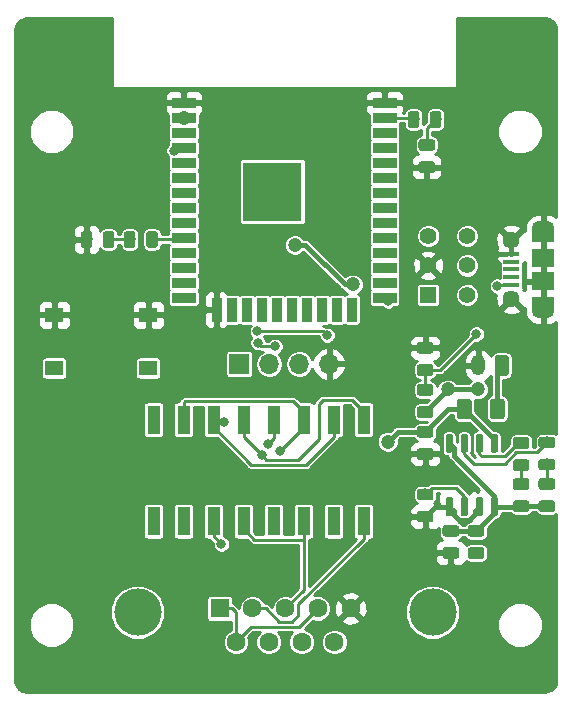
<source format=gtl>
G04 #@! TF.GenerationSoftware,KiCad,Pcbnew,5.0.2-bee76a0~70~ubuntu18.04.1*
G04 #@! TF.CreationDate,2019-03-24T18:51:09+10:00*
G04 #@! TF.ProjectId,esp32_rs232_adapter,65737033-325f-4727-9332-33325f616461,rev?*
G04 #@! TF.SameCoordinates,Original*
G04 #@! TF.FileFunction,Copper,L1,Top*
G04 #@! TF.FilePolarity,Positive*
%FSLAX46Y46*%
G04 Gerber Fmt 4.6, Leading zero omitted, Abs format (unit mm)*
G04 Created by KiCad (PCBNEW 5.0.2-bee76a0~70~ubuntu18.04.1) date Sun 24 Mar 2019 18:51:09 AEST*
%MOMM*%
%LPD*%
G01*
G04 APERTURE LIST*
G04 #@! TA.AperFunction,Conductor*
%ADD10C,0.100000*%
G04 #@! TD*
G04 #@! TA.AperFunction,SMDPad,CuDef*
%ADD11C,1.250000*%
G04 #@! TD*
G04 #@! TA.AperFunction,SMDPad,CuDef*
%ADD12C,0.975000*%
G04 #@! TD*
G04 #@! TA.AperFunction,ComponentPad*
%ADD13R,1.700000X1.700000*%
G04 #@! TD*
G04 #@! TA.AperFunction,ComponentPad*
%ADD14O,1.700000X1.700000*%
G04 #@! TD*
G04 #@! TA.AperFunction,SMDPad,CuDef*
%ADD15R,1.900000X1.500000*%
G04 #@! TD*
G04 #@! TA.AperFunction,ComponentPad*
%ADD16C,1.450000*%
G04 #@! TD*
G04 #@! TA.AperFunction,SMDPad,CuDef*
%ADD17R,1.350000X0.400000*%
G04 #@! TD*
G04 #@! TA.AperFunction,ComponentPad*
%ADD18O,1.900000X1.200000*%
G04 #@! TD*
G04 #@! TA.AperFunction,SMDPad,CuDef*
%ADD19R,1.900000X1.200000*%
G04 #@! TD*
G04 #@! TA.AperFunction,SMDPad,CuDef*
%ADD20R,1.550000X1.300000*%
G04 #@! TD*
G04 #@! TA.AperFunction,SMDPad,CuDef*
%ADD21R,5.000000X5.000000*%
G04 #@! TD*
G04 #@! TA.AperFunction,SMDPad,CuDef*
%ADD22R,2.000000X0.900000*%
G04 #@! TD*
G04 #@! TA.AperFunction,SMDPad,CuDef*
%ADD23R,0.900000X2.000000*%
G04 #@! TD*
G04 #@! TA.AperFunction,SMDPad,CuDef*
%ADD24C,0.600000*%
G04 #@! TD*
G04 #@! TA.AperFunction,SMDPad,CuDef*
%ADD25R,1.120000X2.440000*%
G04 #@! TD*
G04 #@! TA.AperFunction,ComponentPad*
%ADD26C,1.200000*%
G04 #@! TD*
G04 #@! TA.AperFunction,ComponentPad*
%ADD27O,1.200000X1.750000*%
G04 #@! TD*
G04 #@! TA.AperFunction,ComponentPad*
%ADD28R,1.600000X1.600000*%
G04 #@! TD*
G04 #@! TA.AperFunction,ComponentPad*
%ADD29C,1.600000*%
G04 #@! TD*
G04 #@! TA.AperFunction,ComponentPad*
%ADD30C,4.000000*%
G04 #@! TD*
G04 #@! TA.AperFunction,ComponentPad*
%ADD31R,1.400000X1.400000*%
G04 #@! TD*
G04 #@! TA.AperFunction,ComponentPad*
%ADD32C,1.400000*%
G04 #@! TD*
G04 #@! TA.AperFunction,ViaPad*
%ADD33C,1.200000*%
G04 #@! TD*
G04 #@! TA.AperFunction,ViaPad*
%ADD34C,0.800000*%
G04 #@! TD*
G04 #@! TA.AperFunction,Conductor*
%ADD35C,0.400000*%
G04 #@! TD*
G04 #@! TA.AperFunction,Conductor*
%ADD36C,0.250000*%
G04 #@! TD*
G04 #@! TA.AperFunction,Conductor*
%ADD37C,0.254000*%
G04 #@! TD*
G04 APERTURE END LIST*
D10*
G04 #@! TO.N,+BATT*
G04 #@! TO.C,F1*
G36*
X170573504Y-112029204D02*
X170597773Y-112032804D01*
X170621571Y-112038765D01*
X170644671Y-112047030D01*
X170666849Y-112057520D01*
X170687893Y-112070133D01*
X170707598Y-112084747D01*
X170725777Y-112101223D01*
X170742253Y-112119402D01*
X170756867Y-112139107D01*
X170769480Y-112160151D01*
X170779970Y-112182329D01*
X170788235Y-112205429D01*
X170794196Y-112229227D01*
X170797796Y-112253496D01*
X170799000Y-112278000D01*
X170799000Y-113528000D01*
X170797796Y-113552504D01*
X170794196Y-113576773D01*
X170788235Y-113600571D01*
X170779970Y-113623671D01*
X170769480Y-113645849D01*
X170756867Y-113666893D01*
X170742253Y-113686598D01*
X170725777Y-113704777D01*
X170707598Y-113721253D01*
X170687893Y-113735867D01*
X170666849Y-113748480D01*
X170644671Y-113758970D01*
X170621571Y-113767235D01*
X170597773Y-113773196D01*
X170573504Y-113776796D01*
X170549000Y-113778000D01*
X169799000Y-113778000D01*
X169774496Y-113776796D01*
X169750227Y-113773196D01*
X169726429Y-113767235D01*
X169703329Y-113758970D01*
X169681151Y-113748480D01*
X169660107Y-113735867D01*
X169640402Y-113721253D01*
X169622223Y-113704777D01*
X169605747Y-113686598D01*
X169591133Y-113666893D01*
X169578520Y-113645849D01*
X169568030Y-113623671D01*
X169559765Y-113600571D01*
X169553804Y-113576773D01*
X169550204Y-113552504D01*
X169549000Y-113528000D01*
X169549000Y-112278000D01*
X169550204Y-112253496D01*
X169553804Y-112229227D01*
X169559765Y-112205429D01*
X169568030Y-112182329D01*
X169578520Y-112160151D01*
X169591133Y-112139107D01*
X169605747Y-112119402D01*
X169622223Y-112101223D01*
X169640402Y-112084747D01*
X169660107Y-112070133D01*
X169681151Y-112057520D01*
X169703329Y-112047030D01*
X169726429Y-112038765D01*
X169750227Y-112032804D01*
X169774496Y-112029204D01*
X169799000Y-112028000D01*
X170549000Y-112028000D01*
X170573504Y-112029204D01*
X170573504Y-112029204D01*
G37*
D11*
G04 #@! TD*
G04 #@! TO.P,F1,1*
G04 #@! TO.N,+BATT*
X170174000Y-112903000D03*
D10*
G04 #@! TO.N,/power_supply/P_Batt_0*
G04 #@! TO.C,F1*
G36*
X173373504Y-112029204D02*
X173397773Y-112032804D01*
X173421571Y-112038765D01*
X173444671Y-112047030D01*
X173466849Y-112057520D01*
X173487893Y-112070133D01*
X173507598Y-112084747D01*
X173525777Y-112101223D01*
X173542253Y-112119402D01*
X173556867Y-112139107D01*
X173569480Y-112160151D01*
X173579970Y-112182329D01*
X173588235Y-112205429D01*
X173594196Y-112229227D01*
X173597796Y-112253496D01*
X173599000Y-112278000D01*
X173599000Y-113528000D01*
X173597796Y-113552504D01*
X173594196Y-113576773D01*
X173588235Y-113600571D01*
X173579970Y-113623671D01*
X173569480Y-113645849D01*
X173556867Y-113666893D01*
X173542253Y-113686598D01*
X173525777Y-113704777D01*
X173507598Y-113721253D01*
X173487893Y-113735867D01*
X173466849Y-113748480D01*
X173444671Y-113758970D01*
X173421571Y-113767235D01*
X173397773Y-113773196D01*
X173373504Y-113776796D01*
X173349000Y-113778000D01*
X172599000Y-113778000D01*
X172574496Y-113776796D01*
X172550227Y-113773196D01*
X172526429Y-113767235D01*
X172503329Y-113758970D01*
X172481151Y-113748480D01*
X172460107Y-113735867D01*
X172440402Y-113721253D01*
X172422223Y-113704777D01*
X172405747Y-113686598D01*
X172391133Y-113666893D01*
X172378520Y-113645849D01*
X172368030Y-113623671D01*
X172359765Y-113600571D01*
X172353804Y-113576773D01*
X172350204Y-113552504D01*
X172349000Y-113528000D01*
X172349000Y-112278000D01*
X172350204Y-112253496D01*
X172353804Y-112229227D01*
X172359765Y-112205429D01*
X172368030Y-112182329D01*
X172378520Y-112160151D01*
X172391133Y-112139107D01*
X172405747Y-112119402D01*
X172422223Y-112101223D01*
X172440402Y-112084747D01*
X172460107Y-112070133D01*
X172481151Y-112057520D01*
X172503329Y-112047030D01*
X172526429Y-112038765D01*
X172550227Y-112032804D01*
X172574496Y-112029204D01*
X172599000Y-112028000D01*
X173349000Y-112028000D01*
X173373504Y-112029204D01*
X173373504Y-112029204D01*
G37*
D11*
G04 #@! TD*
G04 #@! TO.P,F1,2*
G04 #@! TO.N,/power_supply/P_Batt_0*
X172974000Y-112903000D03*
D10*
G04 #@! TO.N,GND*
G04 #@! TO.C,C7*
G36*
X169517142Y-124608674D02*
X169540803Y-124612184D01*
X169564007Y-124617996D01*
X169586529Y-124626054D01*
X169608153Y-124636282D01*
X169628670Y-124648579D01*
X169647883Y-124662829D01*
X169665607Y-124678893D01*
X169681671Y-124696617D01*
X169695921Y-124715830D01*
X169708218Y-124736347D01*
X169718446Y-124757971D01*
X169726504Y-124780493D01*
X169732316Y-124803697D01*
X169735826Y-124827358D01*
X169737000Y-124851250D01*
X169737000Y-125338750D01*
X169735826Y-125362642D01*
X169732316Y-125386303D01*
X169726504Y-125409507D01*
X169718446Y-125432029D01*
X169708218Y-125453653D01*
X169695921Y-125474170D01*
X169681671Y-125493383D01*
X169665607Y-125511107D01*
X169647883Y-125527171D01*
X169628670Y-125541421D01*
X169608153Y-125553718D01*
X169586529Y-125563946D01*
X169564007Y-125572004D01*
X169540803Y-125577816D01*
X169517142Y-125581326D01*
X169493250Y-125582500D01*
X168580750Y-125582500D01*
X168556858Y-125581326D01*
X168533197Y-125577816D01*
X168509993Y-125572004D01*
X168487471Y-125563946D01*
X168465847Y-125553718D01*
X168445330Y-125541421D01*
X168426117Y-125527171D01*
X168408393Y-125511107D01*
X168392329Y-125493383D01*
X168378079Y-125474170D01*
X168365782Y-125453653D01*
X168355554Y-125432029D01*
X168347496Y-125409507D01*
X168341684Y-125386303D01*
X168338174Y-125362642D01*
X168337000Y-125338750D01*
X168337000Y-124851250D01*
X168338174Y-124827358D01*
X168341684Y-124803697D01*
X168347496Y-124780493D01*
X168355554Y-124757971D01*
X168365782Y-124736347D01*
X168378079Y-124715830D01*
X168392329Y-124696617D01*
X168408393Y-124678893D01*
X168426117Y-124662829D01*
X168445330Y-124648579D01*
X168465847Y-124636282D01*
X168487471Y-124626054D01*
X168509993Y-124617996D01*
X168533197Y-124612184D01*
X168556858Y-124608674D01*
X168580750Y-124607500D01*
X169493250Y-124607500D01*
X169517142Y-124608674D01*
X169517142Y-124608674D01*
G37*
D12*
G04 #@! TD*
G04 #@! TO.P,C7,2*
G04 #@! TO.N,GND*
X169037000Y-125095000D03*
D10*
G04 #@! TO.N,/power_supply/P5_1*
G04 #@! TO.C,C7*
G36*
X169517142Y-122733674D02*
X169540803Y-122737184D01*
X169564007Y-122742996D01*
X169586529Y-122751054D01*
X169608153Y-122761282D01*
X169628670Y-122773579D01*
X169647883Y-122787829D01*
X169665607Y-122803893D01*
X169681671Y-122821617D01*
X169695921Y-122840830D01*
X169708218Y-122861347D01*
X169718446Y-122882971D01*
X169726504Y-122905493D01*
X169732316Y-122928697D01*
X169735826Y-122952358D01*
X169737000Y-122976250D01*
X169737000Y-123463750D01*
X169735826Y-123487642D01*
X169732316Y-123511303D01*
X169726504Y-123534507D01*
X169718446Y-123557029D01*
X169708218Y-123578653D01*
X169695921Y-123599170D01*
X169681671Y-123618383D01*
X169665607Y-123636107D01*
X169647883Y-123652171D01*
X169628670Y-123666421D01*
X169608153Y-123678718D01*
X169586529Y-123688946D01*
X169564007Y-123697004D01*
X169540803Y-123702816D01*
X169517142Y-123706326D01*
X169493250Y-123707500D01*
X168580750Y-123707500D01*
X168556858Y-123706326D01*
X168533197Y-123702816D01*
X168509993Y-123697004D01*
X168487471Y-123688946D01*
X168465847Y-123678718D01*
X168445330Y-123666421D01*
X168426117Y-123652171D01*
X168408393Y-123636107D01*
X168392329Y-123618383D01*
X168378079Y-123599170D01*
X168365782Y-123578653D01*
X168355554Y-123557029D01*
X168347496Y-123534507D01*
X168341684Y-123511303D01*
X168338174Y-123487642D01*
X168337000Y-123463750D01*
X168337000Y-122976250D01*
X168338174Y-122952358D01*
X168341684Y-122928697D01*
X168347496Y-122905493D01*
X168355554Y-122882971D01*
X168365782Y-122861347D01*
X168378079Y-122840830D01*
X168392329Y-122821617D01*
X168408393Y-122803893D01*
X168426117Y-122787829D01*
X168445330Y-122773579D01*
X168465847Y-122761282D01*
X168487471Y-122751054D01*
X168509993Y-122742996D01*
X168533197Y-122737184D01*
X168556858Y-122733674D01*
X168580750Y-122732500D01*
X169493250Y-122732500D01*
X169517142Y-122733674D01*
X169517142Y-122733674D01*
G37*
D12*
G04 #@! TD*
G04 #@! TO.P,C7,1*
G04 #@! TO.N,/power_supply/P5_1*
X169037000Y-123220000D03*
D10*
G04 #@! TO.N,+BATT*
G04 #@! TO.C,C8*
G36*
X167358142Y-114351674D02*
X167381803Y-114355184D01*
X167405007Y-114360996D01*
X167427529Y-114369054D01*
X167449153Y-114379282D01*
X167469670Y-114391579D01*
X167488883Y-114405829D01*
X167506607Y-114421893D01*
X167522671Y-114439617D01*
X167536921Y-114458830D01*
X167549218Y-114479347D01*
X167559446Y-114500971D01*
X167567504Y-114523493D01*
X167573316Y-114546697D01*
X167576826Y-114570358D01*
X167578000Y-114594250D01*
X167578000Y-115081750D01*
X167576826Y-115105642D01*
X167573316Y-115129303D01*
X167567504Y-115152507D01*
X167559446Y-115175029D01*
X167549218Y-115196653D01*
X167536921Y-115217170D01*
X167522671Y-115236383D01*
X167506607Y-115254107D01*
X167488883Y-115270171D01*
X167469670Y-115284421D01*
X167449153Y-115296718D01*
X167427529Y-115306946D01*
X167405007Y-115315004D01*
X167381803Y-115320816D01*
X167358142Y-115324326D01*
X167334250Y-115325500D01*
X166421750Y-115325500D01*
X166397858Y-115324326D01*
X166374197Y-115320816D01*
X166350993Y-115315004D01*
X166328471Y-115306946D01*
X166306847Y-115296718D01*
X166286330Y-115284421D01*
X166267117Y-115270171D01*
X166249393Y-115254107D01*
X166233329Y-115236383D01*
X166219079Y-115217170D01*
X166206782Y-115196653D01*
X166196554Y-115175029D01*
X166188496Y-115152507D01*
X166182684Y-115129303D01*
X166179174Y-115105642D01*
X166178000Y-115081750D01*
X166178000Y-114594250D01*
X166179174Y-114570358D01*
X166182684Y-114546697D01*
X166188496Y-114523493D01*
X166196554Y-114500971D01*
X166206782Y-114479347D01*
X166219079Y-114458830D01*
X166233329Y-114439617D01*
X166249393Y-114421893D01*
X166267117Y-114405829D01*
X166286330Y-114391579D01*
X166306847Y-114379282D01*
X166328471Y-114369054D01*
X166350993Y-114360996D01*
X166374197Y-114355184D01*
X166397858Y-114351674D01*
X166421750Y-114350500D01*
X167334250Y-114350500D01*
X167358142Y-114351674D01*
X167358142Y-114351674D01*
G37*
D12*
G04 #@! TD*
G04 #@! TO.P,C8,1*
G04 #@! TO.N,+BATT*
X166878000Y-114838000D03*
D10*
G04 #@! TO.N,GND*
G04 #@! TO.C,C8*
G36*
X167358142Y-116226674D02*
X167381803Y-116230184D01*
X167405007Y-116235996D01*
X167427529Y-116244054D01*
X167449153Y-116254282D01*
X167469670Y-116266579D01*
X167488883Y-116280829D01*
X167506607Y-116296893D01*
X167522671Y-116314617D01*
X167536921Y-116333830D01*
X167549218Y-116354347D01*
X167559446Y-116375971D01*
X167567504Y-116398493D01*
X167573316Y-116421697D01*
X167576826Y-116445358D01*
X167578000Y-116469250D01*
X167578000Y-116956750D01*
X167576826Y-116980642D01*
X167573316Y-117004303D01*
X167567504Y-117027507D01*
X167559446Y-117050029D01*
X167549218Y-117071653D01*
X167536921Y-117092170D01*
X167522671Y-117111383D01*
X167506607Y-117129107D01*
X167488883Y-117145171D01*
X167469670Y-117159421D01*
X167449153Y-117171718D01*
X167427529Y-117181946D01*
X167405007Y-117190004D01*
X167381803Y-117195816D01*
X167358142Y-117199326D01*
X167334250Y-117200500D01*
X166421750Y-117200500D01*
X166397858Y-117199326D01*
X166374197Y-117195816D01*
X166350993Y-117190004D01*
X166328471Y-117181946D01*
X166306847Y-117171718D01*
X166286330Y-117159421D01*
X166267117Y-117145171D01*
X166249393Y-117129107D01*
X166233329Y-117111383D01*
X166219079Y-117092170D01*
X166206782Y-117071653D01*
X166196554Y-117050029D01*
X166188496Y-117027507D01*
X166182684Y-117004303D01*
X166179174Y-116980642D01*
X166178000Y-116956750D01*
X166178000Y-116469250D01*
X166179174Y-116445358D01*
X166182684Y-116421697D01*
X166188496Y-116398493D01*
X166196554Y-116375971D01*
X166206782Y-116354347D01*
X166219079Y-116333830D01*
X166233329Y-116314617D01*
X166249393Y-116296893D01*
X166267117Y-116280829D01*
X166286330Y-116266579D01*
X166306847Y-116254282D01*
X166328471Y-116244054D01*
X166350993Y-116235996D01*
X166374197Y-116230184D01*
X166397858Y-116226674D01*
X166421750Y-116225500D01*
X167334250Y-116225500D01*
X167358142Y-116226674D01*
X167358142Y-116226674D01*
G37*
D12*
G04 #@! TD*
G04 #@! TO.P,C8,2*
G04 #@! TO.N,GND*
X166878000Y-116713000D03*
D10*
G04 #@! TO.N,GND*
G04 #@! TO.C,D3*
G36*
X138473642Y-97853174D02*
X138497303Y-97856684D01*
X138520507Y-97862496D01*
X138543029Y-97870554D01*
X138564653Y-97880782D01*
X138585170Y-97893079D01*
X138604383Y-97907329D01*
X138622107Y-97923393D01*
X138638171Y-97941117D01*
X138652421Y-97960330D01*
X138664718Y-97980847D01*
X138674946Y-98002471D01*
X138683004Y-98024993D01*
X138688816Y-98048197D01*
X138692326Y-98071858D01*
X138693500Y-98095750D01*
X138693500Y-99008250D01*
X138692326Y-99032142D01*
X138688816Y-99055803D01*
X138683004Y-99079007D01*
X138674946Y-99101529D01*
X138664718Y-99123153D01*
X138652421Y-99143670D01*
X138638171Y-99162883D01*
X138622107Y-99180607D01*
X138604383Y-99196671D01*
X138585170Y-99210921D01*
X138564653Y-99223218D01*
X138543029Y-99233446D01*
X138520507Y-99241504D01*
X138497303Y-99247316D01*
X138473642Y-99250826D01*
X138449750Y-99252000D01*
X137962250Y-99252000D01*
X137938358Y-99250826D01*
X137914697Y-99247316D01*
X137891493Y-99241504D01*
X137868971Y-99233446D01*
X137847347Y-99223218D01*
X137826830Y-99210921D01*
X137807617Y-99196671D01*
X137789893Y-99180607D01*
X137773829Y-99162883D01*
X137759579Y-99143670D01*
X137747282Y-99123153D01*
X137737054Y-99101529D01*
X137728996Y-99079007D01*
X137723184Y-99055803D01*
X137719674Y-99032142D01*
X137718500Y-99008250D01*
X137718500Y-98095750D01*
X137719674Y-98071858D01*
X137723184Y-98048197D01*
X137728996Y-98024993D01*
X137737054Y-98002471D01*
X137747282Y-97980847D01*
X137759579Y-97960330D01*
X137773829Y-97941117D01*
X137789893Y-97923393D01*
X137807617Y-97907329D01*
X137826830Y-97893079D01*
X137847347Y-97880782D01*
X137868971Y-97870554D01*
X137891493Y-97862496D01*
X137914697Y-97856684D01*
X137938358Y-97853174D01*
X137962250Y-97852000D01*
X138449750Y-97852000D01*
X138473642Y-97853174D01*
X138473642Y-97853174D01*
G37*
D12*
G04 #@! TD*
G04 #@! TO.P,D3,1*
G04 #@! TO.N,GND*
X138206000Y-98552000D03*
D10*
G04 #@! TO.N,Net-(D3-Pad2)*
G04 #@! TO.C,D3*
G36*
X140348642Y-97853174D02*
X140372303Y-97856684D01*
X140395507Y-97862496D01*
X140418029Y-97870554D01*
X140439653Y-97880782D01*
X140460170Y-97893079D01*
X140479383Y-97907329D01*
X140497107Y-97923393D01*
X140513171Y-97941117D01*
X140527421Y-97960330D01*
X140539718Y-97980847D01*
X140549946Y-98002471D01*
X140558004Y-98024993D01*
X140563816Y-98048197D01*
X140567326Y-98071858D01*
X140568500Y-98095750D01*
X140568500Y-99008250D01*
X140567326Y-99032142D01*
X140563816Y-99055803D01*
X140558004Y-99079007D01*
X140549946Y-99101529D01*
X140539718Y-99123153D01*
X140527421Y-99143670D01*
X140513171Y-99162883D01*
X140497107Y-99180607D01*
X140479383Y-99196671D01*
X140460170Y-99210921D01*
X140439653Y-99223218D01*
X140418029Y-99233446D01*
X140395507Y-99241504D01*
X140372303Y-99247316D01*
X140348642Y-99250826D01*
X140324750Y-99252000D01*
X139837250Y-99252000D01*
X139813358Y-99250826D01*
X139789697Y-99247316D01*
X139766493Y-99241504D01*
X139743971Y-99233446D01*
X139722347Y-99223218D01*
X139701830Y-99210921D01*
X139682617Y-99196671D01*
X139664893Y-99180607D01*
X139648829Y-99162883D01*
X139634579Y-99143670D01*
X139622282Y-99123153D01*
X139612054Y-99101529D01*
X139603996Y-99079007D01*
X139598184Y-99055803D01*
X139594674Y-99032142D01*
X139593500Y-99008250D01*
X139593500Y-98095750D01*
X139594674Y-98071858D01*
X139598184Y-98048197D01*
X139603996Y-98024993D01*
X139612054Y-98002471D01*
X139622282Y-97980847D01*
X139634579Y-97960330D01*
X139648829Y-97941117D01*
X139664893Y-97923393D01*
X139682617Y-97907329D01*
X139701830Y-97893079D01*
X139722347Y-97880782D01*
X139743971Y-97870554D01*
X139766493Y-97862496D01*
X139789697Y-97856684D01*
X139813358Y-97853174D01*
X139837250Y-97852000D01*
X140324750Y-97852000D01*
X140348642Y-97853174D01*
X140348642Y-97853174D01*
G37*
D12*
G04 #@! TD*
G04 #@! TO.P,D3,2*
G04 #@! TO.N,Net-(D3-Pad2)*
X140081000Y-98552000D03*
D10*
G04 #@! TO.N,Net-(D4-Pad2)*
G04 #@! TO.C,D4*
G36*
X167485142Y-90064674D02*
X167508803Y-90068184D01*
X167532007Y-90073996D01*
X167554529Y-90082054D01*
X167576153Y-90092282D01*
X167596670Y-90104579D01*
X167615883Y-90118829D01*
X167633607Y-90134893D01*
X167649671Y-90152617D01*
X167663921Y-90171830D01*
X167676218Y-90192347D01*
X167686446Y-90213971D01*
X167694504Y-90236493D01*
X167700316Y-90259697D01*
X167703826Y-90283358D01*
X167705000Y-90307250D01*
X167705000Y-90794750D01*
X167703826Y-90818642D01*
X167700316Y-90842303D01*
X167694504Y-90865507D01*
X167686446Y-90888029D01*
X167676218Y-90909653D01*
X167663921Y-90930170D01*
X167649671Y-90949383D01*
X167633607Y-90967107D01*
X167615883Y-90983171D01*
X167596670Y-90997421D01*
X167576153Y-91009718D01*
X167554529Y-91019946D01*
X167532007Y-91028004D01*
X167508803Y-91033816D01*
X167485142Y-91037326D01*
X167461250Y-91038500D01*
X166548750Y-91038500D01*
X166524858Y-91037326D01*
X166501197Y-91033816D01*
X166477993Y-91028004D01*
X166455471Y-91019946D01*
X166433847Y-91009718D01*
X166413330Y-90997421D01*
X166394117Y-90983171D01*
X166376393Y-90967107D01*
X166360329Y-90949383D01*
X166346079Y-90930170D01*
X166333782Y-90909653D01*
X166323554Y-90888029D01*
X166315496Y-90865507D01*
X166309684Y-90842303D01*
X166306174Y-90818642D01*
X166305000Y-90794750D01*
X166305000Y-90307250D01*
X166306174Y-90283358D01*
X166309684Y-90259697D01*
X166315496Y-90236493D01*
X166323554Y-90213971D01*
X166333782Y-90192347D01*
X166346079Y-90171830D01*
X166360329Y-90152617D01*
X166376393Y-90134893D01*
X166394117Y-90118829D01*
X166413330Y-90104579D01*
X166433847Y-90092282D01*
X166455471Y-90082054D01*
X166477993Y-90073996D01*
X166501197Y-90068184D01*
X166524858Y-90064674D01*
X166548750Y-90063500D01*
X167461250Y-90063500D01*
X167485142Y-90064674D01*
X167485142Y-90064674D01*
G37*
D12*
G04 #@! TD*
G04 #@! TO.P,D4,2*
G04 #@! TO.N,Net-(D4-Pad2)*
X167005000Y-90551000D03*
D10*
G04 #@! TO.N,GND*
G04 #@! TO.C,D4*
G36*
X167485142Y-91939674D02*
X167508803Y-91943184D01*
X167532007Y-91948996D01*
X167554529Y-91957054D01*
X167576153Y-91967282D01*
X167596670Y-91979579D01*
X167615883Y-91993829D01*
X167633607Y-92009893D01*
X167649671Y-92027617D01*
X167663921Y-92046830D01*
X167676218Y-92067347D01*
X167686446Y-92088971D01*
X167694504Y-92111493D01*
X167700316Y-92134697D01*
X167703826Y-92158358D01*
X167705000Y-92182250D01*
X167705000Y-92669750D01*
X167703826Y-92693642D01*
X167700316Y-92717303D01*
X167694504Y-92740507D01*
X167686446Y-92763029D01*
X167676218Y-92784653D01*
X167663921Y-92805170D01*
X167649671Y-92824383D01*
X167633607Y-92842107D01*
X167615883Y-92858171D01*
X167596670Y-92872421D01*
X167576153Y-92884718D01*
X167554529Y-92894946D01*
X167532007Y-92903004D01*
X167508803Y-92908816D01*
X167485142Y-92912326D01*
X167461250Y-92913500D01*
X166548750Y-92913500D01*
X166524858Y-92912326D01*
X166501197Y-92908816D01*
X166477993Y-92903004D01*
X166455471Y-92894946D01*
X166433847Y-92884718D01*
X166413330Y-92872421D01*
X166394117Y-92858171D01*
X166376393Y-92842107D01*
X166360329Y-92824383D01*
X166346079Y-92805170D01*
X166333782Y-92784653D01*
X166323554Y-92763029D01*
X166315496Y-92740507D01*
X166309684Y-92717303D01*
X166306174Y-92693642D01*
X166305000Y-92669750D01*
X166305000Y-92182250D01*
X166306174Y-92158358D01*
X166309684Y-92134697D01*
X166315496Y-92111493D01*
X166323554Y-92088971D01*
X166333782Y-92067347D01*
X166346079Y-92046830D01*
X166360329Y-92027617D01*
X166376393Y-92009893D01*
X166394117Y-91993829D01*
X166413330Y-91979579D01*
X166433847Y-91967282D01*
X166455471Y-91957054D01*
X166477993Y-91948996D01*
X166501197Y-91943184D01*
X166524858Y-91939674D01*
X166548750Y-91938500D01*
X167461250Y-91938500D01*
X167485142Y-91939674D01*
X167485142Y-91939674D01*
G37*
D12*
G04 #@! TD*
G04 #@! TO.P,D4,1*
G04 #@! TO.N,GND*
X167005000Y-92426000D03*
D13*
G04 #@! TO.P,J1,1*
G04 #@! TO.N,/RXD*
X151130000Y-109093000D03*
D14*
G04 #@! TO.P,J1,2*
G04 #@! TO.N,/TXD*
X153670000Y-109093000D03*
G04 #@! TO.P,J1,3*
G04 #@! TO.N,+3V3*
X156210000Y-109093000D03*
G04 #@! TO.P,J1,4*
G04 #@! TO.N,GND*
X158750000Y-109093000D03*
G04 #@! TD*
D15*
G04 #@! TO.P,J4,6*
G04 #@! TO.N,GND*
X176878500Y-100092000D03*
D16*
X174178500Y-103592000D03*
D17*
G04 #@! TO.P,J4,2*
G04 #@! TO.N,N/C*
X174178500Y-101742000D03*
G04 #@! TO.P,J4,1*
G04 #@! TO.N,/power_supply/P5_0*
X174178500Y-102392000D03*
G04 #@! TO.P,J4,5*
G04 #@! TO.N,GND*
X174178500Y-99792000D03*
G04 #@! TO.P,J4,4*
G04 #@! TO.N,N/C*
X174178500Y-100442000D03*
G04 #@! TO.P,J4,3*
X174178500Y-101092000D03*
D16*
G04 #@! TO.P,J4,6*
G04 #@! TO.N,GND*
X174178500Y-98592000D03*
D15*
X176878500Y-102092000D03*
D18*
X176878500Y-104592000D03*
X176878500Y-97592000D03*
D19*
X176878500Y-98192000D03*
X176878500Y-103992000D03*
G04 #@! TD*
D10*
G04 #@! TO.N,/power_supply/P5_0*
G04 #@! TO.C,R6*
G36*
X171676142Y-124608674D02*
X171699803Y-124612184D01*
X171723007Y-124617996D01*
X171745529Y-124626054D01*
X171767153Y-124636282D01*
X171787670Y-124648579D01*
X171806883Y-124662829D01*
X171824607Y-124678893D01*
X171840671Y-124696617D01*
X171854921Y-124715830D01*
X171867218Y-124736347D01*
X171877446Y-124757971D01*
X171885504Y-124780493D01*
X171891316Y-124803697D01*
X171894826Y-124827358D01*
X171896000Y-124851250D01*
X171896000Y-125338750D01*
X171894826Y-125362642D01*
X171891316Y-125386303D01*
X171885504Y-125409507D01*
X171877446Y-125432029D01*
X171867218Y-125453653D01*
X171854921Y-125474170D01*
X171840671Y-125493383D01*
X171824607Y-125511107D01*
X171806883Y-125527171D01*
X171787670Y-125541421D01*
X171767153Y-125553718D01*
X171745529Y-125563946D01*
X171723007Y-125572004D01*
X171699803Y-125577816D01*
X171676142Y-125581326D01*
X171652250Y-125582500D01*
X170739750Y-125582500D01*
X170715858Y-125581326D01*
X170692197Y-125577816D01*
X170668993Y-125572004D01*
X170646471Y-125563946D01*
X170624847Y-125553718D01*
X170604330Y-125541421D01*
X170585117Y-125527171D01*
X170567393Y-125511107D01*
X170551329Y-125493383D01*
X170537079Y-125474170D01*
X170524782Y-125453653D01*
X170514554Y-125432029D01*
X170506496Y-125409507D01*
X170500684Y-125386303D01*
X170497174Y-125362642D01*
X170496000Y-125338750D01*
X170496000Y-124851250D01*
X170497174Y-124827358D01*
X170500684Y-124803697D01*
X170506496Y-124780493D01*
X170514554Y-124757971D01*
X170524782Y-124736347D01*
X170537079Y-124715830D01*
X170551329Y-124696617D01*
X170567393Y-124678893D01*
X170585117Y-124662829D01*
X170604330Y-124648579D01*
X170624847Y-124636282D01*
X170646471Y-124626054D01*
X170668993Y-124617996D01*
X170692197Y-124612184D01*
X170715858Y-124608674D01*
X170739750Y-124607500D01*
X171652250Y-124607500D01*
X171676142Y-124608674D01*
X171676142Y-124608674D01*
G37*
D12*
G04 #@! TD*
G04 #@! TO.P,R6,2*
G04 #@! TO.N,/power_supply/P5_0*
X171196000Y-125095000D03*
D10*
G04 #@! TO.N,/power_supply/P5_1*
G04 #@! TO.C,R6*
G36*
X171676142Y-122733674D02*
X171699803Y-122737184D01*
X171723007Y-122742996D01*
X171745529Y-122751054D01*
X171767153Y-122761282D01*
X171787670Y-122773579D01*
X171806883Y-122787829D01*
X171824607Y-122803893D01*
X171840671Y-122821617D01*
X171854921Y-122840830D01*
X171867218Y-122861347D01*
X171877446Y-122882971D01*
X171885504Y-122905493D01*
X171891316Y-122928697D01*
X171894826Y-122952358D01*
X171896000Y-122976250D01*
X171896000Y-123463750D01*
X171894826Y-123487642D01*
X171891316Y-123511303D01*
X171885504Y-123534507D01*
X171877446Y-123557029D01*
X171867218Y-123578653D01*
X171854921Y-123599170D01*
X171840671Y-123618383D01*
X171824607Y-123636107D01*
X171806883Y-123652171D01*
X171787670Y-123666421D01*
X171767153Y-123678718D01*
X171745529Y-123688946D01*
X171723007Y-123697004D01*
X171699803Y-123702816D01*
X171676142Y-123706326D01*
X171652250Y-123707500D01*
X170739750Y-123707500D01*
X170715858Y-123706326D01*
X170692197Y-123702816D01*
X170668993Y-123697004D01*
X170646471Y-123688946D01*
X170624847Y-123678718D01*
X170604330Y-123666421D01*
X170585117Y-123652171D01*
X170567393Y-123636107D01*
X170551329Y-123618383D01*
X170537079Y-123599170D01*
X170524782Y-123578653D01*
X170514554Y-123557029D01*
X170506496Y-123534507D01*
X170500684Y-123511303D01*
X170497174Y-123487642D01*
X170496000Y-123463750D01*
X170496000Y-122976250D01*
X170497174Y-122952358D01*
X170500684Y-122928697D01*
X170506496Y-122905493D01*
X170514554Y-122882971D01*
X170524782Y-122861347D01*
X170537079Y-122840830D01*
X170551329Y-122821617D01*
X170567393Y-122803893D01*
X170585117Y-122787829D01*
X170604330Y-122773579D01*
X170624847Y-122761282D01*
X170646471Y-122751054D01*
X170668993Y-122742996D01*
X170692197Y-122737184D01*
X170715858Y-122733674D01*
X170739750Y-122732500D01*
X171652250Y-122732500D01*
X171676142Y-122733674D01*
X171676142Y-122733674D01*
G37*
D12*
G04 #@! TD*
G04 #@! TO.P,R6,1*
G04 #@! TO.N,/power_supply/P5_1*
X171196000Y-123220000D03*
D10*
G04 #@! TO.N,Net-(D1-Pad2)*
G04 #@! TO.C,R7*
G36*
X175486142Y-118766674D02*
X175509803Y-118770184D01*
X175533007Y-118775996D01*
X175555529Y-118784054D01*
X175577153Y-118794282D01*
X175597670Y-118806579D01*
X175616883Y-118820829D01*
X175634607Y-118836893D01*
X175650671Y-118854617D01*
X175664921Y-118873830D01*
X175677218Y-118894347D01*
X175687446Y-118915971D01*
X175695504Y-118938493D01*
X175701316Y-118961697D01*
X175704826Y-118985358D01*
X175706000Y-119009250D01*
X175706000Y-119496750D01*
X175704826Y-119520642D01*
X175701316Y-119544303D01*
X175695504Y-119567507D01*
X175687446Y-119590029D01*
X175677218Y-119611653D01*
X175664921Y-119632170D01*
X175650671Y-119651383D01*
X175634607Y-119669107D01*
X175616883Y-119685171D01*
X175597670Y-119699421D01*
X175577153Y-119711718D01*
X175555529Y-119721946D01*
X175533007Y-119730004D01*
X175509803Y-119735816D01*
X175486142Y-119739326D01*
X175462250Y-119740500D01*
X174549750Y-119740500D01*
X174525858Y-119739326D01*
X174502197Y-119735816D01*
X174478993Y-119730004D01*
X174456471Y-119721946D01*
X174434847Y-119711718D01*
X174414330Y-119699421D01*
X174395117Y-119685171D01*
X174377393Y-119669107D01*
X174361329Y-119651383D01*
X174347079Y-119632170D01*
X174334782Y-119611653D01*
X174324554Y-119590029D01*
X174316496Y-119567507D01*
X174310684Y-119544303D01*
X174307174Y-119520642D01*
X174306000Y-119496750D01*
X174306000Y-119009250D01*
X174307174Y-118985358D01*
X174310684Y-118961697D01*
X174316496Y-118938493D01*
X174324554Y-118915971D01*
X174334782Y-118894347D01*
X174347079Y-118873830D01*
X174361329Y-118854617D01*
X174377393Y-118836893D01*
X174395117Y-118820829D01*
X174414330Y-118806579D01*
X174434847Y-118794282D01*
X174456471Y-118784054D01*
X174478993Y-118775996D01*
X174502197Y-118770184D01*
X174525858Y-118766674D01*
X174549750Y-118765500D01*
X175462250Y-118765500D01*
X175486142Y-118766674D01*
X175486142Y-118766674D01*
G37*
D12*
G04 #@! TD*
G04 #@! TO.P,R7,2*
G04 #@! TO.N,Net-(D1-Pad2)*
X175006000Y-119253000D03*
D10*
G04 #@! TO.N,/power_supply/P5_1*
G04 #@! TO.C,R7*
G36*
X175486142Y-120641674D02*
X175509803Y-120645184D01*
X175533007Y-120650996D01*
X175555529Y-120659054D01*
X175577153Y-120669282D01*
X175597670Y-120681579D01*
X175616883Y-120695829D01*
X175634607Y-120711893D01*
X175650671Y-120729617D01*
X175664921Y-120748830D01*
X175677218Y-120769347D01*
X175687446Y-120790971D01*
X175695504Y-120813493D01*
X175701316Y-120836697D01*
X175704826Y-120860358D01*
X175706000Y-120884250D01*
X175706000Y-121371750D01*
X175704826Y-121395642D01*
X175701316Y-121419303D01*
X175695504Y-121442507D01*
X175687446Y-121465029D01*
X175677218Y-121486653D01*
X175664921Y-121507170D01*
X175650671Y-121526383D01*
X175634607Y-121544107D01*
X175616883Y-121560171D01*
X175597670Y-121574421D01*
X175577153Y-121586718D01*
X175555529Y-121596946D01*
X175533007Y-121605004D01*
X175509803Y-121610816D01*
X175486142Y-121614326D01*
X175462250Y-121615500D01*
X174549750Y-121615500D01*
X174525858Y-121614326D01*
X174502197Y-121610816D01*
X174478993Y-121605004D01*
X174456471Y-121596946D01*
X174434847Y-121586718D01*
X174414330Y-121574421D01*
X174395117Y-121560171D01*
X174377393Y-121544107D01*
X174361329Y-121526383D01*
X174347079Y-121507170D01*
X174334782Y-121486653D01*
X174324554Y-121465029D01*
X174316496Y-121442507D01*
X174310684Y-121419303D01*
X174307174Y-121395642D01*
X174306000Y-121371750D01*
X174306000Y-120884250D01*
X174307174Y-120860358D01*
X174310684Y-120836697D01*
X174316496Y-120813493D01*
X174324554Y-120790971D01*
X174334782Y-120769347D01*
X174347079Y-120748830D01*
X174361329Y-120729617D01*
X174377393Y-120711893D01*
X174395117Y-120695829D01*
X174414330Y-120681579D01*
X174434847Y-120669282D01*
X174456471Y-120659054D01*
X174478993Y-120650996D01*
X174502197Y-120645184D01*
X174525858Y-120641674D01*
X174549750Y-120640500D01*
X175462250Y-120640500D01*
X175486142Y-120641674D01*
X175486142Y-120641674D01*
G37*
D12*
G04 #@! TD*
G04 #@! TO.P,R7,1*
G04 #@! TO.N,/power_supply/P5_1*
X175006000Y-121128000D03*
D10*
G04 #@! TO.N,/power_supply/P5_1*
G04 #@! TO.C,R8*
G36*
X177645142Y-120641674D02*
X177668803Y-120645184D01*
X177692007Y-120650996D01*
X177714529Y-120659054D01*
X177736153Y-120669282D01*
X177756670Y-120681579D01*
X177775883Y-120695829D01*
X177793607Y-120711893D01*
X177809671Y-120729617D01*
X177823921Y-120748830D01*
X177836218Y-120769347D01*
X177846446Y-120790971D01*
X177854504Y-120813493D01*
X177860316Y-120836697D01*
X177863826Y-120860358D01*
X177865000Y-120884250D01*
X177865000Y-121371750D01*
X177863826Y-121395642D01*
X177860316Y-121419303D01*
X177854504Y-121442507D01*
X177846446Y-121465029D01*
X177836218Y-121486653D01*
X177823921Y-121507170D01*
X177809671Y-121526383D01*
X177793607Y-121544107D01*
X177775883Y-121560171D01*
X177756670Y-121574421D01*
X177736153Y-121586718D01*
X177714529Y-121596946D01*
X177692007Y-121605004D01*
X177668803Y-121610816D01*
X177645142Y-121614326D01*
X177621250Y-121615500D01*
X176708750Y-121615500D01*
X176684858Y-121614326D01*
X176661197Y-121610816D01*
X176637993Y-121605004D01*
X176615471Y-121596946D01*
X176593847Y-121586718D01*
X176573330Y-121574421D01*
X176554117Y-121560171D01*
X176536393Y-121544107D01*
X176520329Y-121526383D01*
X176506079Y-121507170D01*
X176493782Y-121486653D01*
X176483554Y-121465029D01*
X176475496Y-121442507D01*
X176469684Y-121419303D01*
X176466174Y-121395642D01*
X176465000Y-121371750D01*
X176465000Y-120884250D01*
X176466174Y-120860358D01*
X176469684Y-120836697D01*
X176475496Y-120813493D01*
X176483554Y-120790971D01*
X176493782Y-120769347D01*
X176506079Y-120748830D01*
X176520329Y-120729617D01*
X176536393Y-120711893D01*
X176554117Y-120695829D01*
X176573330Y-120681579D01*
X176593847Y-120669282D01*
X176615471Y-120659054D01*
X176637993Y-120650996D01*
X176661197Y-120645184D01*
X176684858Y-120641674D01*
X176708750Y-120640500D01*
X177621250Y-120640500D01*
X177645142Y-120641674D01*
X177645142Y-120641674D01*
G37*
D12*
G04 #@! TD*
G04 #@! TO.P,R8,1*
G04 #@! TO.N,/power_supply/P5_1*
X177165000Y-121128000D03*
D10*
G04 #@! TO.N,Net-(D2-Pad2)*
G04 #@! TO.C,R8*
G36*
X177645142Y-118766674D02*
X177668803Y-118770184D01*
X177692007Y-118775996D01*
X177714529Y-118784054D01*
X177736153Y-118794282D01*
X177756670Y-118806579D01*
X177775883Y-118820829D01*
X177793607Y-118836893D01*
X177809671Y-118854617D01*
X177823921Y-118873830D01*
X177836218Y-118894347D01*
X177846446Y-118915971D01*
X177854504Y-118938493D01*
X177860316Y-118961697D01*
X177863826Y-118985358D01*
X177865000Y-119009250D01*
X177865000Y-119496750D01*
X177863826Y-119520642D01*
X177860316Y-119544303D01*
X177854504Y-119567507D01*
X177846446Y-119590029D01*
X177836218Y-119611653D01*
X177823921Y-119632170D01*
X177809671Y-119651383D01*
X177793607Y-119669107D01*
X177775883Y-119685171D01*
X177756670Y-119699421D01*
X177736153Y-119711718D01*
X177714529Y-119721946D01*
X177692007Y-119730004D01*
X177668803Y-119735816D01*
X177645142Y-119739326D01*
X177621250Y-119740500D01*
X176708750Y-119740500D01*
X176684858Y-119739326D01*
X176661197Y-119735816D01*
X176637993Y-119730004D01*
X176615471Y-119721946D01*
X176593847Y-119711718D01*
X176573330Y-119699421D01*
X176554117Y-119685171D01*
X176536393Y-119669107D01*
X176520329Y-119651383D01*
X176506079Y-119632170D01*
X176493782Y-119611653D01*
X176483554Y-119590029D01*
X176475496Y-119567507D01*
X176469684Y-119544303D01*
X176466174Y-119520642D01*
X176465000Y-119496750D01*
X176465000Y-119009250D01*
X176466174Y-118985358D01*
X176469684Y-118961697D01*
X176475496Y-118938493D01*
X176483554Y-118915971D01*
X176493782Y-118894347D01*
X176506079Y-118873830D01*
X176520329Y-118854617D01*
X176536393Y-118836893D01*
X176554117Y-118820829D01*
X176573330Y-118806579D01*
X176593847Y-118794282D01*
X176615471Y-118784054D01*
X176637993Y-118775996D01*
X176661197Y-118770184D01*
X176684858Y-118766674D01*
X176708750Y-118765500D01*
X177621250Y-118765500D01*
X177645142Y-118766674D01*
X177645142Y-118766674D01*
G37*
D12*
G04 #@! TD*
G04 #@! TO.P,R8,2*
G04 #@! TO.N,Net-(D2-Pad2)*
X177165000Y-119253000D03*
D10*
G04 #@! TO.N,Net-(R9-Pad1)*
G04 #@! TO.C,R9*
G36*
X167358142Y-119655674D02*
X167381803Y-119659184D01*
X167405007Y-119664996D01*
X167427529Y-119673054D01*
X167449153Y-119683282D01*
X167469670Y-119695579D01*
X167488883Y-119709829D01*
X167506607Y-119725893D01*
X167522671Y-119743617D01*
X167536921Y-119762830D01*
X167549218Y-119783347D01*
X167559446Y-119804971D01*
X167567504Y-119827493D01*
X167573316Y-119850697D01*
X167576826Y-119874358D01*
X167578000Y-119898250D01*
X167578000Y-120385750D01*
X167576826Y-120409642D01*
X167573316Y-120433303D01*
X167567504Y-120456507D01*
X167559446Y-120479029D01*
X167549218Y-120500653D01*
X167536921Y-120521170D01*
X167522671Y-120540383D01*
X167506607Y-120558107D01*
X167488883Y-120574171D01*
X167469670Y-120588421D01*
X167449153Y-120600718D01*
X167427529Y-120610946D01*
X167405007Y-120619004D01*
X167381803Y-120624816D01*
X167358142Y-120628326D01*
X167334250Y-120629500D01*
X166421750Y-120629500D01*
X166397858Y-120628326D01*
X166374197Y-120624816D01*
X166350993Y-120619004D01*
X166328471Y-120610946D01*
X166306847Y-120600718D01*
X166286330Y-120588421D01*
X166267117Y-120574171D01*
X166249393Y-120558107D01*
X166233329Y-120540383D01*
X166219079Y-120521170D01*
X166206782Y-120500653D01*
X166196554Y-120479029D01*
X166188496Y-120456507D01*
X166182684Y-120433303D01*
X166179174Y-120409642D01*
X166178000Y-120385750D01*
X166178000Y-119898250D01*
X166179174Y-119874358D01*
X166182684Y-119850697D01*
X166188496Y-119827493D01*
X166196554Y-119804971D01*
X166206782Y-119783347D01*
X166219079Y-119762830D01*
X166233329Y-119743617D01*
X166249393Y-119725893D01*
X166267117Y-119709829D01*
X166286330Y-119695579D01*
X166306847Y-119683282D01*
X166328471Y-119673054D01*
X166350993Y-119664996D01*
X166374197Y-119659184D01*
X166397858Y-119655674D01*
X166421750Y-119654500D01*
X167334250Y-119654500D01*
X167358142Y-119655674D01*
X167358142Y-119655674D01*
G37*
D12*
G04 #@! TD*
G04 #@! TO.P,R9,1*
G04 #@! TO.N,Net-(R9-Pad1)*
X166878000Y-120142000D03*
D10*
G04 #@! TO.N,GND*
G04 #@! TO.C,R9*
G36*
X167358142Y-121530674D02*
X167381803Y-121534184D01*
X167405007Y-121539996D01*
X167427529Y-121548054D01*
X167449153Y-121558282D01*
X167469670Y-121570579D01*
X167488883Y-121584829D01*
X167506607Y-121600893D01*
X167522671Y-121618617D01*
X167536921Y-121637830D01*
X167549218Y-121658347D01*
X167559446Y-121679971D01*
X167567504Y-121702493D01*
X167573316Y-121725697D01*
X167576826Y-121749358D01*
X167578000Y-121773250D01*
X167578000Y-122260750D01*
X167576826Y-122284642D01*
X167573316Y-122308303D01*
X167567504Y-122331507D01*
X167559446Y-122354029D01*
X167549218Y-122375653D01*
X167536921Y-122396170D01*
X167522671Y-122415383D01*
X167506607Y-122433107D01*
X167488883Y-122449171D01*
X167469670Y-122463421D01*
X167449153Y-122475718D01*
X167427529Y-122485946D01*
X167405007Y-122494004D01*
X167381803Y-122499816D01*
X167358142Y-122503326D01*
X167334250Y-122504500D01*
X166421750Y-122504500D01*
X166397858Y-122503326D01*
X166374197Y-122499816D01*
X166350993Y-122494004D01*
X166328471Y-122485946D01*
X166306847Y-122475718D01*
X166286330Y-122463421D01*
X166267117Y-122449171D01*
X166249393Y-122433107D01*
X166233329Y-122415383D01*
X166219079Y-122396170D01*
X166206782Y-122375653D01*
X166196554Y-122354029D01*
X166188496Y-122331507D01*
X166182684Y-122308303D01*
X166179174Y-122284642D01*
X166178000Y-122260750D01*
X166178000Y-121773250D01*
X166179174Y-121749358D01*
X166182684Y-121725697D01*
X166188496Y-121702493D01*
X166196554Y-121679971D01*
X166206782Y-121658347D01*
X166219079Y-121637830D01*
X166233329Y-121618617D01*
X166249393Y-121600893D01*
X166267117Y-121584829D01*
X166286330Y-121570579D01*
X166306847Y-121558282D01*
X166328471Y-121548054D01*
X166350993Y-121539996D01*
X166374197Y-121534184D01*
X166397858Y-121530674D01*
X166421750Y-121529500D01*
X167334250Y-121529500D01*
X167358142Y-121530674D01*
X167358142Y-121530674D01*
G37*
D12*
G04 #@! TD*
G04 #@! TO.P,R9,2*
G04 #@! TO.N,GND*
X166878000Y-122017000D03*
D10*
G04 #@! TO.N,/power_supply/Vbatt_sig*
G04 #@! TO.C,R10*
G36*
X167358142Y-110795674D02*
X167381803Y-110799184D01*
X167405007Y-110804996D01*
X167427529Y-110813054D01*
X167449153Y-110823282D01*
X167469670Y-110835579D01*
X167488883Y-110849829D01*
X167506607Y-110865893D01*
X167522671Y-110883617D01*
X167536921Y-110902830D01*
X167549218Y-110923347D01*
X167559446Y-110944971D01*
X167567504Y-110967493D01*
X167573316Y-110990697D01*
X167576826Y-111014358D01*
X167578000Y-111038250D01*
X167578000Y-111525750D01*
X167576826Y-111549642D01*
X167573316Y-111573303D01*
X167567504Y-111596507D01*
X167559446Y-111619029D01*
X167549218Y-111640653D01*
X167536921Y-111661170D01*
X167522671Y-111680383D01*
X167506607Y-111698107D01*
X167488883Y-111714171D01*
X167469670Y-111728421D01*
X167449153Y-111740718D01*
X167427529Y-111750946D01*
X167405007Y-111759004D01*
X167381803Y-111764816D01*
X167358142Y-111768326D01*
X167334250Y-111769500D01*
X166421750Y-111769500D01*
X166397858Y-111768326D01*
X166374197Y-111764816D01*
X166350993Y-111759004D01*
X166328471Y-111750946D01*
X166306847Y-111740718D01*
X166286330Y-111728421D01*
X166267117Y-111714171D01*
X166249393Y-111698107D01*
X166233329Y-111680383D01*
X166219079Y-111661170D01*
X166206782Y-111640653D01*
X166196554Y-111619029D01*
X166188496Y-111596507D01*
X166182684Y-111573303D01*
X166179174Y-111549642D01*
X166178000Y-111525750D01*
X166178000Y-111038250D01*
X166179174Y-111014358D01*
X166182684Y-110990697D01*
X166188496Y-110967493D01*
X166196554Y-110944971D01*
X166206782Y-110923347D01*
X166219079Y-110902830D01*
X166233329Y-110883617D01*
X166249393Y-110865893D01*
X166267117Y-110849829D01*
X166286330Y-110835579D01*
X166306847Y-110823282D01*
X166328471Y-110813054D01*
X166350993Y-110804996D01*
X166374197Y-110799184D01*
X166397858Y-110795674D01*
X166421750Y-110794500D01*
X167334250Y-110794500D01*
X167358142Y-110795674D01*
X167358142Y-110795674D01*
G37*
D12*
G04 #@! TD*
G04 #@! TO.P,R10,2*
G04 #@! TO.N,/power_supply/Vbatt_sig*
X166878000Y-111282000D03*
D10*
G04 #@! TO.N,/power_supply/P_Batt_1*
G04 #@! TO.C,R10*
G36*
X167358142Y-112670674D02*
X167381803Y-112674184D01*
X167405007Y-112679996D01*
X167427529Y-112688054D01*
X167449153Y-112698282D01*
X167469670Y-112710579D01*
X167488883Y-112724829D01*
X167506607Y-112740893D01*
X167522671Y-112758617D01*
X167536921Y-112777830D01*
X167549218Y-112798347D01*
X167559446Y-112819971D01*
X167567504Y-112842493D01*
X167573316Y-112865697D01*
X167576826Y-112889358D01*
X167578000Y-112913250D01*
X167578000Y-113400750D01*
X167576826Y-113424642D01*
X167573316Y-113448303D01*
X167567504Y-113471507D01*
X167559446Y-113494029D01*
X167549218Y-113515653D01*
X167536921Y-113536170D01*
X167522671Y-113555383D01*
X167506607Y-113573107D01*
X167488883Y-113589171D01*
X167469670Y-113603421D01*
X167449153Y-113615718D01*
X167427529Y-113625946D01*
X167405007Y-113634004D01*
X167381803Y-113639816D01*
X167358142Y-113643326D01*
X167334250Y-113644500D01*
X166421750Y-113644500D01*
X166397858Y-113643326D01*
X166374197Y-113639816D01*
X166350993Y-113634004D01*
X166328471Y-113625946D01*
X166306847Y-113615718D01*
X166286330Y-113603421D01*
X166267117Y-113589171D01*
X166249393Y-113573107D01*
X166233329Y-113555383D01*
X166219079Y-113536170D01*
X166206782Y-113515653D01*
X166196554Y-113494029D01*
X166188496Y-113471507D01*
X166182684Y-113448303D01*
X166179174Y-113424642D01*
X166178000Y-113400750D01*
X166178000Y-112913250D01*
X166179174Y-112889358D01*
X166182684Y-112865697D01*
X166188496Y-112842493D01*
X166196554Y-112819971D01*
X166206782Y-112798347D01*
X166219079Y-112777830D01*
X166233329Y-112758617D01*
X166249393Y-112740893D01*
X166267117Y-112724829D01*
X166286330Y-112710579D01*
X166306847Y-112698282D01*
X166328471Y-112688054D01*
X166350993Y-112679996D01*
X166374197Y-112674184D01*
X166397858Y-112670674D01*
X166421750Y-112669500D01*
X167334250Y-112669500D01*
X167358142Y-112670674D01*
X167358142Y-112670674D01*
G37*
D12*
G04 #@! TD*
G04 #@! TO.P,R10,1*
G04 #@! TO.N,/power_supply/P_Batt_1*
X166878000Y-113157000D03*
D10*
G04 #@! TO.N,/power_supply/Vbatt_sig*
G04 #@! TO.C,R11*
G36*
X167358142Y-109114674D02*
X167381803Y-109118184D01*
X167405007Y-109123996D01*
X167427529Y-109132054D01*
X167449153Y-109142282D01*
X167469670Y-109154579D01*
X167488883Y-109168829D01*
X167506607Y-109184893D01*
X167522671Y-109202617D01*
X167536921Y-109221830D01*
X167549218Y-109242347D01*
X167559446Y-109263971D01*
X167567504Y-109286493D01*
X167573316Y-109309697D01*
X167576826Y-109333358D01*
X167578000Y-109357250D01*
X167578000Y-109844750D01*
X167576826Y-109868642D01*
X167573316Y-109892303D01*
X167567504Y-109915507D01*
X167559446Y-109938029D01*
X167549218Y-109959653D01*
X167536921Y-109980170D01*
X167522671Y-109999383D01*
X167506607Y-110017107D01*
X167488883Y-110033171D01*
X167469670Y-110047421D01*
X167449153Y-110059718D01*
X167427529Y-110069946D01*
X167405007Y-110078004D01*
X167381803Y-110083816D01*
X167358142Y-110087326D01*
X167334250Y-110088500D01*
X166421750Y-110088500D01*
X166397858Y-110087326D01*
X166374197Y-110083816D01*
X166350993Y-110078004D01*
X166328471Y-110069946D01*
X166306847Y-110059718D01*
X166286330Y-110047421D01*
X166267117Y-110033171D01*
X166249393Y-110017107D01*
X166233329Y-109999383D01*
X166219079Y-109980170D01*
X166206782Y-109959653D01*
X166196554Y-109938029D01*
X166188496Y-109915507D01*
X166182684Y-109892303D01*
X166179174Y-109868642D01*
X166178000Y-109844750D01*
X166178000Y-109357250D01*
X166179174Y-109333358D01*
X166182684Y-109309697D01*
X166188496Y-109286493D01*
X166196554Y-109263971D01*
X166206782Y-109242347D01*
X166219079Y-109221830D01*
X166233329Y-109202617D01*
X166249393Y-109184893D01*
X166267117Y-109168829D01*
X166286330Y-109154579D01*
X166306847Y-109142282D01*
X166328471Y-109132054D01*
X166350993Y-109123996D01*
X166374197Y-109118184D01*
X166397858Y-109114674D01*
X166421750Y-109113500D01*
X167334250Y-109113500D01*
X167358142Y-109114674D01*
X167358142Y-109114674D01*
G37*
D12*
G04 #@! TD*
G04 #@! TO.P,R11,1*
G04 #@! TO.N,/power_supply/Vbatt_sig*
X166878000Y-109601000D03*
D10*
G04 #@! TO.N,GND*
G04 #@! TO.C,R11*
G36*
X167358142Y-107239674D02*
X167381803Y-107243184D01*
X167405007Y-107248996D01*
X167427529Y-107257054D01*
X167449153Y-107267282D01*
X167469670Y-107279579D01*
X167488883Y-107293829D01*
X167506607Y-107309893D01*
X167522671Y-107327617D01*
X167536921Y-107346830D01*
X167549218Y-107367347D01*
X167559446Y-107388971D01*
X167567504Y-107411493D01*
X167573316Y-107434697D01*
X167576826Y-107458358D01*
X167578000Y-107482250D01*
X167578000Y-107969750D01*
X167576826Y-107993642D01*
X167573316Y-108017303D01*
X167567504Y-108040507D01*
X167559446Y-108063029D01*
X167549218Y-108084653D01*
X167536921Y-108105170D01*
X167522671Y-108124383D01*
X167506607Y-108142107D01*
X167488883Y-108158171D01*
X167469670Y-108172421D01*
X167449153Y-108184718D01*
X167427529Y-108194946D01*
X167405007Y-108203004D01*
X167381803Y-108208816D01*
X167358142Y-108212326D01*
X167334250Y-108213500D01*
X166421750Y-108213500D01*
X166397858Y-108212326D01*
X166374197Y-108208816D01*
X166350993Y-108203004D01*
X166328471Y-108194946D01*
X166306847Y-108184718D01*
X166286330Y-108172421D01*
X166267117Y-108158171D01*
X166249393Y-108142107D01*
X166233329Y-108124383D01*
X166219079Y-108105170D01*
X166206782Y-108084653D01*
X166196554Y-108063029D01*
X166188496Y-108040507D01*
X166182684Y-108017303D01*
X166179174Y-107993642D01*
X166178000Y-107969750D01*
X166178000Y-107482250D01*
X166179174Y-107458358D01*
X166182684Y-107434697D01*
X166188496Y-107411493D01*
X166196554Y-107388971D01*
X166206782Y-107367347D01*
X166219079Y-107346830D01*
X166233329Y-107327617D01*
X166249393Y-107309893D01*
X166267117Y-107293829D01*
X166286330Y-107279579D01*
X166306847Y-107267282D01*
X166328471Y-107257054D01*
X166350993Y-107248996D01*
X166374197Y-107243184D01*
X166397858Y-107239674D01*
X166421750Y-107238500D01*
X167334250Y-107238500D01*
X167358142Y-107239674D01*
X167358142Y-107239674D01*
G37*
D12*
G04 #@! TD*
G04 #@! TO.P,R11,2*
G04 #@! TO.N,GND*
X166878000Y-107726000D03*
D10*
G04 #@! TO.N,Net-(D3-Pad2)*
G04 #@! TO.C,R12*
G36*
X142126642Y-97853174D02*
X142150303Y-97856684D01*
X142173507Y-97862496D01*
X142196029Y-97870554D01*
X142217653Y-97880782D01*
X142238170Y-97893079D01*
X142257383Y-97907329D01*
X142275107Y-97923393D01*
X142291171Y-97941117D01*
X142305421Y-97960330D01*
X142317718Y-97980847D01*
X142327946Y-98002471D01*
X142336004Y-98024993D01*
X142341816Y-98048197D01*
X142345326Y-98071858D01*
X142346500Y-98095750D01*
X142346500Y-99008250D01*
X142345326Y-99032142D01*
X142341816Y-99055803D01*
X142336004Y-99079007D01*
X142327946Y-99101529D01*
X142317718Y-99123153D01*
X142305421Y-99143670D01*
X142291171Y-99162883D01*
X142275107Y-99180607D01*
X142257383Y-99196671D01*
X142238170Y-99210921D01*
X142217653Y-99223218D01*
X142196029Y-99233446D01*
X142173507Y-99241504D01*
X142150303Y-99247316D01*
X142126642Y-99250826D01*
X142102750Y-99252000D01*
X141615250Y-99252000D01*
X141591358Y-99250826D01*
X141567697Y-99247316D01*
X141544493Y-99241504D01*
X141521971Y-99233446D01*
X141500347Y-99223218D01*
X141479830Y-99210921D01*
X141460617Y-99196671D01*
X141442893Y-99180607D01*
X141426829Y-99162883D01*
X141412579Y-99143670D01*
X141400282Y-99123153D01*
X141390054Y-99101529D01*
X141381996Y-99079007D01*
X141376184Y-99055803D01*
X141372674Y-99032142D01*
X141371500Y-99008250D01*
X141371500Y-98095750D01*
X141372674Y-98071858D01*
X141376184Y-98048197D01*
X141381996Y-98024993D01*
X141390054Y-98002471D01*
X141400282Y-97980847D01*
X141412579Y-97960330D01*
X141426829Y-97941117D01*
X141442893Y-97923393D01*
X141460617Y-97907329D01*
X141479830Y-97893079D01*
X141500347Y-97880782D01*
X141521971Y-97870554D01*
X141544493Y-97862496D01*
X141567697Y-97856684D01*
X141591358Y-97853174D01*
X141615250Y-97852000D01*
X142102750Y-97852000D01*
X142126642Y-97853174D01*
X142126642Y-97853174D01*
G37*
D12*
G04 #@! TD*
G04 #@! TO.P,R12,2*
G04 #@! TO.N,Net-(D3-Pad2)*
X141859000Y-98552000D03*
D10*
G04 #@! TO.N,Net-(R12-Pad1)*
G04 #@! TO.C,R12*
G36*
X144001642Y-97853174D02*
X144025303Y-97856684D01*
X144048507Y-97862496D01*
X144071029Y-97870554D01*
X144092653Y-97880782D01*
X144113170Y-97893079D01*
X144132383Y-97907329D01*
X144150107Y-97923393D01*
X144166171Y-97941117D01*
X144180421Y-97960330D01*
X144192718Y-97980847D01*
X144202946Y-98002471D01*
X144211004Y-98024993D01*
X144216816Y-98048197D01*
X144220326Y-98071858D01*
X144221500Y-98095750D01*
X144221500Y-99008250D01*
X144220326Y-99032142D01*
X144216816Y-99055803D01*
X144211004Y-99079007D01*
X144202946Y-99101529D01*
X144192718Y-99123153D01*
X144180421Y-99143670D01*
X144166171Y-99162883D01*
X144150107Y-99180607D01*
X144132383Y-99196671D01*
X144113170Y-99210921D01*
X144092653Y-99223218D01*
X144071029Y-99233446D01*
X144048507Y-99241504D01*
X144025303Y-99247316D01*
X144001642Y-99250826D01*
X143977750Y-99252000D01*
X143490250Y-99252000D01*
X143466358Y-99250826D01*
X143442697Y-99247316D01*
X143419493Y-99241504D01*
X143396971Y-99233446D01*
X143375347Y-99223218D01*
X143354830Y-99210921D01*
X143335617Y-99196671D01*
X143317893Y-99180607D01*
X143301829Y-99162883D01*
X143287579Y-99143670D01*
X143275282Y-99123153D01*
X143265054Y-99101529D01*
X143256996Y-99079007D01*
X143251184Y-99055803D01*
X143247674Y-99032142D01*
X143246500Y-99008250D01*
X143246500Y-98095750D01*
X143247674Y-98071858D01*
X143251184Y-98048197D01*
X143256996Y-98024993D01*
X143265054Y-98002471D01*
X143275282Y-97980847D01*
X143287579Y-97960330D01*
X143301829Y-97941117D01*
X143317893Y-97923393D01*
X143335617Y-97907329D01*
X143354830Y-97893079D01*
X143375347Y-97880782D01*
X143396971Y-97870554D01*
X143419493Y-97862496D01*
X143442697Y-97856684D01*
X143466358Y-97853174D01*
X143490250Y-97852000D01*
X143977750Y-97852000D01*
X144001642Y-97853174D01*
X144001642Y-97853174D01*
G37*
D12*
G04 #@! TD*
G04 #@! TO.P,R12,1*
G04 #@! TO.N,Net-(R12-Pad1)*
X143734000Y-98552000D03*
D10*
G04 #@! TO.N,Net-(D4-Pad2)*
G04 #@! TO.C,R13*
G36*
X168034642Y-87693174D02*
X168058303Y-87696684D01*
X168081507Y-87702496D01*
X168104029Y-87710554D01*
X168125653Y-87720782D01*
X168146170Y-87733079D01*
X168165383Y-87747329D01*
X168183107Y-87763393D01*
X168199171Y-87781117D01*
X168213421Y-87800330D01*
X168225718Y-87820847D01*
X168235946Y-87842471D01*
X168244004Y-87864993D01*
X168249816Y-87888197D01*
X168253326Y-87911858D01*
X168254500Y-87935750D01*
X168254500Y-88848250D01*
X168253326Y-88872142D01*
X168249816Y-88895803D01*
X168244004Y-88919007D01*
X168235946Y-88941529D01*
X168225718Y-88963153D01*
X168213421Y-88983670D01*
X168199171Y-89002883D01*
X168183107Y-89020607D01*
X168165383Y-89036671D01*
X168146170Y-89050921D01*
X168125653Y-89063218D01*
X168104029Y-89073446D01*
X168081507Y-89081504D01*
X168058303Y-89087316D01*
X168034642Y-89090826D01*
X168010750Y-89092000D01*
X167523250Y-89092000D01*
X167499358Y-89090826D01*
X167475697Y-89087316D01*
X167452493Y-89081504D01*
X167429971Y-89073446D01*
X167408347Y-89063218D01*
X167387830Y-89050921D01*
X167368617Y-89036671D01*
X167350893Y-89020607D01*
X167334829Y-89002883D01*
X167320579Y-88983670D01*
X167308282Y-88963153D01*
X167298054Y-88941529D01*
X167289996Y-88919007D01*
X167284184Y-88895803D01*
X167280674Y-88872142D01*
X167279500Y-88848250D01*
X167279500Y-87935750D01*
X167280674Y-87911858D01*
X167284184Y-87888197D01*
X167289996Y-87864993D01*
X167298054Y-87842471D01*
X167308282Y-87820847D01*
X167320579Y-87800330D01*
X167334829Y-87781117D01*
X167350893Y-87763393D01*
X167368617Y-87747329D01*
X167387830Y-87733079D01*
X167408347Y-87720782D01*
X167429971Y-87710554D01*
X167452493Y-87702496D01*
X167475697Y-87696684D01*
X167499358Y-87693174D01*
X167523250Y-87692000D01*
X168010750Y-87692000D01*
X168034642Y-87693174D01*
X168034642Y-87693174D01*
G37*
D12*
G04 #@! TD*
G04 #@! TO.P,R13,2*
G04 #@! TO.N,Net-(D4-Pad2)*
X167767000Y-88392000D03*
D10*
G04 #@! TO.N,Net-(R13-Pad1)*
G04 #@! TO.C,R13*
G36*
X166159642Y-87693174D02*
X166183303Y-87696684D01*
X166206507Y-87702496D01*
X166229029Y-87710554D01*
X166250653Y-87720782D01*
X166271170Y-87733079D01*
X166290383Y-87747329D01*
X166308107Y-87763393D01*
X166324171Y-87781117D01*
X166338421Y-87800330D01*
X166350718Y-87820847D01*
X166360946Y-87842471D01*
X166369004Y-87864993D01*
X166374816Y-87888197D01*
X166378326Y-87911858D01*
X166379500Y-87935750D01*
X166379500Y-88848250D01*
X166378326Y-88872142D01*
X166374816Y-88895803D01*
X166369004Y-88919007D01*
X166360946Y-88941529D01*
X166350718Y-88963153D01*
X166338421Y-88983670D01*
X166324171Y-89002883D01*
X166308107Y-89020607D01*
X166290383Y-89036671D01*
X166271170Y-89050921D01*
X166250653Y-89063218D01*
X166229029Y-89073446D01*
X166206507Y-89081504D01*
X166183303Y-89087316D01*
X166159642Y-89090826D01*
X166135750Y-89092000D01*
X165648250Y-89092000D01*
X165624358Y-89090826D01*
X165600697Y-89087316D01*
X165577493Y-89081504D01*
X165554971Y-89073446D01*
X165533347Y-89063218D01*
X165512830Y-89050921D01*
X165493617Y-89036671D01*
X165475893Y-89020607D01*
X165459829Y-89002883D01*
X165445579Y-88983670D01*
X165433282Y-88963153D01*
X165423054Y-88941529D01*
X165414996Y-88919007D01*
X165409184Y-88895803D01*
X165405674Y-88872142D01*
X165404500Y-88848250D01*
X165404500Y-87935750D01*
X165405674Y-87911858D01*
X165409184Y-87888197D01*
X165414996Y-87864993D01*
X165423054Y-87842471D01*
X165433282Y-87820847D01*
X165445579Y-87800330D01*
X165459829Y-87781117D01*
X165475893Y-87763393D01*
X165493617Y-87747329D01*
X165512830Y-87733079D01*
X165533347Y-87720782D01*
X165554971Y-87710554D01*
X165577493Y-87702496D01*
X165600697Y-87696684D01*
X165624358Y-87693174D01*
X165648250Y-87692000D01*
X166135750Y-87692000D01*
X166159642Y-87693174D01*
X166159642Y-87693174D01*
G37*
D12*
G04 #@! TD*
G04 #@! TO.P,R13,1*
G04 #@! TO.N,Net-(R13-Pad1)*
X165892000Y-88392000D03*
D20*
G04 #@! TO.P,Flash,1*
G04 #@! TO.N,Net-(R3-Pad2)*
X143421000Y-109438000D03*
X135471000Y-109438000D03*
G04 #@! TO.P,Flash,2*
G04 #@! TO.N,GND*
X143421000Y-104938000D03*
X135471000Y-104938000D03*
G04 #@! TD*
D21*
G04 #@! TO.P,U1,39*
G04 #@! TO.N,N/C*
X153940000Y-94495000D03*
D22*
G04 #@! TO.P,U1,1*
G04 #@! TO.N,GND*
X146440000Y-86995000D03*
G04 #@! TO.P,U1,2*
G04 #@! TO.N,+3V3*
X146440000Y-88265000D03*
G04 #@! TO.P,U1,3*
G04 #@! TO.N,Net-(R1-Pad2)*
X146440000Y-89535000D03*
G04 #@! TO.P,U1,4*
G04 #@! TO.N,/power_supply/Vbatt_sig*
X146440000Y-90805000D03*
G04 #@! TO.P,U1,5*
G04 #@! TO.N,N/C*
X146440000Y-92075000D03*
G04 #@! TO.P,U1,6*
X146440000Y-93345000D03*
G04 #@! TO.P,U1,7*
X146440000Y-94615000D03*
G04 #@! TO.P,U1,8*
X146440000Y-95885000D03*
G04 #@! TO.P,U1,9*
X146440000Y-97155000D03*
G04 #@! TO.P,U1,10*
G04 #@! TO.N,Net-(R12-Pad1)*
X146440000Y-98425000D03*
G04 #@! TO.P,U1,11*
G04 #@! TO.N,N/C*
X146440000Y-99695000D03*
G04 #@! TO.P,U1,12*
X146440000Y-100965000D03*
G04 #@! TO.P,U1,13*
X146440000Y-102235000D03*
G04 #@! TO.P,U1,14*
X146440000Y-103505000D03*
D23*
G04 #@! TO.P,U1,15*
G04 #@! TO.N,GND*
X149225000Y-104505000D03*
G04 #@! TO.P,U1,16*
G04 #@! TO.N,N/C*
X150495000Y-104505000D03*
G04 #@! TO.P,U1,17*
X151765000Y-104505000D03*
G04 #@! TO.P,U1,18*
X153035000Y-104505000D03*
G04 #@! TO.P,U1,19*
X154305000Y-104505000D03*
G04 #@! TO.P,U1,20*
X155575000Y-104505000D03*
G04 #@! TO.P,U1,21*
X156845000Y-104505000D03*
G04 #@! TO.P,U1,22*
X158115000Y-104505000D03*
G04 #@! TO.P,U1,23*
X159385000Y-104505000D03*
G04 #@! TO.P,U1,24*
G04 #@! TO.N,Net-(R2-Pad1)*
X160655000Y-104505000D03*
D22*
G04 #@! TO.P,U1,25*
G04 #@! TO.N,Net-(R3-Pad2)*
X163440000Y-103505000D03*
G04 #@! TO.P,U1,26*
G04 #@! TO.N,N/C*
X163440000Y-102235000D03*
G04 #@! TO.P,U1,27*
X163440000Y-100965000D03*
G04 #@! TO.P,U1,28*
X163440000Y-99695000D03*
G04 #@! TO.P,U1,29*
X163440000Y-98425000D03*
G04 #@! TO.P,U1,30*
X163440000Y-97155000D03*
G04 #@! TO.P,U1,31*
G04 #@! TO.N,/CTS*
X163440000Y-95885000D03*
G04 #@! TO.P,U1,32*
G04 #@! TO.N,N/C*
X163440000Y-94615000D03*
G04 #@! TO.P,U1,33*
X163440000Y-93345000D03*
G04 #@! TO.P,U1,34*
G04 #@! TO.N,/RXD*
X163440000Y-92075000D03*
G04 #@! TO.P,U1,35*
G04 #@! TO.N,/TXD*
X163440000Y-90805000D03*
G04 #@! TO.P,U1,36*
G04 #@! TO.N,/RTS*
X163440000Y-89535000D03*
G04 #@! TO.P,U1,37*
G04 #@! TO.N,Net-(R13-Pad1)*
X163440000Y-88265000D03*
G04 #@! TO.P,U1,38*
G04 #@! TO.N,GND*
X163440000Y-86995000D03*
G04 #@! TD*
D10*
G04 #@! TO.N,GND*
G04 #@! TO.C,U3*
G36*
X169074703Y-120391722D02*
X169089264Y-120393882D01*
X169103543Y-120397459D01*
X169117403Y-120402418D01*
X169130710Y-120408712D01*
X169143336Y-120416280D01*
X169155159Y-120425048D01*
X169166066Y-120434934D01*
X169175952Y-120445841D01*
X169184720Y-120457664D01*
X169192288Y-120470290D01*
X169198582Y-120483597D01*
X169203541Y-120497457D01*
X169207118Y-120511736D01*
X169209278Y-120526297D01*
X169210000Y-120541000D01*
X169210000Y-121791000D01*
X169209278Y-121805703D01*
X169207118Y-121820264D01*
X169203541Y-121834543D01*
X169198582Y-121848403D01*
X169192288Y-121861710D01*
X169184720Y-121874336D01*
X169175952Y-121886159D01*
X169166066Y-121897066D01*
X169155159Y-121906952D01*
X169143336Y-121915720D01*
X169130710Y-121923288D01*
X169117403Y-121929582D01*
X169103543Y-121934541D01*
X169089264Y-121938118D01*
X169074703Y-121940278D01*
X169060000Y-121941000D01*
X168760000Y-121941000D01*
X168745297Y-121940278D01*
X168730736Y-121938118D01*
X168716457Y-121934541D01*
X168702597Y-121929582D01*
X168689290Y-121923288D01*
X168676664Y-121915720D01*
X168664841Y-121906952D01*
X168653934Y-121897066D01*
X168644048Y-121886159D01*
X168635280Y-121874336D01*
X168627712Y-121861710D01*
X168621418Y-121848403D01*
X168616459Y-121834543D01*
X168612882Y-121820264D01*
X168610722Y-121805703D01*
X168610000Y-121791000D01*
X168610000Y-120541000D01*
X168610722Y-120526297D01*
X168612882Y-120511736D01*
X168616459Y-120497457D01*
X168621418Y-120483597D01*
X168627712Y-120470290D01*
X168635280Y-120457664D01*
X168644048Y-120445841D01*
X168653934Y-120434934D01*
X168664841Y-120425048D01*
X168676664Y-120416280D01*
X168689290Y-120408712D01*
X168702597Y-120402418D01*
X168716457Y-120397459D01*
X168730736Y-120393882D01*
X168745297Y-120391722D01*
X168760000Y-120391000D01*
X169060000Y-120391000D01*
X169074703Y-120391722D01*
X169074703Y-120391722D01*
G37*
D24*
G04 #@! TD*
G04 #@! TO.P,U3,1*
G04 #@! TO.N,GND*
X168910000Y-121166000D03*
D10*
G04 #@! TO.N,Net-(R9-Pad1)*
G04 #@! TO.C,U3*
G36*
X170344703Y-120391722D02*
X170359264Y-120393882D01*
X170373543Y-120397459D01*
X170387403Y-120402418D01*
X170400710Y-120408712D01*
X170413336Y-120416280D01*
X170425159Y-120425048D01*
X170436066Y-120434934D01*
X170445952Y-120445841D01*
X170454720Y-120457664D01*
X170462288Y-120470290D01*
X170468582Y-120483597D01*
X170473541Y-120497457D01*
X170477118Y-120511736D01*
X170479278Y-120526297D01*
X170480000Y-120541000D01*
X170480000Y-121791000D01*
X170479278Y-121805703D01*
X170477118Y-121820264D01*
X170473541Y-121834543D01*
X170468582Y-121848403D01*
X170462288Y-121861710D01*
X170454720Y-121874336D01*
X170445952Y-121886159D01*
X170436066Y-121897066D01*
X170425159Y-121906952D01*
X170413336Y-121915720D01*
X170400710Y-121923288D01*
X170387403Y-121929582D01*
X170373543Y-121934541D01*
X170359264Y-121938118D01*
X170344703Y-121940278D01*
X170330000Y-121941000D01*
X170030000Y-121941000D01*
X170015297Y-121940278D01*
X170000736Y-121938118D01*
X169986457Y-121934541D01*
X169972597Y-121929582D01*
X169959290Y-121923288D01*
X169946664Y-121915720D01*
X169934841Y-121906952D01*
X169923934Y-121897066D01*
X169914048Y-121886159D01*
X169905280Y-121874336D01*
X169897712Y-121861710D01*
X169891418Y-121848403D01*
X169886459Y-121834543D01*
X169882882Y-121820264D01*
X169880722Y-121805703D01*
X169880000Y-121791000D01*
X169880000Y-120541000D01*
X169880722Y-120526297D01*
X169882882Y-120511736D01*
X169886459Y-120497457D01*
X169891418Y-120483597D01*
X169897712Y-120470290D01*
X169905280Y-120457664D01*
X169914048Y-120445841D01*
X169923934Y-120434934D01*
X169934841Y-120425048D01*
X169946664Y-120416280D01*
X169959290Y-120408712D01*
X169972597Y-120402418D01*
X169986457Y-120397459D01*
X170000736Y-120393882D01*
X170015297Y-120391722D01*
X170030000Y-120391000D01*
X170330000Y-120391000D01*
X170344703Y-120391722D01*
X170344703Y-120391722D01*
G37*
D24*
G04 #@! TD*
G04 #@! TO.P,U3,2*
G04 #@! TO.N,Net-(R9-Pad1)*
X170180000Y-121166000D03*
D10*
G04 #@! TO.N,GND*
G04 #@! TO.C,U3*
G36*
X171614703Y-120391722D02*
X171629264Y-120393882D01*
X171643543Y-120397459D01*
X171657403Y-120402418D01*
X171670710Y-120408712D01*
X171683336Y-120416280D01*
X171695159Y-120425048D01*
X171706066Y-120434934D01*
X171715952Y-120445841D01*
X171724720Y-120457664D01*
X171732288Y-120470290D01*
X171738582Y-120483597D01*
X171743541Y-120497457D01*
X171747118Y-120511736D01*
X171749278Y-120526297D01*
X171750000Y-120541000D01*
X171750000Y-121791000D01*
X171749278Y-121805703D01*
X171747118Y-121820264D01*
X171743541Y-121834543D01*
X171738582Y-121848403D01*
X171732288Y-121861710D01*
X171724720Y-121874336D01*
X171715952Y-121886159D01*
X171706066Y-121897066D01*
X171695159Y-121906952D01*
X171683336Y-121915720D01*
X171670710Y-121923288D01*
X171657403Y-121929582D01*
X171643543Y-121934541D01*
X171629264Y-121938118D01*
X171614703Y-121940278D01*
X171600000Y-121941000D01*
X171300000Y-121941000D01*
X171285297Y-121940278D01*
X171270736Y-121938118D01*
X171256457Y-121934541D01*
X171242597Y-121929582D01*
X171229290Y-121923288D01*
X171216664Y-121915720D01*
X171204841Y-121906952D01*
X171193934Y-121897066D01*
X171184048Y-121886159D01*
X171175280Y-121874336D01*
X171167712Y-121861710D01*
X171161418Y-121848403D01*
X171156459Y-121834543D01*
X171152882Y-121820264D01*
X171150722Y-121805703D01*
X171150000Y-121791000D01*
X171150000Y-120541000D01*
X171150722Y-120526297D01*
X171152882Y-120511736D01*
X171156459Y-120497457D01*
X171161418Y-120483597D01*
X171167712Y-120470290D01*
X171175280Y-120457664D01*
X171184048Y-120445841D01*
X171193934Y-120434934D01*
X171204841Y-120425048D01*
X171216664Y-120416280D01*
X171229290Y-120408712D01*
X171242597Y-120402418D01*
X171256457Y-120397459D01*
X171270736Y-120393882D01*
X171285297Y-120391722D01*
X171300000Y-120391000D01*
X171600000Y-120391000D01*
X171614703Y-120391722D01*
X171614703Y-120391722D01*
G37*
D24*
G04 #@! TD*
G04 #@! TO.P,U3,3*
G04 #@! TO.N,GND*
X171450000Y-121166000D03*
D10*
G04 #@! TO.N,/power_supply/P5_1*
G04 #@! TO.C,U3*
G36*
X172884703Y-120391722D02*
X172899264Y-120393882D01*
X172913543Y-120397459D01*
X172927403Y-120402418D01*
X172940710Y-120408712D01*
X172953336Y-120416280D01*
X172965159Y-120425048D01*
X172976066Y-120434934D01*
X172985952Y-120445841D01*
X172994720Y-120457664D01*
X173002288Y-120470290D01*
X173008582Y-120483597D01*
X173013541Y-120497457D01*
X173017118Y-120511736D01*
X173019278Y-120526297D01*
X173020000Y-120541000D01*
X173020000Y-121791000D01*
X173019278Y-121805703D01*
X173017118Y-121820264D01*
X173013541Y-121834543D01*
X173008582Y-121848403D01*
X173002288Y-121861710D01*
X172994720Y-121874336D01*
X172985952Y-121886159D01*
X172976066Y-121897066D01*
X172965159Y-121906952D01*
X172953336Y-121915720D01*
X172940710Y-121923288D01*
X172927403Y-121929582D01*
X172913543Y-121934541D01*
X172899264Y-121938118D01*
X172884703Y-121940278D01*
X172870000Y-121941000D01*
X172570000Y-121941000D01*
X172555297Y-121940278D01*
X172540736Y-121938118D01*
X172526457Y-121934541D01*
X172512597Y-121929582D01*
X172499290Y-121923288D01*
X172486664Y-121915720D01*
X172474841Y-121906952D01*
X172463934Y-121897066D01*
X172454048Y-121886159D01*
X172445280Y-121874336D01*
X172437712Y-121861710D01*
X172431418Y-121848403D01*
X172426459Y-121834543D01*
X172422882Y-121820264D01*
X172420722Y-121805703D01*
X172420000Y-121791000D01*
X172420000Y-120541000D01*
X172420722Y-120526297D01*
X172422882Y-120511736D01*
X172426459Y-120497457D01*
X172431418Y-120483597D01*
X172437712Y-120470290D01*
X172445280Y-120457664D01*
X172454048Y-120445841D01*
X172463934Y-120434934D01*
X172474841Y-120425048D01*
X172486664Y-120416280D01*
X172499290Y-120408712D01*
X172512597Y-120402418D01*
X172526457Y-120397459D01*
X172540736Y-120393882D01*
X172555297Y-120391722D01*
X172570000Y-120391000D01*
X172870000Y-120391000D01*
X172884703Y-120391722D01*
X172884703Y-120391722D01*
G37*
D24*
G04 #@! TD*
G04 #@! TO.P,U3,4*
G04 #@! TO.N,/power_supply/P5_1*
X172720000Y-121166000D03*
D10*
G04 #@! TO.N,+BATT*
G04 #@! TO.C,U3*
G36*
X172884703Y-115041722D02*
X172899264Y-115043882D01*
X172913543Y-115047459D01*
X172927403Y-115052418D01*
X172940710Y-115058712D01*
X172953336Y-115066280D01*
X172965159Y-115075048D01*
X172976066Y-115084934D01*
X172985952Y-115095841D01*
X172994720Y-115107664D01*
X173002288Y-115120290D01*
X173008582Y-115133597D01*
X173013541Y-115147457D01*
X173017118Y-115161736D01*
X173019278Y-115176297D01*
X173020000Y-115191000D01*
X173020000Y-116441000D01*
X173019278Y-116455703D01*
X173017118Y-116470264D01*
X173013541Y-116484543D01*
X173008582Y-116498403D01*
X173002288Y-116511710D01*
X172994720Y-116524336D01*
X172985952Y-116536159D01*
X172976066Y-116547066D01*
X172965159Y-116556952D01*
X172953336Y-116565720D01*
X172940710Y-116573288D01*
X172927403Y-116579582D01*
X172913543Y-116584541D01*
X172899264Y-116588118D01*
X172884703Y-116590278D01*
X172870000Y-116591000D01*
X172570000Y-116591000D01*
X172555297Y-116590278D01*
X172540736Y-116588118D01*
X172526457Y-116584541D01*
X172512597Y-116579582D01*
X172499290Y-116573288D01*
X172486664Y-116565720D01*
X172474841Y-116556952D01*
X172463934Y-116547066D01*
X172454048Y-116536159D01*
X172445280Y-116524336D01*
X172437712Y-116511710D01*
X172431418Y-116498403D01*
X172426459Y-116484543D01*
X172422882Y-116470264D01*
X172420722Y-116455703D01*
X172420000Y-116441000D01*
X172420000Y-115191000D01*
X172420722Y-115176297D01*
X172422882Y-115161736D01*
X172426459Y-115147457D01*
X172431418Y-115133597D01*
X172437712Y-115120290D01*
X172445280Y-115107664D01*
X172454048Y-115095841D01*
X172463934Y-115084934D01*
X172474841Y-115075048D01*
X172486664Y-115066280D01*
X172499290Y-115058712D01*
X172512597Y-115052418D01*
X172526457Y-115047459D01*
X172540736Y-115043882D01*
X172555297Y-115041722D01*
X172570000Y-115041000D01*
X172870000Y-115041000D01*
X172884703Y-115041722D01*
X172884703Y-115041722D01*
G37*
D24*
G04 #@! TD*
G04 #@! TO.P,U3,5*
G04 #@! TO.N,+BATT*
X172720000Y-115816000D03*
D10*
G04 #@! TO.N,Net-(D1-Pad1)*
G04 #@! TO.C,U3*
G36*
X171614703Y-115041722D02*
X171629264Y-115043882D01*
X171643543Y-115047459D01*
X171657403Y-115052418D01*
X171670710Y-115058712D01*
X171683336Y-115066280D01*
X171695159Y-115075048D01*
X171706066Y-115084934D01*
X171715952Y-115095841D01*
X171724720Y-115107664D01*
X171732288Y-115120290D01*
X171738582Y-115133597D01*
X171743541Y-115147457D01*
X171747118Y-115161736D01*
X171749278Y-115176297D01*
X171750000Y-115191000D01*
X171750000Y-116441000D01*
X171749278Y-116455703D01*
X171747118Y-116470264D01*
X171743541Y-116484543D01*
X171738582Y-116498403D01*
X171732288Y-116511710D01*
X171724720Y-116524336D01*
X171715952Y-116536159D01*
X171706066Y-116547066D01*
X171695159Y-116556952D01*
X171683336Y-116565720D01*
X171670710Y-116573288D01*
X171657403Y-116579582D01*
X171643543Y-116584541D01*
X171629264Y-116588118D01*
X171614703Y-116590278D01*
X171600000Y-116591000D01*
X171300000Y-116591000D01*
X171285297Y-116590278D01*
X171270736Y-116588118D01*
X171256457Y-116584541D01*
X171242597Y-116579582D01*
X171229290Y-116573288D01*
X171216664Y-116565720D01*
X171204841Y-116556952D01*
X171193934Y-116547066D01*
X171184048Y-116536159D01*
X171175280Y-116524336D01*
X171167712Y-116511710D01*
X171161418Y-116498403D01*
X171156459Y-116484543D01*
X171152882Y-116470264D01*
X171150722Y-116455703D01*
X171150000Y-116441000D01*
X171150000Y-115191000D01*
X171150722Y-115176297D01*
X171152882Y-115161736D01*
X171156459Y-115147457D01*
X171161418Y-115133597D01*
X171167712Y-115120290D01*
X171175280Y-115107664D01*
X171184048Y-115095841D01*
X171193934Y-115084934D01*
X171204841Y-115075048D01*
X171216664Y-115066280D01*
X171229290Y-115058712D01*
X171242597Y-115052418D01*
X171256457Y-115047459D01*
X171270736Y-115043882D01*
X171285297Y-115041722D01*
X171300000Y-115041000D01*
X171600000Y-115041000D01*
X171614703Y-115041722D01*
X171614703Y-115041722D01*
G37*
D24*
G04 #@! TD*
G04 #@! TO.P,U3,6*
G04 #@! TO.N,Net-(D1-Pad1)*
X171450000Y-115816000D03*
D10*
G04 #@! TO.N,/power_supply/charge_status*
G04 #@! TO.C,U3*
G36*
X170344703Y-115041722D02*
X170359264Y-115043882D01*
X170373543Y-115047459D01*
X170387403Y-115052418D01*
X170400710Y-115058712D01*
X170413336Y-115066280D01*
X170425159Y-115075048D01*
X170436066Y-115084934D01*
X170445952Y-115095841D01*
X170454720Y-115107664D01*
X170462288Y-115120290D01*
X170468582Y-115133597D01*
X170473541Y-115147457D01*
X170477118Y-115161736D01*
X170479278Y-115176297D01*
X170480000Y-115191000D01*
X170480000Y-116441000D01*
X170479278Y-116455703D01*
X170477118Y-116470264D01*
X170473541Y-116484543D01*
X170468582Y-116498403D01*
X170462288Y-116511710D01*
X170454720Y-116524336D01*
X170445952Y-116536159D01*
X170436066Y-116547066D01*
X170425159Y-116556952D01*
X170413336Y-116565720D01*
X170400710Y-116573288D01*
X170387403Y-116579582D01*
X170373543Y-116584541D01*
X170359264Y-116588118D01*
X170344703Y-116590278D01*
X170330000Y-116591000D01*
X170030000Y-116591000D01*
X170015297Y-116590278D01*
X170000736Y-116588118D01*
X169986457Y-116584541D01*
X169972597Y-116579582D01*
X169959290Y-116573288D01*
X169946664Y-116565720D01*
X169934841Y-116556952D01*
X169923934Y-116547066D01*
X169914048Y-116536159D01*
X169905280Y-116524336D01*
X169897712Y-116511710D01*
X169891418Y-116498403D01*
X169886459Y-116484543D01*
X169882882Y-116470264D01*
X169880722Y-116455703D01*
X169880000Y-116441000D01*
X169880000Y-115191000D01*
X169880722Y-115176297D01*
X169882882Y-115161736D01*
X169886459Y-115147457D01*
X169891418Y-115133597D01*
X169897712Y-115120290D01*
X169905280Y-115107664D01*
X169914048Y-115095841D01*
X169923934Y-115084934D01*
X169934841Y-115075048D01*
X169946664Y-115066280D01*
X169959290Y-115058712D01*
X169972597Y-115052418D01*
X169986457Y-115047459D01*
X170000736Y-115043882D01*
X170015297Y-115041722D01*
X170030000Y-115041000D01*
X170330000Y-115041000D01*
X170344703Y-115041722D01*
X170344703Y-115041722D01*
G37*
D24*
G04 #@! TD*
G04 #@! TO.P,U3,7*
G04 #@! TO.N,/power_supply/charge_status*
X170180000Y-115816000D03*
D10*
G04 #@! TO.N,/power_supply/P5_1*
G04 #@! TO.C,U3*
G36*
X169074703Y-115041722D02*
X169089264Y-115043882D01*
X169103543Y-115047459D01*
X169117403Y-115052418D01*
X169130710Y-115058712D01*
X169143336Y-115066280D01*
X169155159Y-115075048D01*
X169166066Y-115084934D01*
X169175952Y-115095841D01*
X169184720Y-115107664D01*
X169192288Y-115120290D01*
X169198582Y-115133597D01*
X169203541Y-115147457D01*
X169207118Y-115161736D01*
X169209278Y-115176297D01*
X169210000Y-115191000D01*
X169210000Y-116441000D01*
X169209278Y-116455703D01*
X169207118Y-116470264D01*
X169203541Y-116484543D01*
X169198582Y-116498403D01*
X169192288Y-116511710D01*
X169184720Y-116524336D01*
X169175952Y-116536159D01*
X169166066Y-116547066D01*
X169155159Y-116556952D01*
X169143336Y-116565720D01*
X169130710Y-116573288D01*
X169117403Y-116579582D01*
X169103543Y-116584541D01*
X169089264Y-116588118D01*
X169074703Y-116590278D01*
X169060000Y-116591000D01*
X168760000Y-116591000D01*
X168745297Y-116590278D01*
X168730736Y-116588118D01*
X168716457Y-116584541D01*
X168702597Y-116579582D01*
X168689290Y-116573288D01*
X168676664Y-116565720D01*
X168664841Y-116556952D01*
X168653934Y-116547066D01*
X168644048Y-116536159D01*
X168635280Y-116524336D01*
X168627712Y-116511710D01*
X168621418Y-116498403D01*
X168616459Y-116484543D01*
X168612882Y-116470264D01*
X168610722Y-116455703D01*
X168610000Y-116441000D01*
X168610000Y-115191000D01*
X168610722Y-115176297D01*
X168612882Y-115161736D01*
X168616459Y-115147457D01*
X168621418Y-115133597D01*
X168627712Y-115120290D01*
X168635280Y-115107664D01*
X168644048Y-115095841D01*
X168653934Y-115084934D01*
X168664841Y-115075048D01*
X168676664Y-115066280D01*
X168689290Y-115058712D01*
X168702597Y-115052418D01*
X168716457Y-115047459D01*
X168730736Y-115043882D01*
X168745297Y-115041722D01*
X168760000Y-115041000D01*
X169060000Y-115041000D01*
X169074703Y-115041722D01*
X169074703Y-115041722D01*
G37*
D24*
G04 #@! TD*
G04 #@! TO.P,U3,8*
G04 #@! TO.N,/power_supply/P5_1*
X168910000Y-115816000D03*
D25*
G04 #@! TO.P,SW2,1*
G04 #@! TO.N,/TXD_RS232*
X161671000Y-113805000D03*
G04 #@! TO.P,SW2,9*
G04 #@! TO.N,Net-(J2-Pad7)*
X143891000Y-122415000D03*
G04 #@! TO.P,SW2,2*
G04 #@! TO.N,/CTS_RS232*
X159131000Y-113805000D03*
G04 #@! TO.P,SW2,10*
G04 #@! TO.N,Net-(J2-Pad2)*
X146431000Y-122415000D03*
G04 #@! TO.P,SW2,3*
G04 #@! TO.N,/RXD_RS232*
X156591000Y-113805000D03*
G04 #@! TO.P,SW2,11*
G04 #@! TO.N,Net-(J2-Pad8)*
X148971000Y-122415000D03*
G04 #@! TO.P,SW2,4*
G04 #@! TO.N,/RTS_RS232*
X154051000Y-113805000D03*
G04 #@! TO.P,SW2,12*
G04 #@! TO.N,Net-(J2-Pad3)*
X151511000Y-122415000D03*
G04 #@! TO.P,SW2,5*
G04 #@! TO.N,/TXD_RS232*
X151511000Y-113805000D03*
G04 #@! TO.P,SW2,13*
G04 #@! TO.N,Net-(J2-Pad8)*
X154051000Y-122415000D03*
G04 #@! TO.P,SW2,6*
G04 #@! TO.N,/CTS_RS232*
X148971000Y-113805000D03*
G04 #@! TO.P,SW2,14*
G04 #@! TO.N,Net-(J2-Pad3)*
X156591000Y-122415000D03*
G04 #@! TO.P,SW2,7*
G04 #@! TO.N,/RXD_RS232*
X146431000Y-113805000D03*
G04 #@! TO.P,SW2,15*
G04 #@! TO.N,Net-(J2-Pad7)*
X159131000Y-122415000D03*
G04 #@! TO.P,SW2,8*
G04 #@! TO.N,/RTS_RS232*
X143891000Y-113805000D03*
G04 #@! TO.P,SW2,16*
G04 #@! TO.N,Net-(J2-Pad2)*
X161671000Y-122415000D03*
G04 #@! TD*
D10*
G04 #@! TO.N,/power_supply/P_Batt_0*
G04 #@! TO.C,BT1*
G36*
X173729505Y-108346204D02*
X173753773Y-108349804D01*
X173777572Y-108355765D01*
X173800671Y-108364030D01*
X173822850Y-108374520D01*
X173843893Y-108387132D01*
X173863599Y-108401747D01*
X173881777Y-108418223D01*
X173898253Y-108436401D01*
X173912868Y-108456107D01*
X173925480Y-108477150D01*
X173935970Y-108499329D01*
X173944235Y-108522428D01*
X173950196Y-108546227D01*
X173953796Y-108570495D01*
X173955000Y-108594999D01*
X173955000Y-109845001D01*
X173953796Y-109869505D01*
X173950196Y-109893773D01*
X173944235Y-109917572D01*
X173935970Y-109940671D01*
X173925480Y-109962850D01*
X173912868Y-109983893D01*
X173898253Y-110003599D01*
X173881777Y-110021777D01*
X173863599Y-110038253D01*
X173843893Y-110052868D01*
X173822850Y-110065480D01*
X173800671Y-110075970D01*
X173777572Y-110084235D01*
X173753773Y-110090196D01*
X173729505Y-110093796D01*
X173705001Y-110095000D01*
X173004999Y-110095000D01*
X172980495Y-110093796D01*
X172956227Y-110090196D01*
X172932428Y-110084235D01*
X172909329Y-110075970D01*
X172887150Y-110065480D01*
X172866107Y-110052868D01*
X172846401Y-110038253D01*
X172828223Y-110021777D01*
X172811747Y-110003599D01*
X172797132Y-109983893D01*
X172784520Y-109962850D01*
X172774030Y-109940671D01*
X172765765Y-109917572D01*
X172759804Y-109893773D01*
X172756204Y-109869505D01*
X172755000Y-109845001D01*
X172755000Y-108594999D01*
X172756204Y-108570495D01*
X172759804Y-108546227D01*
X172765765Y-108522428D01*
X172774030Y-108499329D01*
X172784520Y-108477150D01*
X172797132Y-108456107D01*
X172811747Y-108436401D01*
X172828223Y-108418223D01*
X172846401Y-108401747D01*
X172866107Y-108387132D01*
X172887150Y-108374520D01*
X172909329Y-108364030D01*
X172932428Y-108355765D01*
X172956227Y-108349804D01*
X172980495Y-108346204D01*
X173004999Y-108345000D01*
X173705001Y-108345000D01*
X173729505Y-108346204D01*
X173729505Y-108346204D01*
G37*
D26*
G04 #@! TD*
G04 #@! TO.P,BT1,1*
G04 #@! TO.N,/power_supply/P_Batt_0*
X173355000Y-109220000D03*
D27*
G04 #@! TO.P,BT1,2*
G04 #@! TO.N,GND*
X171355000Y-109220000D03*
G04 #@! TD*
D10*
G04 #@! TO.N,Net-(D1-Pad1)*
G04 #@! TO.C,D1*
G36*
X175486142Y-115289174D02*
X175509803Y-115292684D01*
X175533007Y-115298496D01*
X175555529Y-115306554D01*
X175577153Y-115316782D01*
X175597670Y-115329079D01*
X175616883Y-115343329D01*
X175634607Y-115359393D01*
X175650671Y-115377117D01*
X175664921Y-115396330D01*
X175677218Y-115416847D01*
X175687446Y-115438471D01*
X175695504Y-115460993D01*
X175701316Y-115484197D01*
X175704826Y-115507858D01*
X175706000Y-115531750D01*
X175706000Y-116019250D01*
X175704826Y-116043142D01*
X175701316Y-116066803D01*
X175695504Y-116090007D01*
X175687446Y-116112529D01*
X175677218Y-116134153D01*
X175664921Y-116154670D01*
X175650671Y-116173883D01*
X175634607Y-116191607D01*
X175616883Y-116207671D01*
X175597670Y-116221921D01*
X175577153Y-116234218D01*
X175555529Y-116244446D01*
X175533007Y-116252504D01*
X175509803Y-116258316D01*
X175486142Y-116261826D01*
X175462250Y-116263000D01*
X174549750Y-116263000D01*
X174525858Y-116261826D01*
X174502197Y-116258316D01*
X174478993Y-116252504D01*
X174456471Y-116244446D01*
X174434847Y-116234218D01*
X174414330Y-116221921D01*
X174395117Y-116207671D01*
X174377393Y-116191607D01*
X174361329Y-116173883D01*
X174347079Y-116154670D01*
X174334782Y-116134153D01*
X174324554Y-116112529D01*
X174316496Y-116090007D01*
X174310684Y-116066803D01*
X174307174Y-116043142D01*
X174306000Y-116019250D01*
X174306000Y-115531750D01*
X174307174Y-115507858D01*
X174310684Y-115484197D01*
X174316496Y-115460993D01*
X174324554Y-115438471D01*
X174334782Y-115416847D01*
X174347079Y-115396330D01*
X174361329Y-115377117D01*
X174377393Y-115359393D01*
X174395117Y-115343329D01*
X174414330Y-115329079D01*
X174434847Y-115316782D01*
X174456471Y-115306554D01*
X174478993Y-115298496D01*
X174502197Y-115292684D01*
X174525858Y-115289174D01*
X174549750Y-115288000D01*
X175462250Y-115288000D01*
X175486142Y-115289174D01*
X175486142Y-115289174D01*
G37*
D12*
G04 #@! TD*
G04 #@! TO.P,D1,1*
G04 #@! TO.N,Net-(D1-Pad1)*
X175006000Y-115775500D03*
D10*
G04 #@! TO.N,Net-(D1-Pad2)*
G04 #@! TO.C,D1*
G36*
X175486142Y-117164174D02*
X175509803Y-117167684D01*
X175533007Y-117173496D01*
X175555529Y-117181554D01*
X175577153Y-117191782D01*
X175597670Y-117204079D01*
X175616883Y-117218329D01*
X175634607Y-117234393D01*
X175650671Y-117252117D01*
X175664921Y-117271330D01*
X175677218Y-117291847D01*
X175687446Y-117313471D01*
X175695504Y-117335993D01*
X175701316Y-117359197D01*
X175704826Y-117382858D01*
X175706000Y-117406750D01*
X175706000Y-117894250D01*
X175704826Y-117918142D01*
X175701316Y-117941803D01*
X175695504Y-117965007D01*
X175687446Y-117987529D01*
X175677218Y-118009153D01*
X175664921Y-118029670D01*
X175650671Y-118048883D01*
X175634607Y-118066607D01*
X175616883Y-118082671D01*
X175597670Y-118096921D01*
X175577153Y-118109218D01*
X175555529Y-118119446D01*
X175533007Y-118127504D01*
X175509803Y-118133316D01*
X175486142Y-118136826D01*
X175462250Y-118138000D01*
X174549750Y-118138000D01*
X174525858Y-118136826D01*
X174502197Y-118133316D01*
X174478993Y-118127504D01*
X174456471Y-118119446D01*
X174434847Y-118109218D01*
X174414330Y-118096921D01*
X174395117Y-118082671D01*
X174377393Y-118066607D01*
X174361329Y-118048883D01*
X174347079Y-118029670D01*
X174334782Y-118009153D01*
X174324554Y-117987529D01*
X174316496Y-117965007D01*
X174310684Y-117941803D01*
X174307174Y-117918142D01*
X174306000Y-117894250D01*
X174306000Y-117406750D01*
X174307174Y-117382858D01*
X174310684Y-117359197D01*
X174316496Y-117335993D01*
X174324554Y-117313471D01*
X174334782Y-117291847D01*
X174347079Y-117271330D01*
X174361329Y-117252117D01*
X174377393Y-117234393D01*
X174395117Y-117218329D01*
X174414330Y-117204079D01*
X174434847Y-117191782D01*
X174456471Y-117181554D01*
X174478993Y-117173496D01*
X174502197Y-117167684D01*
X174525858Y-117164174D01*
X174549750Y-117163000D01*
X175462250Y-117163000D01*
X175486142Y-117164174D01*
X175486142Y-117164174D01*
G37*
D12*
G04 #@! TD*
G04 #@! TO.P,D1,2*
G04 #@! TO.N,Net-(D1-Pad2)*
X175006000Y-117650500D03*
D10*
G04 #@! TO.N,Net-(D2-Pad2)*
G04 #@! TO.C,D2*
G36*
X177645142Y-117115674D02*
X177668803Y-117119184D01*
X177692007Y-117124996D01*
X177714529Y-117133054D01*
X177736153Y-117143282D01*
X177756670Y-117155579D01*
X177775883Y-117169829D01*
X177793607Y-117185893D01*
X177809671Y-117203617D01*
X177823921Y-117222830D01*
X177836218Y-117243347D01*
X177846446Y-117264971D01*
X177854504Y-117287493D01*
X177860316Y-117310697D01*
X177863826Y-117334358D01*
X177865000Y-117358250D01*
X177865000Y-117845750D01*
X177863826Y-117869642D01*
X177860316Y-117893303D01*
X177854504Y-117916507D01*
X177846446Y-117939029D01*
X177836218Y-117960653D01*
X177823921Y-117981170D01*
X177809671Y-118000383D01*
X177793607Y-118018107D01*
X177775883Y-118034171D01*
X177756670Y-118048421D01*
X177736153Y-118060718D01*
X177714529Y-118070946D01*
X177692007Y-118079004D01*
X177668803Y-118084816D01*
X177645142Y-118088326D01*
X177621250Y-118089500D01*
X176708750Y-118089500D01*
X176684858Y-118088326D01*
X176661197Y-118084816D01*
X176637993Y-118079004D01*
X176615471Y-118070946D01*
X176593847Y-118060718D01*
X176573330Y-118048421D01*
X176554117Y-118034171D01*
X176536393Y-118018107D01*
X176520329Y-118000383D01*
X176506079Y-117981170D01*
X176493782Y-117960653D01*
X176483554Y-117939029D01*
X176475496Y-117916507D01*
X176469684Y-117893303D01*
X176466174Y-117869642D01*
X176465000Y-117845750D01*
X176465000Y-117358250D01*
X176466174Y-117334358D01*
X176469684Y-117310697D01*
X176475496Y-117287493D01*
X176483554Y-117264971D01*
X176493782Y-117243347D01*
X176506079Y-117222830D01*
X176520329Y-117203617D01*
X176536393Y-117185893D01*
X176554117Y-117169829D01*
X176573330Y-117155579D01*
X176593847Y-117143282D01*
X176615471Y-117133054D01*
X176637993Y-117124996D01*
X176661197Y-117119184D01*
X176684858Y-117115674D01*
X176708750Y-117114500D01*
X177621250Y-117114500D01*
X177645142Y-117115674D01*
X177645142Y-117115674D01*
G37*
D12*
G04 #@! TD*
G04 #@! TO.P,D2,2*
G04 #@! TO.N,Net-(D2-Pad2)*
X177165000Y-117602000D03*
D10*
G04 #@! TO.N,/power_supply/charge_status*
G04 #@! TO.C,D2*
G36*
X177645142Y-115240674D02*
X177668803Y-115244184D01*
X177692007Y-115249996D01*
X177714529Y-115258054D01*
X177736153Y-115268282D01*
X177756670Y-115280579D01*
X177775883Y-115294829D01*
X177793607Y-115310893D01*
X177809671Y-115328617D01*
X177823921Y-115347830D01*
X177836218Y-115368347D01*
X177846446Y-115389971D01*
X177854504Y-115412493D01*
X177860316Y-115435697D01*
X177863826Y-115459358D01*
X177865000Y-115483250D01*
X177865000Y-115970750D01*
X177863826Y-115994642D01*
X177860316Y-116018303D01*
X177854504Y-116041507D01*
X177846446Y-116064029D01*
X177836218Y-116085653D01*
X177823921Y-116106170D01*
X177809671Y-116125383D01*
X177793607Y-116143107D01*
X177775883Y-116159171D01*
X177756670Y-116173421D01*
X177736153Y-116185718D01*
X177714529Y-116195946D01*
X177692007Y-116204004D01*
X177668803Y-116209816D01*
X177645142Y-116213326D01*
X177621250Y-116214500D01*
X176708750Y-116214500D01*
X176684858Y-116213326D01*
X176661197Y-116209816D01*
X176637993Y-116204004D01*
X176615471Y-116195946D01*
X176593847Y-116185718D01*
X176573330Y-116173421D01*
X176554117Y-116159171D01*
X176536393Y-116143107D01*
X176520329Y-116125383D01*
X176506079Y-116106170D01*
X176493782Y-116085653D01*
X176483554Y-116064029D01*
X176475496Y-116041507D01*
X176469684Y-116018303D01*
X176466174Y-115994642D01*
X176465000Y-115970750D01*
X176465000Y-115483250D01*
X176466174Y-115459358D01*
X176469684Y-115435697D01*
X176475496Y-115412493D01*
X176483554Y-115389971D01*
X176493782Y-115368347D01*
X176506079Y-115347830D01*
X176520329Y-115328617D01*
X176536393Y-115310893D01*
X176554117Y-115294829D01*
X176573330Y-115280579D01*
X176593847Y-115268282D01*
X176615471Y-115258054D01*
X176637993Y-115249996D01*
X176661197Y-115244184D01*
X176684858Y-115240674D01*
X176708750Y-115239500D01*
X177621250Y-115239500D01*
X177645142Y-115240674D01*
X177645142Y-115240674D01*
G37*
D12*
G04 #@! TD*
G04 #@! TO.P,D2,1*
G04 #@! TO.N,/power_supply/charge_status*
X177165000Y-115727000D03*
D28*
G04 #@! TO.P,J2,1*
G04 #@! TO.N,Net-(J2-Pad1)*
X149479000Y-129794000D03*
D29*
G04 #@! TO.P,J2,2*
G04 #@! TO.N,Net-(J2-Pad2)*
X152249000Y-129794000D03*
G04 #@! TO.P,J2,3*
G04 #@! TO.N,Net-(J2-Pad3)*
X155019000Y-129794000D03*
G04 #@! TO.P,J2,4*
G04 #@! TO.N,Net-(J2-Pad1)*
X157789000Y-129794000D03*
G04 #@! TO.P,J2,5*
G04 #@! TO.N,GND*
X160559000Y-129794000D03*
G04 #@! TO.P,J2,6*
G04 #@! TO.N,Net-(J2-Pad1)*
X150864000Y-132634000D03*
G04 #@! TO.P,J2,7*
G04 #@! TO.N,Net-(J2-Pad7)*
X153634000Y-132634000D03*
G04 #@! TO.P,J2,8*
G04 #@! TO.N,Net-(J2-Pad8)*
X156404000Y-132634000D03*
G04 #@! TO.P,J2,9*
G04 #@! TO.N,N/C*
X159174000Y-132634000D03*
D30*
G04 #@! TO.P,J2,0*
X142519000Y-130094000D03*
X167519000Y-130094000D03*
G04 #@! TD*
D31*
G04 #@! TO.P,SW3,1*
G04 #@! TO.N,Net-(Q1-Pad4)*
X167132000Y-103251000D03*
D32*
G04 #@! TO.P,SW3,2*
G04 #@! TO.N,GND*
X167132000Y-100751000D03*
G04 #@! TO.P,SW3,3*
G04 #@! TO.N,N/C*
X167132000Y-98251000D03*
G04 #@! TO.P,SW3,4*
X170432000Y-103251000D03*
G04 #@! TO.P,SW3,5*
X170432000Y-100751000D03*
G04 #@! TO.P,SW3,6*
X170432000Y-98251000D03*
G04 #@! TD*
D33*
G04 #@! TO.N,GND*
X148590000Y-87757000D03*
X153543000Y-90932000D03*
X149098000Y-95250000D03*
X160782000Y-92202000D03*
X162687000Y-104755002D03*
X155321000Y-120396000D03*
X147883589Y-120026599D03*
X147828000Y-111125000D03*
G04 #@! TO.N,+3V3*
X146440000Y-88265000D03*
X155829000Y-99035000D03*
X160733500Y-102362000D03*
G04 #@! TO.N,+BATT*
X163703000Y-115667000D03*
D34*
G04 #@! TO.N,/RXD*
X163440000Y-92075000D03*
X154152345Y-107601030D03*
X152702334Y-107297841D03*
G04 #@! TO.N,/TXD*
X163440000Y-90805000D03*
G04 #@! TO.N,/TXD_RS232*
X153076000Y-116840000D03*
G04 #@! TO.N,/RXD_RS232*
X154559000Y-116459000D03*
G04 #@! TO.N,/CTS_RS232*
X149857607Y-113979948D03*
G04 #@! TO.N,/RTS_RS232*
X143891000Y-113805000D03*
X154051000Y-113805000D03*
X153551743Y-115857476D03*
G04 #@! TO.N,Net-(R1-Pad2)*
X146440000Y-89535000D03*
G04 #@! TO.N,Net-(R2-Pad1)*
X160655000Y-104505000D03*
G04 #@! TO.N,Net-(R3-Pad2)*
X135471000Y-109438000D03*
X143421000Y-109438000D03*
X152654000Y-106299000D03*
X163745211Y-103774813D03*
X158576672Y-106655633D03*
G04 #@! TO.N,/RTS*
X163440000Y-89535000D03*
G04 #@! TO.N,/power_supply/Vbatt_sig*
X171196000Y-106553000D03*
X145612166Y-91024998D03*
G04 #@! TO.N,/CTS*
X163440000Y-95885000D03*
G04 #@! TO.N,Net-(J2-Pad2)*
X146431000Y-122415000D03*
G04 #@! TO.N,Net-(J2-Pad3)*
X155019000Y-129794000D03*
G04 #@! TO.N,Net-(J2-Pad7)*
X159131000Y-122415000D03*
X143891000Y-122415000D03*
G04 #@! TO.N,Net-(J2-Pad8)*
X154051000Y-122415000D03*
X149606000Y-124333000D03*
D33*
G04 #@! TO.N,/power_supply/P_Batt_1*
X171323000Y-111252000D03*
X168783000Y-111252000D03*
D34*
G04 #@! TO.N,/power_supply/P5_0*
X172974000Y-102489000D03*
X171196000Y-125095000D03*
G04 #@! TD*
D35*
G04 #@! TO.N,GND*
X174178500Y-99792000D02*
X174178500Y-98592000D01*
X167729000Y-121166000D02*
X166878000Y-122017000D01*
X168910000Y-121166000D02*
X167729000Y-121166000D01*
X169280710Y-121536710D02*
X168910000Y-121166000D01*
X169280710Y-121853294D02*
X169280710Y-121536710D01*
X169768426Y-122341010D02*
X169280710Y-121853294D01*
X170557824Y-122341010D02*
X169768426Y-122341010D01*
X171079290Y-121819544D02*
X170557824Y-122341010D01*
X171079290Y-121536710D02*
X171079290Y-121819544D01*
X171450000Y-121166000D02*
X171079290Y-121536710D01*
G04 #@! TO.N,+3V3*
X160056000Y-102362000D02*
X160733500Y-102362000D01*
X156729000Y-99035000D02*
X160056000Y-102362000D01*
X155829000Y-99035000D02*
X156729000Y-99035000D01*
G04 #@! TO.N,+BATT*
X172720000Y-115449000D02*
X170174000Y-112903000D01*
X172720000Y-115816000D02*
X172720000Y-115449000D01*
X169920000Y-113157000D02*
X170174000Y-112903000D01*
X168813000Y-112903000D02*
X170174000Y-112903000D01*
X166878000Y-114838000D02*
X168813000Y-112903000D01*
X166878000Y-114838000D02*
X164532000Y-114838000D01*
X164532000Y-114838000D02*
X163703000Y-115667000D01*
D36*
G04 #@! TO.N,Net-(D1-Pad1)*
X171450000Y-116691000D02*
X171450000Y-115816000D01*
X171675010Y-116916010D02*
X171450000Y-116691000D01*
X174740240Y-115775500D02*
X173599730Y-116916010D01*
X173599730Y-116916010D02*
X171675010Y-116916010D01*
X175006000Y-115775500D02*
X174740240Y-115775500D01*
G04 #@! TO.N,Net-(D1-Pad2)*
X175006000Y-119253000D02*
X175006000Y-117650500D01*
G04 #@! TO.N,Net-(D2-Pad2)*
X177165000Y-119253000D02*
X177165000Y-117602000D01*
G04 #@! TO.N,/power_supply/charge_status*
X170180000Y-116691000D02*
X170180000Y-115816000D01*
X171032150Y-117543150D02*
X170180000Y-116691000D01*
X173609000Y-117543150D02*
X171032150Y-117543150D01*
X174564140Y-116588010D02*
X173609000Y-117543150D01*
X176303990Y-116588010D02*
X174564140Y-116588010D01*
X177165000Y-115727000D02*
X176303990Y-116588010D01*
G04 #@! TO.N,Net-(D3-Pad2)*
X141859000Y-98552000D02*
X140081000Y-98552000D01*
G04 #@! TO.N,Net-(D4-Pad2)*
X167005000Y-89154000D02*
X167767000Y-88392000D01*
X167005000Y-90551000D02*
X167005000Y-89154000D01*
G04 #@! TO.N,/RXD*
X153005523Y-107601030D02*
X152702334Y-107297841D01*
X154152345Y-107601030D02*
X153005523Y-107601030D01*
G04 #@! TO.N,Net-(J2-Pad1)*
X150529000Y-129794000D02*
X149479000Y-129794000D01*
X150864000Y-130129000D02*
X150529000Y-129794000D01*
X150864000Y-132634000D02*
X150864000Y-130129000D01*
X156989001Y-130593999D02*
X157789000Y-129794000D01*
X152128988Y-131369012D02*
X156213988Y-131369012D01*
X150864000Y-132634000D02*
X152128988Y-131369012D01*
X156213988Y-131369012D02*
X156989001Y-130593999D01*
G04 #@! TO.N,/TXD_RS232*
X157861000Y-115443000D02*
X157861000Y-112522000D01*
X151511000Y-113805000D02*
X151511000Y-115275000D01*
X161671000Y-113145000D02*
X161671000Y-113805000D01*
X160667000Y-112141000D02*
X161671000Y-113145000D01*
X157861000Y-112522000D02*
X158242000Y-112141000D01*
X153420002Y-117184002D02*
X156119998Y-117184002D01*
X156119998Y-117184002D02*
X157861000Y-115443000D01*
X158242000Y-112141000D02*
X160667000Y-112141000D01*
X151511000Y-115275000D02*
X153076000Y-116840000D01*
X153076000Y-116840000D02*
X153420002Y-117184002D01*
G04 #@! TO.N,/RXD_RS232*
X146506001Y-112259999D02*
X155705999Y-112259999D01*
X156591000Y-113145000D02*
X156591000Y-113805000D01*
X155705999Y-112259999D02*
X156591000Y-113145000D01*
X146431000Y-112335000D02*
X146506001Y-112259999D01*
X146431000Y-113805000D02*
X146431000Y-112335000D01*
X156591000Y-113805000D02*
X156591000Y-114465000D01*
X156591000Y-114465000D02*
X154597000Y-116459000D01*
X154597000Y-116459000D02*
X154559000Y-116459000D01*
G04 #@! TO.N,/CTS_RS232*
X148971000Y-113805000D02*
X149781000Y-113805000D01*
X149781000Y-113805000D02*
X149857607Y-113881607D01*
X149857607Y-113881607D02*
X149857607Y-113979948D01*
X148971000Y-113805000D02*
X148971000Y-114465000D01*
X152140013Y-117634013D02*
X156771987Y-117634013D01*
X159131000Y-115275000D02*
X159131000Y-113805000D01*
X156771987Y-117634013D02*
X159131000Y-115275000D01*
X148971000Y-114465000D02*
X152140013Y-117634013D01*
G04 #@! TO.N,/RTS_RS232*
X154051000Y-115358219D02*
X153951742Y-115457477D01*
X153951742Y-115457477D02*
X153551743Y-115857476D01*
X154051000Y-113805000D02*
X154051000Y-115358219D01*
G04 #@! TO.N,Net-(R3-Pad2)*
X152654000Y-106299000D02*
X158220039Y-106299000D01*
X158220039Y-106299000D02*
X158576672Y-106655633D01*
G04 #@! TO.N,Net-(R9-Pad1)*
X170180000Y-120291000D02*
X169474763Y-119585763D01*
X169474763Y-119585763D02*
X167434237Y-119585763D01*
X170180000Y-121166000D02*
X170180000Y-120291000D01*
X167434237Y-119585763D02*
X166878000Y-120142000D01*
G04 #@! TO.N,/power_supply/Vbatt_sig*
X166878000Y-111282000D02*
X166878000Y-109601000D01*
X166878000Y-109601000D02*
X168148000Y-109601000D01*
X168148000Y-109601000D02*
X171196000Y-106553000D01*
G04 #@! TO.N,Net-(R12-Pad1)*
X146313000Y-98552000D02*
X146440000Y-98425000D01*
X143734000Y-98552000D02*
X146313000Y-98552000D01*
G04 #@! TO.N,Net-(R13-Pad1)*
X165765000Y-88265000D02*
X165892000Y-88392000D01*
X163440000Y-88265000D02*
X165765000Y-88265000D01*
G04 #@! TO.N,Net-(J2-Pad2)*
X161671000Y-122415000D02*
X161671000Y-123885000D01*
X155559001Y-130919001D02*
X154505371Y-130919001D01*
X154505371Y-130919001D02*
X153380370Y-129794000D01*
X156144001Y-130334001D02*
X155559001Y-130919001D01*
X156144001Y-129411999D02*
X156144001Y-130334001D01*
X161671000Y-123885000D02*
X156144001Y-129411999D01*
X153380370Y-129794000D02*
X152249000Y-129794000D01*
G04 #@! TO.N,Net-(J2-Pad3)*
X156591000Y-122415000D02*
X156591000Y-128222000D01*
X156591000Y-128222000D02*
X155019000Y-129794000D01*
X152396001Y-123960001D02*
X151511000Y-123075000D01*
X156515999Y-123960001D02*
X152396001Y-123960001D01*
X151511000Y-123075000D02*
X151511000Y-122415000D01*
X156591000Y-123885000D02*
X156515999Y-123960001D01*
X156591000Y-122415000D02*
X156591000Y-123885000D01*
G04 #@! TO.N,Net-(J2-Pad8)*
X148971000Y-122415000D02*
X148971000Y-123698000D01*
X148971000Y-123698000D02*
X149606000Y-124333000D01*
D35*
G04 #@! TO.N,/power_supply/P_Batt_0*
X172974000Y-109601000D02*
X173355000Y-109220000D01*
X172974000Y-112903000D02*
X172974000Y-109601000D01*
G04 #@! TO.N,/power_supply/P5_1*
X169037000Y-123220000D02*
X171196000Y-123220000D01*
X172720000Y-121696000D02*
X172720000Y-121166000D01*
X171196000Y-123220000D02*
X172720000Y-121696000D01*
X174968000Y-121166000D02*
X175006000Y-121128000D01*
X172720000Y-121166000D02*
X174968000Y-121166000D01*
X175006000Y-121128000D02*
X177165000Y-121128000D01*
X172720000Y-120291000D02*
X172720000Y-121166000D01*
X169280710Y-116186710D02*
X169280710Y-116851710D01*
X169280710Y-116851710D02*
X172720000Y-120291000D01*
X168910000Y-115816000D02*
X169280710Y-116186710D01*
G04 #@! TO.N,/power_supply/P_Batt_1*
X168783000Y-111252000D02*
X166878000Y-113157000D01*
X171323000Y-111252000D02*
X168783000Y-111252000D01*
D36*
G04 #@! TO.N,/power_supply/P5_0*
X174178500Y-102392000D02*
X173071000Y-102392000D01*
X173071000Y-102392000D02*
X172974000Y-102489000D01*
G04 #@! TD*
D37*
G04 #@! TO.N,GND*
G36*
X140335000Y-85598000D02*
X140344667Y-85646601D01*
X140372197Y-85687803D01*
X140413399Y-85715333D01*
X140462000Y-85725000D01*
X169418000Y-85725000D01*
X169466601Y-85715333D01*
X169507803Y-85687803D01*
X169535333Y-85646601D01*
X169545000Y-85598000D01*
X169545000Y-79831000D01*
X177009215Y-79831000D01*
X177358105Y-79892518D01*
X177639602Y-80055041D01*
X177848534Y-80304038D01*
X177964733Y-80623291D01*
X177979001Y-80786375D01*
X177979001Y-96632532D01*
X177818447Y-96499610D01*
X177355500Y-96357000D01*
X177005500Y-96357000D01*
X177005500Y-99965000D01*
X177025500Y-99965000D01*
X177025500Y-100219000D01*
X177005500Y-100219000D01*
X177005500Y-101965000D01*
X177025500Y-101965000D01*
X177025500Y-102219000D01*
X177005500Y-102219000D01*
X177005500Y-105827000D01*
X177355500Y-105827000D01*
X177818447Y-105684390D01*
X177979001Y-105551468D01*
X177979000Y-115041489D01*
X177842118Y-114950027D01*
X177621250Y-114906094D01*
X176708750Y-114906094D01*
X176487882Y-114950027D01*
X176300639Y-115075139D01*
X176175527Y-115262382D01*
X176131594Y-115483250D01*
X176131594Y-115970750D01*
X176156552Y-116096224D01*
X176116766Y-116136010D01*
X176016181Y-116136010D01*
X176039406Y-116019250D01*
X176039406Y-115531750D01*
X175995473Y-115310882D01*
X175870361Y-115123639D01*
X175683118Y-114998527D01*
X175462250Y-114954594D01*
X174549750Y-114954594D01*
X174328882Y-114998527D01*
X174141639Y-115123639D01*
X174016527Y-115310882D01*
X173972594Y-115531750D01*
X173972594Y-115903921D01*
X173412506Y-116464010D01*
X173348829Y-116464010D01*
X173353406Y-116441000D01*
X173353406Y-115191000D01*
X173316609Y-115006009D01*
X173211820Y-114849180D01*
X173054991Y-114744391D01*
X172870000Y-114707594D01*
X172723885Y-114707594D01*
X171132406Y-113116116D01*
X171132406Y-112278000D01*
X171110389Y-112167311D01*
X171138608Y-112179000D01*
X171507392Y-112179000D01*
X171848103Y-112037873D01*
X172108873Y-111777103D01*
X172250000Y-111436392D01*
X172250000Y-111067608D01*
X172108873Y-110726897D01*
X171943301Y-110561325D01*
X172138474Y-110458080D01*
X172447001Y-110085417D01*
X172447000Y-111724828D01*
X172375740Y-111739003D01*
X172186470Y-111865470D01*
X172060003Y-112054740D01*
X172015594Y-112278000D01*
X172015594Y-113528000D01*
X172060003Y-113751260D01*
X172186470Y-113940530D01*
X172375740Y-114066997D01*
X172599000Y-114111406D01*
X173349000Y-114111406D01*
X173572260Y-114066997D01*
X173761530Y-113940530D01*
X173887997Y-113751260D01*
X173932406Y-113528000D01*
X173932406Y-112278000D01*
X173887997Y-112054740D01*
X173761530Y-111865470D01*
X173572260Y-111739003D01*
X173501000Y-111724829D01*
X173501000Y-110428406D01*
X173705001Y-110428406D01*
X173928260Y-110383997D01*
X174117531Y-110257531D01*
X174243997Y-110068260D01*
X174288406Y-109845001D01*
X174288406Y-108594999D01*
X174243997Y-108371740D01*
X174117531Y-108182469D01*
X173928260Y-108056003D01*
X173705001Y-108011594D01*
X173004999Y-108011594D01*
X172781740Y-108056003D01*
X172592469Y-108182469D01*
X172466003Y-108371740D01*
X172460717Y-108398315D01*
X172447390Y-108355053D01*
X172138474Y-107981920D01*
X171710281Y-107755408D01*
X171672609Y-107751538D01*
X171482000Y-107876269D01*
X171482000Y-109093000D01*
X171502000Y-109093000D01*
X171502000Y-109347000D01*
X171482000Y-109347000D01*
X171482000Y-109367000D01*
X171228000Y-109367000D01*
X171228000Y-109347000D01*
X170120000Y-109347000D01*
X170120000Y-109622000D01*
X170262610Y-110084947D01*
X170571526Y-110458080D01*
X170724841Y-110539183D01*
X170539024Y-110725000D01*
X169566976Y-110725000D01*
X169308103Y-110466127D01*
X168967392Y-110325000D01*
X168598608Y-110325000D01*
X168257897Y-110466127D01*
X167997127Y-110726897D01*
X167897376Y-110967717D01*
X167867473Y-110817382D01*
X167742361Y-110630139D01*
X167555118Y-110505027D01*
X167334250Y-110461094D01*
X167330000Y-110461094D01*
X167330000Y-110421906D01*
X167334250Y-110421906D01*
X167555118Y-110377973D01*
X167742361Y-110252861D01*
X167867473Y-110065618D01*
X167869983Y-110053000D01*
X168103482Y-110053000D01*
X168148000Y-110061855D01*
X168192518Y-110053000D01*
X168324362Y-110026775D01*
X168473874Y-109926874D01*
X168499093Y-109889131D01*
X169570224Y-108818000D01*
X170120000Y-108818000D01*
X170120000Y-109093000D01*
X171228000Y-109093000D01*
X171228000Y-107876269D01*
X171037391Y-107751538D01*
X170999719Y-107755408D01*
X170571526Y-107981920D01*
X170262610Y-108355053D01*
X170120000Y-108818000D01*
X169570224Y-108818000D01*
X171108225Y-107280000D01*
X171340609Y-107280000D01*
X171607813Y-107169321D01*
X171812321Y-106964813D01*
X171923000Y-106697609D01*
X171923000Y-106408391D01*
X171812321Y-106141187D01*
X171607813Y-105936679D01*
X171340609Y-105826000D01*
X171051391Y-105826000D01*
X170784187Y-105936679D01*
X170579679Y-106141187D01*
X170469000Y-106408391D01*
X170469000Y-106640775D01*
X167960776Y-109149000D01*
X167869983Y-109149000D01*
X167867473Y-109136382D01*
X167742361Y-108949139D01*
X167591744Y-108848500D01*
X167704310Y-108848500D01*
X167937699Y-108751827D01*
X168116327Y-108573198D01*
X168213000Y-108339809D01*
X168213000Y-108011750D01*
X168054250Y-107853000D01*
X167005000Y-107853000D01*
X167005000Y-107873000D01*
X166751000Y-107873000D01*
X166751000Y-107853000D01*
X165701750Y-107853000D01*
X165543000Y-108011750D01*
X165543000Y-108339809D01*
X165639673Y-108573198D01*
X165818301Y-108751827D01*
X166051690Y-108848500D01*
X166164256Y-108848500D01*
X166013639Y-108949139D01*
X165888527Y-109136382D01*
X165844594Y-109357250D01*
X165844594Y-109844750D01*
X165888527Y-110065618D01*
X166013639Y-110252861D01*
X166200882Y-110377973D01*
X166421750Y-110421906D01*
X166426001Y-110421906D01*
X166426000Y-110461094D01*
X166421750Y-110461094D01*
X166200882Y-110505027D01*
X166013639Y-110630139D01*
X165888527Y-110817382D01*
X165844594Y-111038250D01*
X165844594Y-111525750D01*
X165888527Y-111746618D01*
X166013639Y-111933861D01*
X166200882Y-112058973D01*
X166421750Y-112102906D01*
X167186804Y-112102906D01*
X166953616Y-112336094D01*
X166421750Y-112336094D01*
X166200882Y-112380027D01*
X166013639Y-112505139D01*
X165888527Y-112692382D01*
X165844594Y-112913250D01*
X165844594Y-113400750D01*
X165888527Y-113621618D01*
X166013639Y-113808861D01*
X166200882Y-113933973D01*
X166421750Y-113977906D01*
X166992804Y-113977906D01*
X166953616Y-114017094D01*
X166421750Y-114017094D01*
X166200882Y-114061027D01*
X166013639Y-114186139D01*
X165930209Y-114311000D01*
X164583897Y-114311000D01*
X164531999Y-114300677D01*
X164480101Y-114311000D01*
X164480097Y-114311000D01*
X164326375Y-114341577D01*
X164326373Y-114341578D01*
X164326374Y-114341578D01*
X164196055Y-114428654D01*
X164196052Y-114428657D01*
X164152055Y-114458055D01*
X164122656Y-114502053D01*
X163884709Y-114740000D01*
X163518608Y-114740000D01*
X163177897Y-114881127D01*
X162917127Y-115141897D01*
X162776000Y-115482608D01*
X162776000Y-115851392D01*
X162917127Y-116192103D01*
X163177897Y-116452873D01*
X163518608Y-116594000D01*
X163887392Y-116594000D01*
X164228103Y-116452873D01*
X164488873Y-116192103D01*
X164630000Y-115851392D01*
X164630000Y-115485291D01*
X164750291Y-115365000D01*
X165930209Y-115365000D01*
X166013639Y-115489861D01*
X166164256Y-115590500D01*
X166051690Y-115590500D01*
X165818301Y-115687173D01*
X165639673Y-115865802D01*
X165543000Y-116099191D01*
X165543000Y-116427250D01*
X165701750Y-116586000D01*
X166751000Y-116586000D01*
X166751000Y-116566000D01*
X167005000Y-116566000D01*
X167005000Y-116586000D01*
X168054250Y-116586000D01*
X168213000Y-116427250D01*
X168213000Y-116099191D01*
X168116327Y-115865802D01*
X167937699Y-115687173D01*
X167704310Y-115590500D01*
X167591744Y-115590500D01*
X167742361Y-115489861D01*
X167867473Y-115302618D01*
X167911406Y-115081750D01*
X167911406Y-114594250D01*
X167904045Y-114557245D01*
X169031291Y-113430000D01*
X169215594Y-113430000D01*
X169215594Y-113528000D01*
X169260003Y-113751260D01*
X169386470Y-113940530D01*
X169575740Y-114066997D01*
X169799000Y-114111406D01*
X170549000Y-114111406D01*
X170622496Y-114096787D01*
X171244369Y-114718660D01*
X171115009Y-114744391D01*
X170958180Y-114849180D01*
X170853391Y-115006009D01*
X170816594Y-115191000D01*
X170816594Y-116441000D01*
X170853391Y-116625991D01*
X170958180Y-116782820D01*
X171014955Y-116820755D01*
X171024225Y-116867361D01*
X171081894Y-116953670D01*
X170767639Y-116639415D01*
X170776609Y-116625991D01*
X170813406Y-116441000D01*
X170813406Y-115191000D01*
X170776609Y-115006009D01*
X170671820Y-114849180D01*
X170514991Y-114744391D01*
X170330000Y-114707594D01*
X170030000Y-114707594D01*
X169845009Y-114744391D01*
X169688180Y-114849180D01*
X169583391Y-115006009D01*
X169546594Y-115191000D01*
X169546594Y-115707303D01*
X169543406Y-115704115D01*
X169543406Y-115191000D01*
X169506609Y-115006009D01*
X169401820Y-114849180D01*
X169244991Y-114744391D01*
X169060000Y-114707594D01*
X168760000Y-114707594D01*
X168575009Y-114744391D01*
X168418180Y-114849180D01*
X168313391Y-115006009D01*
X168276594Y-115191000D01*
X168276594Y-116441000D01*
X168313391Y-116625991D01*
X168418180Y-116782820D01*
X168575009Y-116887609D01*
X168757757Y-116923960D01*
X168774403Y-117007640D01*
X168784288Y-117057335D01*
X168871364Y-117187654D01*
X168871368Y-117187658D01*
X168900766Y-117231655D01*
X168944763Y-117261053D01*
X171439710Y-119756000D01*
X171322998Y-119756000D01*
X171322998Y-119914748D01*
X171164250Y-119756000D01*
X171023690Y-119756000D01*
X170790301Y-119852673D01*
X170611673Y-120031302D01*
X170588107Y-120088196D01*
X170554409Y-120037763D01*
X170505874Y-119965126D01*
X170468133Y-119939908D01*
X169825856Y-119297632D01*
X169800637Y-119259889D01*
X169651125Y-119159988D01*
X169519281Y-119133763D01*
X169474763Y-119124908D01*
X169430245Y-119133763D01*
X167478755Y-119133763D01*
X167434237Y-119124908D01*
X167389719Y-119133763D01*
X167257875Y-119159988D01*
X167108363Y-119259889D01*
X167083145Y-119297630D01*
X167059681Y-119321094D01*
X166421750Y-119321094D01*
X166200882Y-119365027D01*
X166013639Y-119490139D01*
X165888527Y-119677382D01*
X165844594Y-119898250D01*
X165844594Y-120385750D01*
X165888527Y-120606618D01*
X166013639Y-120793861D01*
X166164256Y-120894500D01*
X166051690Y-120894500D01*
X165818301Y-120991173D01*
X165639673Y-121169802D01*
X165543000Y-121403191D01*
X165543000Y-121731250D01*
X165701750Y-121890000D01*
X166751000Y-121890000D01*
X166751000Y-121870000D01*
X167005000Y-121870000D01*
X167005000Y-121890000D01*
X167025000Y-121890000D01*
X167025000Y-122144000D01*
X167005000Y-122144000D01*
X167005000Y-122980750D01*
X167163750Y-123139500D01*
X167704310Y-123139500D01*
X167937699Y-123042827D01*
X168003594Y-122976932D01*
X168003594Y-123463750D01*
X168047527Y-123684618D01*
X168172639Y-123871861D01*
X168323256Y-123972500D01*
X168210690Y-123972500D01*
X167977301Y-124069173D01*
X167798673Y-124247802D01*
X167702000Y-124481191D01*
X167702000Y-124809250D01*
X167860750Y-124968000D01*
X168910000Y-124968000D01*
X168910000Y-124948000D01*
X169164000Y-124948000D01*
X169164000Y-124968000D01*
X169184000Y-124968000D01*
X169184000Y-125222000D01*
X169164000Y-125222000D01*
X169164000Y-126058750D01*
X169322750Y-126217500D01*
X169863310Y-126217500D01*
X170096699Y-126120827D01*
X170275327Y-125942198D01*
X170350906Y-125759735D01*
X170518882Y-125871973D01*
X170739750Y-125915906D01*
X171652250Y-125915906D01*
X171873118Y-125871973D01*
X172060361Y-125746861D01*
X172185473Y-125559618D01*
X172229406Y-125338750D01*
X172229406Y-124851250D01*
X172185473Y-124630382D01*
X172060361Y-124443139D01*
X171873118Y-124318027D01*
X171652250Y-124274094D01*
X170739750Y-124274094D01*
X170518882Y-124318027D01*
X170350906Y-124430265D01*
X170275327Y-124247802D01*
X170096699Y-124069173D01*
X169863310Y-123972500D01*
X169750744Y-123972500D01*
X169901361Y-123871861D01*
X169984791Y-123747000D01*
X170248209Y-123747000D01*
X170331639Y-123871861D01*
X170518882Y-123996973D01*
X170739750Y-124040906D01*
X171652250Y-124040906D01*
X171873118Y-123996973D01*
X172060361Y-123871861D01*
X172185473Y-123684618D01*
X172229406Y-123463750D01*
X172229406Y-122976250D01*
X172222045Y-122939245D01*
X172891076Y-122270214D01*
X173054991Y-122237609D01*
X173211820Y-122132820D01*
X173316609Y-121975991D01*
X173353406Y-121791000D01*
X173353406Y-121693000D01*
X174083600Y-121693000D01*
X174141639Y-121779861D01*
X174328882Y-121904973D01*
X174549750Y-121948906D01*
X175462250Y-121948906D01*
X175683118Y-121904973D01*
X175870361Y-121779861D01*
X175953791Y-121655000D01*
X176217209Y-121655000D01*
X176300639Y-121779861D01*
X176487882Y-121904973D01*
X176708750Y-121948906D01*
X177621250Y-121948906D01*
X177842118Y-121904973D01*
X177979000Y-121813511D01*
X177979000Y-135861215D01*
X177917482Y-136210105D01*
X177754958Y-136491602D01*
X177505964Y-136700533D01*
X177186709Y-136816733D01*
X177023637Y-136831000D01*
X133124785Y-136831000D01*
X132775895Y-136769482D01*
X132494398Y-136606958D01*
X132285467Y-136357964D01*
X132169267Y-136038709D01*
X132155000Y-135875637D01*
X132155000Y-130807696D01*
X133312000Y-130807696D01*
X133312000Y-131574304D01*
X133605368Y-132282558D01*
X134147442Y-132824632D01*
X134855696Y-133118000D01*
X135622304Y-133118000D01*
X136330558Y-132824632D01*
X136872632Y-132282558D01*
X137166000Y-131574304D01*
X137166000Y-130807696D01*
X136872632Y-130099442D01*
X136404321Y-129631131D01*
X140192000Y-129631131D01*
X140192000Y-130556869D01*
X140546264Y-131412140D01*
X141200860Y-132066736D01*
X142056131Y-132421000D01*
X142981869Y-132421000D01*
X143837140Y-132066736D01*
X144491736Y-131412140D01*
X144846000Y-130556869D01*
X144846000Y-129631131D01*
X144582093Y-128994000D01*
X148345594Y-128994000D01*
X148345594Y-130594000D01*
X148370973Y-130721589D01*
X148443246Y-130829754D01*
X148551411Y-130902027D01*
X148679000Y-130927406D01*
X150279000Y-130927406D01*
X150406589Y-130902027D01*
X150412001Y-130898411D01*
X150412000Y-131601369D01*
X150225606Y-131678576D01*
X149908576Y-131995606D01*
X149737000Y-132409826D01*
X149737000Y-132858174D01*
X149908576Y-133272394D01*
X150225606Y-133589424D01*
X150639826Y-133761000D01*
X151088174Y-133761000D01*
X151502394Y-133589424D01*
X151819424Y-133272394D01*
X151991000Y-132858174D01*
X151991000Y-132409826D01*
X151913793Y-132223432D01*
X152316213Y-131821012D01*
X152853170Y-131821012D01*
X152678576Y-131995606D01*
X152507000Y-132409826D01*
X152507000Y-132858174D01*
X152678576Y-133272394D01*
X152995606Y-133589424D01*
X153409826Y-133761000D01*
X153858174Y-133761000D01*
X154272394Y-133589424D01*
X154589424Y-133272394D01*
X154761000Y-132858174D01*
X154761000Y-132409826D01*
X154589424Y-131995606D01*
X154414830Y-131821012D01*
X155623170Y-131821012D01*
X155448576Y-131995606D01*
X155277000Y-132409826D01*
X155277000Y-132858174D01*
X155448576Y-133272394D01*
X155765606Y-133589424D01*
X156179826Y-133761000D01*
X156628174Y-133761000D01*
X157042394Y-133589424D01*
X157359424Y-133272394D01*
X157531000Y-132858174D01*
X157531000Y-132409826D01*
X158047000Y-132409826D01*
X158047000Y-132858174D01*
X158218576Y-133272394D01*
X158535606Y-133589424D01*
X158949826Y-133761000D01*
X159398174Y-133761000D01*
X159812394Y-133589424D01*
X160129424Y-133272394D01*
X160301000Y-132858174D01*
X160301000Y-132409826D01*
X160129424Y-131995606D01*
X159812394Y-131678576D01*
X159398174Y-131507000D01*
X158949826Y-131507000D01*
X158535606Y-131678576D01*
X158218576Y-131995606D01*
X158047000Y-132409826D01*
X157531000Y-132409826D01*
X157359424Y-131995606D01*
X157042394Y-131678576D01*
X156689728Y-131532496D01*
X157340092Y-130882133D01*
X157340094Y-130882130D01*
X157378431Y-130843793D01*
X157564826Y-130921000D01*
X158013174Y-130921000D01*
X158301080Y-130801745D01*
X159730861Y-130801745D01*
X159804995Y-131047864D01*
X160342223Y-131240965D01*
X160912454Y-131213778D01*
X161313005Y-131047864D01*
X161387139Y-130801745D01*
X160559000Y-129973605D01*
X159730861Y-130801745D01*
X158301080Y-130801745D01*
X158427394Y-130749424D01*
X158744424Y-130432394D01*
X158916000Y-130018174D01*
X158916000Y-129577223D01*
X159112035Y-129577223D01*
X159139222Y-130147454D01*
X159305136Y-130548005D01*
X159551255Y-130622139D01*
X160379395Y-129794000D01*
X160738605Y-129794000D01*
X161566745Y-130622139D01*
X161812864Y-130548005D01*
X162005965Y-130010777D01*
X161987865Y-129631131D01*
X165192000Y-129631131D01*
X165192000Y-130556869D01*
X165546264Y-131412140D01*
X166200860Y-132066736D01*
X167056131Y-132421000D01*
X167981869Y-132421000D01*
X168837140Y-132066736D01*
X169491736Y-131412140D01*
X169742104Y-130807696D01*
X172968000Y-130807696D01*
X172968000Y-131574304D01*
X173261368Y-132282558D01*
X173803442Y-132824632D01*
X174511696Y-133118000D01*
X175278304Y-133118000D01*
X175986558Y-132824632D01*
X176528632Y-132282558D01*
X176822000Y-131574304D01*
X176822000Y-130807696D01*
X176528632Y-130099442D01*
X175986558Y-129557368D01*
X175278304Y-129264000D01*
X174511696Y-129264000D01*
X173803442Y-129557368D01*
X173261368Y-130099442D01*
X172968000Y-130807696D01*
X169742104Y-130807696D01*
X169846000Y-130556869D01*
X169846000Y-129631131D01*
X169491736Y-128775860D01*
X168837140Y-128121264D01*
X167981869Y-127767000D01*
X167056131Y-127767000D01*
X166200860Y-128121264D01*
X165546264Y-128775860D01*
X165192000Y-129631131D01*
X161987865Y-129631131D01*
X161978778Y-129440546D01*
X161812864Y-129039995D01*
X161566745Y-128965861D01*
X160738605Y-129794000D01*
X160379395Y-129794000D01*
X159551255Y-128965861D01*
X159305136Y-129039995D01*
X159112035Y-129577223D01*
X158916000Y-129577223D01*
X158916000Y-129569826D01*
X158744424Y-129155606D01*
X158427394Y-128838576D01*
X158301081Y-128786255D01*
X159730861Y-128786255D01*
X160559000Y-129614395D01*
X161387139Y-128786255D01*
X161313005Y-128540136D01*
X160775777Y-128347035D01*
X160205546Y-128374222D01*
X159804995Y-128540136D01*
X159730861Y-128786255D01*
X158301081Y-128786255D01*
X158013174Y-128667000D01*
X157564826Y-128667000D01*
X157502343Y-128692882D01*
X160814475Y-125380750D01*
X167702000Y-125380750D01*
X167702000Y-125708809D01*
X167798673Y-125942198D01*
X167977301Y-126120827D01*
X168210690Y-126217500D01*
X168751250Y-126217500D01*
X168910000Y-126058750D01*
X168910000Y-125222000D01*
X167860750Y-125222000D01*
X167702000Y-125380750D01*
X160814475Y-125380750D01*
X161959134Y-124236091D01*
X161996874Y-124210874D01*
X162096775Y-124061362D01*
X162115265Y-123968406D01*
X162231000Y-123968406D01*
X162358589Y-123943027D01*
X162466754Y-123870754D01*
X162539027Y-123762589D01*
X162564406Y-123635000D01*
X162564406Y-122302750D01*
X165543000Y-122302750D01*
X165543000Y-122630809D01*
X165639673Y-122864198D01*
X165818301Y-123042827D01*
X166051690Y-123139500D01*
X166592250Y-123139500D01*
X166751000Y-122980750D01*
X166751000Y-122144000D01*
X165701750Y-122144000D01*
X165543000Y-122302750D01*
X162564406Y-122302750D01*
X162564406Y-121195000D01*
X162539027Y-121067411D01*
X162466754Y-120959246D01*
X162358589Y-120886973D01*
X162231000Y-120861594D01*
X161111000Y-120861594D01*
X160983411Y-120886973D01*
X160875246Y-120959246D01*
X160802973Y-121067411D01*
X160777594Y-121195000D01*
X160777594Y-123635000D01*
X160802973Y-123762589D01*
X160875246Y-123870754D01*
X160977618Y-123939157D01*
X157043000Y-127873776D01*
X157043000Y-123968406D01*
X157151000Y-123968406D01*
X157278589Y-123943027D01*
X157386754Y-123870754D01*
X157459027Y-123762589D01*
X157484406Y-123635000D01*
X157484406Y-121195000D01*
X158237594Y-121195000D01*
X158237594Y-123635000D01*
X158262973Y-123762589D01*
X158335246Y-123870754D01*
X158443411Y-123943027D01*
X158571000Y-123968406D01*
X159691000Y-123968406D01*
X159818589Y-123943027D01*
X159926754Y-123870754D01*
X159999027Y-123762589D01*
X160024406Y-123635000D01*
X160024406Y-121195000D01*
X159999027Y-121067411D01*
X159926754Y-120959246D01*
X159818589Y-120886973D01*
X159691000Y-120861594D01*
X158571000Y-120861594D01*
X158443411Y-120886973D01*
X158335246Y-120959246D01*
X158262973Y-121067411D01*
X158237594Y-121195000D01*
X157484406Y-121195000D01*
X157459027Y-121067411D01*
X157386754Y-120959246D01*
X157278589Y-120886973D01*
X157151000Y-120861594D01*
X156031000Y-120861594D01*
X155903411Y-120886973D01*
X155795246Y-120959246D01*
X155722973Y-121067411D01*
X155697594Y-121195000D01*
X155697594Y-123508001D01*
X154944406Y-123508001D01*
X154944406Y-121195000D01*
X154919027Y-121067411D01*
X154846754Y-120959246D01*
X154738589Y-120886973D01*
X154611000Y-120861594D01*
X153491000Y-120861594D01*
X153363411Y-120886973D01*
X153255246Y-120959246D01*
X153182973Y-121067411D01*
X153157594Y-121195000D01*
X153157594Y-123508001D01*
X152583225Y-123508001D01*
X152404406Y-123329182D01*
X152404406Y-121195000D01*
X152379027Y-121067411D01*
X152306754Y-120959246D01*
X152198589Y-120886973D01*
X152071000Y-120861594D01*
X150951000Y-120861594D01*
X150823411Y-120886973D01*
X150715246Y-120959246D01*
X150642973Y-121067411D01*
X150617594Y-121195000D01*
X150617594Y-123635000D01*
X150642973Y-123762589D01*
X150715246Y-123870754D01*
X150823411Y-123943027D01*
X150951000Y-123968406D01*
X151765182Y-123968406D01*
X152044908Y-124248132D01*
X152070127Y-124285875D01*
X152219639Y-124385776D01*
X152351483Y-124412001D01*
X152351484Y-124412001D01*
X152396000Y-124420856D01*
X152440517Y-124412001D01*
X156139000Y-124412001D01*
X156139001Y-128034774D01*
X155429568Y-128744207D01*
X155243174Y-128667000D01*
X154794826Y-128667000D01*
X154380606Y-128838576D01*
X154063576Y-129155606D01*
X153892000Y-129569826D01*
X153892000Y-129666406D01*
X153731463Y-129505869D01*
X153706244Y-129468126D01*
X153556732Y-129368225D01*
X153424888Y-129342000D01*
X153380370Y-129333145D01*
X153335852Y-129342000D01*
X153281631Y-129342000D01*
X153204424Y-129155606D01*
X152887394Y-128838576D01*
X152473174Y-128667000D01*
X152024826Y-128667000D01*
X151610606Y-128838576D01*
X151293576Y-129155606D01*
X151122000Y-129569826D01*
X151122000Y-129747776D01*
X150880093Y-129505869D01*
X150854874Y-129468126D01*
X150705362Y-129368225D01*
X150612406Y-129349735D01*
X150612406Y-128994000D01*
X150587027Y-128866411D01*
X150514754Y-128758246D01*
X150406589Y-128685973D01*
X150279000Y-128660594D01*
X148679000Y-128660594D01*
X148551411Y-128685973D01*
X148443246Y-128758246D01*
X148370973Y-128866411D01*
X148345594Y-128994000D01*
X144582093Y-128994000D01*
X144491736Y-128775860D01*
X143837140Y-128121264D01*
X142981869Y-127767000D01*
X142056131Y-127767000D01*
X141200860Y-128121264D01*
X140546264Y-128775860D01*
X140192000Y-129631131D01*
X136404321Y-129631131D01*
X136330558Y-129557368D01*
X135622304Y-129264000D01*
X134855696Y-129264000D01*
X134147442Y-129557368D01*
X133605368Y-130099442D01*
X133312000Y-130807696D01*
X132155000Y-130807696D01*
X132155000Y-121195000D01*
X142997594Y-121195000D01*
X142997594Y-123635000D01*
X143022973Y-123762589D01*
X143095246Y-123870754D01*
X143203411Y-123943027D01*
X143331000Y-123968406D01*
X144451000Y-123968406D01*
X144578589Y-123943027D01*
X144686754Y-123870754D01*
X144759027Y-123762589D01*
X144784406Y-123635000D01*
X144784406Y-121195000D01*
X145537594Y-121195000D01*
X145537594Y-123635000D01*
X145562973Y-123762589D01*
X145635246Y-123870754D01*
X145743411Y-123943027D01*
X145871000Y-123968406D01*
X146991000Y-123968406D01*
X147118589Y-123943027D01*
X147226754Y-123870754D01*
X147299027Y-123762589D01*
X147324406Y-123635000D01*
X147324406Y-121195000D01*
X148077594Y-121195000D01*
X148077594Y-123635000D01*
X148102973Y-123762589D01*
X148175246Y-123870754D01*
X148283411Y-123943027D01*
X148411000Y-123968406D01*
X148608064Y-123968406D01*
X148645127Y-124023874D01*
X148682867Y-124049091D01*
X148879000Y-124245224D01*
X148879000Y-124477609D01*
X148989679Y-124744813D01*
X149194187Y-124949321D01*
X149461391Y-125060000D01*
X149750609Y-125060000D01*
X150017813Y-124949321D01*
X150222321Y-124744813D01*
X150333000Y-124477609D01*
X150333000Y-124188391D01*
X150222321Y-123921187D01*
X150017813Y-123716679D01*
X149861073Y-123651756D01*
X149864406Y-123635000D01*
X149864406Y-121195000D01*
X149839027Y-121067411D01*
X149766754Y-120959246D01*
X149658589Y-120886973D01*
X149531000Y-120861594D01*
X148411000Y-120861594D01*
X148283411Y-120886973D01*
X148175246Y-120959246D01*
X148102973Y-121067411D01*
X148077594Y-121195000D01*
X147324406Y-121195000D01*
X147299027Y-121067411D01*
X147226754Y-120959246D01*
X147118589Y-120886973D01*
X146991000Y-120861594D01*
X145871000Y-120861594D01*
X145743411Y-120886973D01*
X145635246Y-120959246D01*
X145562973Y-121067411D01*
X145537594Y-121195000D01*
X144784406Y-121195000D01*
X144759027Y-121067411D01*
X144686754Y-120959246D01*
X144578589Y-120886973D01*
X144451000Y-120861594D01*
X143331000Y-120861594D01*
X143203411Y-120886973D01*
X143095246Y-120959246D01*
X143022973Y-121067411D01*
X142997594Y-121195000D01*
X132155000Y-121195000D01*
X132155000Y-112585000D01*
X142997594Y-112585000D01*
X142997594Y-115025000D01*
X143022973Y-115152589D01*
X143095246Y-115260754D01*
X143203411Y-115333027D01*
X143331000Y-115358406D01*
X144451000Y-115358406D01*
X144578589Y-115333027D01*
X144686754Y-115260754D01*
X144759027Y-115152589D01*
X144784406Y-115025000D01*
X144784406Y-112585000D01*
X145537594Y-112585000D01*
X145537594Y-115025000D01*
X145562973Y-115152589D01*
X145635246Y-115260754D01*
X145743411Y-115333027D01*
X145871000Y-115358406D01*
X146991000Y-115358406D01*
X147118589Y-115333027D01*
X147226754Y-115260754D01*
X147299027Y-115152589D01*
X147324406Y-115025000D01*
X147324406Y-112711999D01*
X148077594Y-112711999D01*
X148077594Y-115025000D01*
X148102973Y-115152589D01*
X148175246Y-115260754D01*
X148283411Y-115333027D01*
X148411000Y-115358406D01*
X149225182Y-115358406D01*
X151788922Y-117922147D01*
X151814139Y-117959887D01*
X151851879Y-117985104D01*
X151963651Y-118059788D01*
X152140012Y-118094868D01*
X152184530Y-118086013D01*
X156727469Y-118086013D01*
X156771987Y-118094868D01*
X156816505Y-118086013D01*
X156948349Y-118059788D01*
X157097861Y-117959887D01*
X157123080Y-117922144D01*
X158046474Y-116998750D01*
X165543000Y-116998750D01*
X165543000Y-117326809D01*
X165639673Y-117560198D01*
X165818301Y-117738827D01*
X166051690Y-117835500D01*
X166592250Y-117835500D01*
X166751000Y-117676750D01*
X166751000Y-116840000D01*
X167005000Y-116840000D01*
X167005000Y-117676750D01*
X167163750Y-117835500D01*
X167704310Y-117835500D01*
X167937699Y-117738827D01*
X168116327Y-117560198D01*
X168213000Y-117326809D01*
X168213000Y-116998750D01*
X168054250Y-116840000D01*
X167005000Y-116840000D01*
X166751000Y-116840000D01*
X165701750Y-116840000D01*
X165543000Y-116998750D01*
X158046474Y-116998750D01*
X159419134Y-115626091D01*
X159456874Y-115600874D01*
X159556775Y-115451362D01*
X159575265Y-115358406D01*
X159691000Y-115358406D01*
X159818589Y-115333027D01*
X159926754Y-115260754D01*
X159999027Y-115152589D01*
X160024406Y-115025000D01*
X160024406Y-112593000D01*
X160479776Y-112593000D01*
X160777594Y-112890818D01*
X160777594Y-115025000D01*
X160802973Y-115152589D01*
X160875246Y-115260754D01*
X160983411Y-115333027D01*
X161111000Y-115358406D01*
X162231000Y-115358406D01*
X162358589Y-115333027D01*
X162466754Y-115260754D01*
X162539027Y-115152589D01*
X162564406Y-115025000D01*
X162564406Y-112585000D01*
X162539027Y-112457411D01*
X162466754Y-112349246D01*
X162358589Y-112276973D01*
X162231000Y-112251594D01*
X161416818Y-112251594D01*
X161018093Y-111852869D01*
X160992874Y-111815126D01*
X160843362Y-111715225D01*
X160711518Y-111689000D01*
X160667000Y-111680145D01*
X160622482Y-111689000D01*
X158286516Y-111689000D01*
X158241999Y-111680145D01*
X158197483Y-111689000D01*
X158197482Y-111689000D01*
X158065638Y-111715225D01*
X157916126Y-111815126D01*
X157890907Y-111852869D01*
X157572867Y-112170909D01*
X157535127Y-112196126D01*
X157509910Y-112233866D01*
X157509909Y-112233867D01*
X157435225Y-112345639D01*
X157423553Y-112404320D01*
X157386754Y-112349246D01*
X157278589Y-112276973D01*
X157151000Y-112251594D01*
X156336818Y-112251594D01*
X156057092Y-111971868D01*
X156031873Y-111934125D01*
X155882361Y-111834224D01*
X155750517Y-111807999D01*
X155705999Y-111799144D01*
X155661481Y-111807999D01*
X146550517Y-111807999D01*
X146506000Y-111799144D01*
X146461484Y-111807999D01*
X146461483Y-111807999D01*
X146329639Y-111834224D01*
X146180127Y-111934125D01*
X146154906Y-111971870D01*
X146142869Y-111983908D01*
X146105127Y-112009126D01*
X146079910Y-112046866D01*
X146079909Y-112046867D01*
X146005225Y-112158639D01*
X145986735Y-112251594D01*
X145871000Y-112251594D01*
X145743411Y-112276973D01*
X145635246Y-112349246D01*
X145562973Y-112457411D01*
X145537594Y-112585000D01*
X144784406Y-112585000D01*
X144759027Y-112457411D01*
X144686754Y-112349246D01*
X144578589Y-112276973D01*
X144451000Y-112251594D01*
X143331000Y-112251594D01*
X143203411Y-112276973D01*
X143095246Y-112349246D01*
X143022973Y-112457411D01*
X142997594Y-112585000D01*
X132155000Y-112585000D01*
X132155000Y-108788000D01*
X134362594Y-108788000D01*
X134362594Y-110088000D01*
X134387973Y-110215589D01*
X134460246Y-110323754D01*
X134568411Y-110396027D01*
X134696000Y-110421406D01*
X136246000Y-110421406D01*
X136373589Y-110396027D01*
X136481754Y-110323754D01*
X136554027Y-110215589D01*
X136579406Y-110088000D01*
X136579406Y-108788000D01*
X142312594Y-108788000D01*
X142312594Y-110088000D01*
X142337973Y-110215589D01*
X142410246Y-110323754D01*
X142518411Y-110396027D01*
X142646000Y-110421406D01*
X144196000Y-110421406D01*
X144323589Y-110396027D01*
X144431754Y-110323754D01*
X144504027Y-110215589D01*
X144529406Y-110088000D01*
X144529406Y-108788000D01*
X144504027Y-108660411D01*
X144431754Y-108552246D01*
X144323589Y-108479973D01*
X144196000Y-108454594D01*
X142646000Y-108454594D01*
X142518411Y-108479973D01*
X142410246Y-108552246D01*
X142337973Y-108660411D01*
X142312594Y-108788000D01*
X136579406Y-108788000D01*
X136554027Y-108660411D01*
X136481754Y-108552246D01*
X136373589Y-108479973D01*
X136246000Y-108454594D01*
X134696000Y-108454594D01*
X134568411Y-108479973D01*
X134460246Y-108552246D01*
X134387973Y-108660411D01*
X134362594Y-108788000D01*
X132155000Y-108788000D01*
X132155000Y-108243000D01*
X149946594Y-108243000D01*
X149946594Y-109943000D01*
X149971973Y-110070589D01*
X150044246Y-110178754D01*
X150152411Y-110251027D01*
X150280000Y-110276406D01*
X151980000Y-110276406D01*
X152107589Y-110251027D01*
X152215754Y-110178754D01*
X152288027Y-110070589D01*
X152313406Y-109943000D01*
X152313406Y-108243000D01*
X152288027Y-108115411D01*
X152215754Y-108007246D01*
X152107589Y-107934973D01*
X151980000Y-107909594D01*
X150280000Y-107909594D01*
X150152411Y-107934973D01*
X150044246Y-108007246D01*
X149971973Y-108115411D01*
X149946594Y-108243000D01*
X132155000Y-108243000D01*
X132155000Y-105223750D01*
X134061000Y-105223750D01*
X134061000Y-105714310D01*
X134157673Y-105947699D01*
X134336302Y-106126327D01*
X134569691Y-106223000D01*
X135185250Y-106223000D01*
X135344000Y-106064250D01*
X135344000Y-105065000D01*
X135598000Y-105065000D01*
X135598000Y-106064250D01*
X135756750Y-106223000D01*
X136372309Y-106223000D01*
X136605698Y-106126327D01*
X136784327Y-105947699D01*
X136881000Y-105714310D01*
X136881000Y-105223750D01*
X142011000Y-105223750D01*
X142011000Y-105714310D01*
X142107673Y-105947699D01*
X142286302Y-106126327D01*
X142519691Y-106223000D01*
X143135250Y-106223000D01*
X143294000Y-106064250D01*
X143294000Y-105065000D01*
X143548000Y-105065000D01*
X143548000Y-106064250D01*
X143706750Y-106223000D01*
X144322309Y-106223000D01*
X144555698Y-106126327D01*
X144734327Y-105947699D01*
X144831000Y-105714310D01*
X144831000Y-105223750D01*
X144672250Y-105065000D01*
X143548000Y-105065000D01*
X143294000Y-105065000D01*
X142169750Y-105065000D01*
X142011000Y-105223750D01*
X136881000Y-105223750D01*
X136722250Y-105065000D01*
X135598000Y-105065000D01*
X135344000Y-105065000D01*
X134219750Y-105065000D01*
X134061000Y-105223750D01*
X132155000Y-105223750D01*
X132155000Y-104161690D01*
X134061000Y-104161690D01*
X134061000Y-104652250D01*
X134219750Y-104811000D01*
X135344000Y-104811000D01*
X135344000Y-103811750D01*
X135598000Y-103811750D01*
X135598000Y-104811000D01*
X136722250Y-104811000D01*
X136881000Y-104652250D01*
X136881000Y-104161690D01*
X142011000Y-104161690D01*
X142011000Y-104652250D01*
X142169750Y-104811000D01*
X143294000Y-104811000D01*
X143294000Y-103811750D01*
X143548000Y-103811750D01*
X143548000Y-104811000D01*
X144672250Y-104811000D01*
X144692500Y-104790750D01*
X148140000Y-104790750D01*
X148140000Y-105631309D01*
X148236673Y-105864698D01*
X148415301Y-106043327D01*
X148648690Y-106140000D01*
X148939250Y-106140000D01*
X149098000Y-105981250D01*
X149098000Y-104632000D01*
X148298750Y-104632000D01*
X148140000Y-104790750D01*
X144692500Y-104790750D01*
X144831000Y-104652250D01*
X144831000Y-104161690D01*
X144734327Y-103928301D01*
X144555698Y-103749673D01*
X144322309Y-103653000D01*
X143706750Y-103653000D01*
X143548000Y-103811750D01*
X143294000Y-103811750D01*
X143135250Y-103653000D01*
X142519691Y-103653000D01*
X142286302Y-103749673D01*
X142107673Y-103928301D01*
X142011000Y-104161690D01*
X136881000Y-104161690D01*
X136784327Y-103928301D01*
X136605698Y-103749673D01*
X136372309Y-103653000D01*
X135756750Y-103653000D01*
X135598000Y-103811750D01*
X135344000Y-103811750D01*
X135185250Y-103653000D01*
X134569691Y-103653000D01*
X134336302Y-103749673D01*
X134157673Y-103928301D01*
X134061000Y-104161690D01*
X132155000Y-104161690D01*
X132155000Y-98837750D01*
X137083500Y-98837750D01*
X137083500Y-99378310D01*
X137180173Y-99611699D01*
X137358802Y-99790327D01*
X137592191Y-99887000D01*
X137920250Y-99887000D01*
X138079000Y-99728250D01*
X138079000Y-98679000D01*
X137242250Y-98679000D01*
X137083500Y-98837750D01*
X132155000Y-98837750D01*
X132155000Y-97725690D01*
X137083500Y-97725690D01*
X137083500Y-98266250D01*
X137242250Y-98425000D01*
X138079000Y-98425000D01*
X138079000Y-97375750D01*
X138333000Y-97375750D01*
X138333000Y-98425000D01*
X138353000Y-98425000D01*
X138353000Y-98679000D01*
X138333000Y-98679000D01*
X138333000Y-99728250D01*
X138491750Y-99887000D01*
X138819809Y-99887000D01*
X139053198Y-99790327D01*
X139231827Y-99611699D01*
X139328500Y-99378310D01*
X139328500Y-99265744D01*
X139429139Y-99416361D01*
X139616382Y-99541473D01*
X139837250Y-99585406D01*
X140324750Y-99585406D01*
X140545618Y-99541473D01*
X140732861Y-99416361D01*
X140857973Y-99229118D01*
X140901906Y-99008250D01*
X140901906Y-99004000D01*
X141038094Y-99004000D01*
X141038094Y-99008250D01*
X141082027Y-99229118D01*
X141207139Y-99416361D01*
X141394382Y-99541473D01*
X141615250Y-99585406D01*
X142102750Y-99585406D01*
X142323618Y-99541473D01*
X142510861Y-99416361D01*
X142635973Y-99229118D01*
X142679906Y-99008250D01*
X142679906Y-98095750D01*
X142913094Y-98095750D01*
X142913094Y-99008250D01*
X142957027Y-99229118D01*
X143082139Y-99416361D01*
X143269382Y-99541473D01*
X143490250Y-99585406D01*
X143977750Y-99585406D01*
X144198618Y-99541473D01*
X144385861Y-99416361D01*
X144510973Y-99229118D01*
X144554906Y-99008250D01*
X144554906Y-99004000D01*
X145132916Y-99004000D01*
X145170334Y-99060000D01*
X145131973Y-99117411D01*
X145106594Y-99245000D01*
X145106594Y-100145000D01*
X145131973Y-100272589D01*
X145170334Y-100330000D01*
X145131973Y-100387411D01*
X145106594Y-100515000D01*
X145106594Y-101415000D01*
X145131973Y-101542589D01*
X145170334Y-101600000D01*
X145131973Y-101657411D01*
X145106594Y-101785000D01*
X145106594Y-102685000D01*
X145131973Y-102812589D01*
X145170334Y-102870000D01*
X145131973Y-102927411D01*
X145106594Y-103055000D01*
X145106594Y-103955000D01*
X145131973Y-104082589D01*
X145204246Y-104190754D01*
X145312411Y-104263027D01*
X145440000Y-104288406D01*
X147440000Y-104288406D01*
X147567589Y-104263027D01*
X147675754Y-104190754D01*
X147748027Y-104082589D01*
X147773406Y-103955000D01*
X147773406Y-103378691D01*
X148140000Y-103378691D01*
X148140000Y-104219250D01*
X148298750Y-104378000D01*
X149098000Y-104378000D01*
X149098000Y-103028750D01*
X149352000Y-103028750D01*
X149352000Y-104378000D01*
X149372000Y-104378000D01*
X149372000Y-104632000D01*
X149352000Y-104632000D01*
X149352000Y-105981250D01*
X149510750Y-106140000D01*
X149801310Y-106140000D01*
X150034699Y-106043327D01*
X150213327Y-105864698D01*
X150224218Y-105838406D01*
X150945000Y-105838406D01*
X151072589Y-105813027D01*
X151130000Y-105774666D01*
X151187411Y-105813027D01*
X151315000Y-105838406D01*
X152086460Y-105838406D01*
X152037679Y-105887187D01*
X151927000Y-106154391D01*
X151927000Y-106443609D01*
X152037679Y-106710813D01*
X152149454Y-106822588D01*
X152086013Y-106886028D01*
X151975334Y-107153232D01*
X151975334Y-107442450D01*
X152086013Y-107709654D01*
X152290521Y-107914162D01*
X152557725Y-108024841D01*
X152826222Y-108024841D01*
X152829161Y-108026805D01*
X153005523Y-108061885D01*
X153050041Y-108053030D01*
X153107883Y-108053030D01*
X152821431Y-108244431D01*
X152561291Y-108633758D01*
X152469942Y-109093000D01*
X152561291Y-109552242D01*
X152821431Y-109941569D01*
X153210758Y-110201709D01*
X153554080Y-110270000D01*
X153785920Y-110270000D01*
X154129242Y-110201709D01*
X154518569Y-109941569D01*
X154778709Y-109552242D01*
X154870058Y-109093000D01*
X155009942Y-109093000D01*
X155101291Y-109552242D01*
X155361431Y-109941569D01*
X155750758Y-110201709D01*
X156094080Y-110270000D01*
X156325920Y-110270000D01*
X156669242Y-110201709D01*
X157058569Y-109941569D01*
X157318709Y-109552242D01*
X157329977Y-109495594D01*
X157554817Y-109974358D01*
X157983076Y-110364645D01*
X158393110Y-110534476D01*
X158623000Y-110413155D01*
X158623000Y-109220000D01*
X158877000Y-109220000D01*
X158877000Y-110413155D01*
X159106890Y-110534476D01*
X159516924Y-110364645D01*
X159945183Y-109974358D01*
X160191486Y-109449892D01*
X160070819Y-109220000D01*
X158877000Y-109220000D01*
X158623000Y-109220000D01*
X158603000Y-109220000D01*
X158603000Y-108966000D01*
X158623000Y-108966000D01*
X158623000Y-107772845D01*
X158877000Y-107772845D01*
X158877000Y-108966000D01*
X160070819Y-108966000D01*
X160191486Y-108736108D01*
X159945183Y-108211642D01*
X159516924Y-107821355D01*
X159106890Y-107651524D01*
X158877000Y-107772845D01*
X158623000Y-107772845D01*
X158393110Y-107651524D01*
X157983076Y-107821355D01*
X157554817Y-108211642D01*
X157329977Y-108690406D01*
X157318709Y-108633758D01*
X157058569Y-108244431D01*
X156669242Y-107984291D01*
X156325920Y-107916000D01*
X156094080Y-107916000D01*
X155750758Y-107984291D01*
X155361431Y-108244431D01*
X155101291Y-108633758D01*
X155009942Y-109093000D01*
X154870058Y-109093000D01*
X154778709Y-108633758D01*
X154518569Y-108244431D01*
X154510996Y-108239371D01*
X154564158Y-108217351D01*
X154768666Y-108012843D01*
X154879345Y-107745639D01*
X154879345Y-107456421D01*
X154768666Y-107189217D01*
X154564158Y-106984709D01*
X154296954Y-106874030D01*
X154007736Y-106874030D01*
X153740532Y-106984709D01*
X153576211Y-107149030D01*
X153427593Y-107149030D01*
X153318655Y-106886028D01*
X153206881Y-106774254D01*
X153230134Y-106751000D01*
X157849672Y-106751000D01*
X157849672Y-106800242D01*
X157960351Y-107067446D01*
X158164859Y-107271954D01*
X158432063Y-107382633D01*
X158721281Y-107382633D01*
X158988485Y-107271954D01*
X159148248Y-107112191D01*
X165543000Y-107112191D01*
X165543000Y-107440250D01*
X165701750Y-107599000D01*
X166751000Y-107599000D01*
X166751000Y-106762250D01*
X167005000Y-106762250D01*
X167005000Y-107599000D01*
X168054250Y-107599000D01*
X168213000Y-107440250D01*
X168213000Y-107112191D01*
X168116327Y-106878802D01*
X167937699Y-106700173D01*
X167704310Y-106603500D01*
X167163750Y-106603500D01*
X167005000Y-106762250D01*
X166751000Y-106762250D01*
X166592250Y-106603500D01*
X166051690Y-106603500D01*
X165818301Y-106700173D01*
X165639673Y-106878802D01*
X165543000Y-107112191D01*
X159148248Y-107112191D01*
X159192993Y-107067446D01*
X159303672Y-106800242D01*
X159303672Y-106511024D01*
X159192993Y-106243820D01*
X158988485Y-106039312D01*
X158721281Y-105928633D01*
X158479325Y-105928633D01*
X158396401Y-105873225D01*
X158264557Y-105847000D01*
X158221351Y-105838406D01*
X158565000Y-105838406D01*
X158692589Y-105813027D01*
X158750000Y-105774666D01*
X158807411Y-105813027D01*
X158935000Y-105838406D01*
X159835000Y-105838406D01*
X159962589Y-105813027D01*
X160020000Y-105774666D01*
X160077411Y-105813027D01*
X160205000Y-105838406D01*
X161105000Y-105838406D01*
X161232589Y-105813027D01*
X161340754Y-105740754D01*
X161413027Y-105632589D01*
X161438406Y-105505000D01*
X161438406Y-104545398D01*
X173404707Y-104545398D01*
X173469622Y-104783753D01*
X173979646Y-104964312D01*
X174519944Y-104935949D01*
X174887378Y-104783753D01*
X174952293Y-104545398D01*
X174178500Y-103771605D01*
X173404707Y-104545398D01*
X161438406Y-104545398D01*
X161438406Y-103505000D01*
X161413027Y-103377411D01*
X161340754Y-103269246D01*
X161232589Y-103196973D01*
X161170082Y-103184540D01*
X161258603Y-103147873D01*
X161519373Y-102887103D01*
X161660500Y-102546392D01*
X161660500Y-102177608D01*
X161519373Y-101836897D01*
X161258603Y-101576127D01*
X160917892Y-101435000D01*
X160549108Y-101435000D01*
X160208397Y-101576127D01*
X160111907Y-101672617D01*
X157138345Y-98699055D01*
X157108945Y-98655055D01*
X156934625Y-98538577D01*
X156780903Y-98508000D01*
X156780898Y-98508000D01*
X156729000Y-98497677D01*
X156677102Y-98508000D01*
X156612976Y-98508000D01*
X156354103Y-98249127D01*
X156013392Y-98108000D01*
X155644608Y-98108000D01*
X155303897Y-98249127D01*
X155043127Y-98509897D01*
X154902000Y-98850608D01*
X154902000Y-99219392D01*
X155043127Y-99560103D01*
X155303897Y-99820873D01*
X155644608Y-99962000D01*
X156013392Y-99962000D01*
X156354103Y-99820873D01*
X156561843Y-99613133D01*
X159646655Y-102697945D01*
X159676055Y-102741945D01*
X159720055Y-102771345D01*
X159720056Y-102771346D01*
X159790188Y-102818207D01*
X159850375Y-102858423D01*
X159943413Y-102876929D01*
X159947627Y-102887103D01*
X160208397Y-103147873D01*
X160265665Y-103171594D01*
X160205000Y-103171594D01*
X160077411Y-103196973D01*
X160020000Y-103235334D01*
X159962589Y-103196973D01*
X159835000Y-103171594D01*
X158935000Y-103171594D01*
X158807411Y-103196973D01*
X158750000Y-103235334D01*
X158692589Y-103196973D01*
X158565000Y-103171594D01*
X157665000Y-103171594D01*
X157537411Y-103196973D01*
X157480000Y-103235334D01*
X157422589Y-103196973D01*
X157295000Y-103171594D01*
X156395000Y-103171594D01*
X156267411Y-103196973D01*
X156210000Y-103235334D01*
X156152589Y-103196973D01*
X156025000Y-103171594D01*
X155125000Y-103171594D01*
X154997411Y-103196973D01*
X154940000Y-103235334D01*
X154882589Y-103196973D01*
X154755000Y-103171594D01*
X153855000Y-103171594D01*
X153727411Y-103196973D01*
X153670000Y-103235334D01*
X153612589Y-103196973D01*
X153485000Y-103171594D01*
X152585000Y-103171594D01*
X152457411Y-103196973D01*
X152400000Y-103235334D01*
X152342589Y-103196973D01*
X152215000Y-103171594D01*
X151315000Y-103171594D01*
X151187411Y-103196973D01*
X151130000Y-103235334D01*
X151072589Y-103196973D01*
X150945000Y-103171594D01*
X150224218Y-103171594D01*
X150213327Y-103145302D01*
X150034699Y-102966673D01*
X149801310Y-102870000D01*
X149510750Y-102870000D01*
X149352000Y-103028750D01*
X149098000Y-103028750D01*
X148939250Y-102870000D01*
X148648690Y-102870000D01*
X148415301Y-102966673D01*
X148236673Y-103145302D01*
X148140000Y-103378691D01*
X147773406Y-103378691D01*
X147773406Y-103055000D01*
X147748027Y-102927411D01*
X147709666Y-102870000D01*
X147748027Y-102812589D01*
X147773406Y-102685000D01*
X147773406Y-101785000D01*
X147748027Y-101657411D01*
X147709666Y-101600000D01*
X147748027Y-101542589D01*
X147773406Y-101415000D01*
X147773406Y-100515000D01*
X147748027Y-100387411D01*
X147709666Y-100330000D01*
X147748027Y-100272589D01*
X147773406Y-100145000D01*
X147773406Y-99245000D01*
X147748027Y-99117411D01*
X147709666Y-99060000D01*
X147748027Y-99002589D01*
X147773406Y-98875000D01*
X147773406Y-97975000D01*
X147748027Y-97847411D01*
X147709666Y-97790000D01*
X147748027Y-97732589D01*
X147773406Y-97605000D01*
X147773406Y-96705000D01*
X147748027Y-96577411D01*
X147709666Y-96520000D01*
X147748027Y-96462589D01*
X147773406Y-96335000D01*
X147773406Y-95435000D01*
X147748027Y-95307411D01*
X147709666Y-95250000D01*
X147748027Y-95192589D01*
X147773406Y-95065000D01*
X147773406Y-94165000D01*
X147748027Y-94037411D01*
X147709666Y-93980000D01*
X147748027Y-93922589D01*
X147773406Y-93795000D01*
X147773406Y-92895000D01*
X147748027Y-92767411D01*
X147709666Y-92710000D01*
X147748027Y-92652589D01*
X147773406Y-92525000D01*
X147773406Y-91995000D01*
X151106594Y-91995000D01*
X151106594Y-96995000D01*
X151131973Y-97122589D01*
X151204246Y-97230754D01*
X151312411Y-97303027D01*
X151440000Y-97328406D01*
X156440000Y-97328406D01*
X156567589Y-97303027D01*
X156675754Y-97230754D01*
X156748027Y-97122589D01*
X156773406Y-96995000D01*
X156773406Y-91995000D01*
X156748027Y-91867411D01*
X156675754Y-91759246D01*
X156567589Y-91686973D01*
X156440000Y-91661594D01*
X151440000Y-91661594D01*
X151312411Y-91686973D01*
X151204246Y-91759246D01*
X151131973Y-91867411D01*
X151106594Y-91995000D01*
X147773406Y-91995000D01*
X147773406Y-91625000D01*
X147748027Y-91497411D01*
X147709666Y-91440000D01*
X147748027Y-91382589D01*
X147773406Y-91255000D01*
X147773406Y-90355000D01*
X147748027Y-90227411D01*
X147709666Y-90170000D01*
X147748027Y-90112589D01*
X147773406Y-89985000D01*
X147773406Y-89085000D01*
X147748027Y-88957411D01*
X147709666Y-88900000D01*
X147748027Y-88842589D01*
X147773406Y-88715000D01*
X147773406Y-87994218D01*
X147799698Y-87983327D01*
X147978327Y-87804699D01*
X148075000Y-87571310D01*
X148075000Y-87280750D01*
X161805000Y-87280750D01*
X161805000Y-87571310D01*
X161901673Y-87804699D01*
X162080302Y-87983327D01*
X162106594Y-87994218D01*
X162106594Y-88715000D01*
X162131973Y-88842589D01*
X162170334Y-88900000D01*
X162131973Y-88957411D01*
X162106594Y-89085000D01*
X162106594Y-89985000D01*
X162131973Y-90112589D01*
X162170334Y-90170000D01*
X162131973Y-90227411D01*
X162106594Y-90355000D01*
X162106594Y-91255000D01*
X162131973Y-91382589D01*
X162170334Y-91440000D01*
X162131973Y-91497411D01*
X162106594Y-91625000D01*
X162106594Y-92525000D01*
X162131973Y-92652589D01*
X162170334Y-92710000D01*
X162131973Y-92767411D01*
X162106594Y-92895000D01*
X162106594Y-93795000D01*
X162131973Y-93922589D01*
X162170334Y-93980000D01*
X162131973Y-94037411D01*
X162106594Y-94165000D01*
X162106594Y-95065000D01*
X162131973Y-95192589D01*
X162170334Y-95250000D01*
X162131973Y-95307411D01*
X162106594Y-95435000D01*
X162106594Y-96335000D01*
X162131973Y-96462589D01*
X162170334Y-96520000D01*
X162131973Y-96577411D01*
X162106594Y-96705000D01*
X162106594Y-97605000D01*
X162131973Y-97732589D01*
X162170334Y-97790000D01*
X162131973Y-97847411D01*
X162106594Y-97975000D01*
X162106594Y-98875000D01*
X162131973Y-99002589D01*
X162170334Y-99060000D01*
X162131973Y-99117411D01*
X162106594Y-99245000D01*
X162106594Y-100145000D01*
X162131973Y-100272589D01*
X162170334Y-100330000D01*
X162131973Y-100387411D01*
X162106594Y-100515000D01*
X162106594Y-101415000D01*
X162131973Y-101542589D01*
X162170334Y-101600000D01*
X162131973Y-101657411D01*
X162106594Y-101785000D01*
X162106594Y-102685000D01*
X162131973Y-102812589D01*
X162170334Y-102870000D01*
X162131973Y-102927411D01*
X162106594Y-103055000D01*
X162106594Y-103955000D01*
X162131973Y-104082589D01*
X162204246Y-104190754D01*
X162312411Y-104263027D01*
X162440000Y-104288406D01*
X163230670Y-104288406D01*
X163333398Y-104391134D01*
X163600602Y-104501813D01*
X163889820Y-104501813D01*
X164157024Y-104391134D01*
X164259752Y-104288406D01*
X164440000Y-104288406D01*
X164567589Y-104263027D01*
X164675754Y-104190754D01*
X164748027Y-104082589D01*
X164773406Y-103955000D01*
X164773406Y-103055000D01*
X164748027Y-102927411D01*
X164709666Y-102870000D01*
X164748027Y-102812589D01*
X164773406Y-102685000D01*
X164773406Y-102551000D01*
X166098594Y-102551000D01*
X166098594Y-103951000D01*
X166123973Y-104078589D01*
X166196246Y-104186754D01*
X166304411Y-104259027D01*
X166432000Y-104284406D01*
X167832000Y-104284406D01*
X167959589Y-104259027D01*
X168067754Y-104186754D01*
X168140027Y-104078589D01*
X168165406Y-103951000D01*
X168165406Y-103046717D01*
X169405000Y-103046717D01*
X169405000Y-103455283D01*
X169561352Y-103832749D01*
X169850251Y-104121648D01*
X170227717Y-104278000D01*
X170636283Y-104278000D01*
X171013749Y-104121648D01*
X171302648Y-103832749D01*
X171459000Y-103455283D01*
X171459000Y-103046717D01*
X171302648Y-102669251D01*
X171013749Y-102380352D01*
X170926932Y-102344391D01*
X172247000Y-102344391D01*
X172247000Y-102633609D01*
X172357679Y-102900813D01*
X172562187Y-103105321D01*
X172829391Y-103216000D01*
X172868901Y-103216000D01*
X172806188Y-103393146D01*
X172834551Y-103933444D01*
X172986747Y-104300878D01*
X173225102Y-104365793D01*
X173998895Y-103592000D01*
X173984753Y-103577858D01*
X174164358Y-103398253D01*
X174178500Y-103412395D01*
X174192643Y-103398253D01*
X174372248Y-103577858D01*
X174358105Y-103592000D01*
X175131898Y-104365793D01*
X175293500Y-104321781D01*
X175293500Y-104719002D01*
X175293787Y-104719002D01*
X175358125Y-104874328D01*
X175335038Y-104909609D01*
X175338908Y-104947281D01*
X175565420Y-105375474D01*
X175938553Y-105684390D01*
X176401500Y-105827000D01*
X176751500Y-105827000D01*
X176751500Y-102219000D01*
X175452250Y-102219000D01*
X175293500Y-102377750D01*
X175293500Y-102862219D01*
X175131900Y-102818208D01*
X175247050Y-102703058D01*
X175178459Y-102634467D01*
X175186906Y-102592000D01*
X175186906Y-102192000D01*
X175162042Y-102067000D01*
X175186906Y-101942000D01*
X175186906Y-101542000D01*
X175162042Y-101417000D01*
X175186906Y-101292000D01*
X175186906Y-100892000D01*
X175162042Y-100767000D01*
X175186906Y-100642000D01*
X175186906Y-100541218D01*
X175213199Y-100530327D01*
X175293500Y-100450026D01*
X175293500Y-100968309D01*
X175344735Y-101092000D01*
X175293500Y-101215691D01*
X175293500Y-101806250D01*
X175452250Y-101965000D01*
X176751500Y-101965000D01*
X176751500Y-100219000D01*
X176731500Y-100219000D01*
X176731500Y-99965000D01*
X176751500Y-99965000D01*
X176751500Y-96357000D01*
X176401500Y-96357000D01*
X175938553Y-96499610D01*
X175565420Y-96808526D01*
X175338908Y-97236719D01*
X175335038Y-97274391D01*
X175358125Y-97309672D01*
X175293787Y-97464998D01*
X175293500Y-97464998D01*
X175293500Y-97862219D01*
X175131898Y-97818207D01*
X174358105Y-98592000D01*
X174372248Y-98606143D01*
X174192643Y-98785748D01*
X174178500Y-98771605D01*
X174164358Y-98785748D01*
X173984753Y-98606143D01*
X173998895Y-98592000D01*
X173225102Y-97818207D01*
X172986747Y-97883122D01*
X172806188Y-98393146D01*
X172834551Y-98933444D01*
X172961757Y-99240548D01*
X172868500Y-99465691D01*
X172868500Y-99533250D01*
X173027250Y-99692000D01*
X173444633Y-99692000D01*
X173469622Y-99783753D01*
X173775387Y-99892000D01*
X173027250Y-99892000D01*
X172868500Y-100050750D01*
X172868500Y-100118309D01*
X172965173Y-100351698D01*
X173143801Y-100530327D01*
X173170094Y-100541218D01*
X173170094Y-100642000D01*
X173194958Y-100767000D01*
X173170094Y-100892000D01*
X173170094Y-101292000D01*
X173194958Y-101417000D01*
X173170094Y-101542000D01*
X173170094Y-101783326D01*
X173118609Y-101762000D01*
X172829391Y-101762000D01*
X172562187Y-101872679D01*
X172357679Y-102077187D01*
X172247000Y-102344391D01*
X170926932Y-102344391D01*
X170636283Y-102224000D01*
X170227717Y-102224000D01*
X169850251Y-102380352D01*
X169561352Y-102669251D01*
X169405000Y-103046717D01*
X168165406Y-103046717D01*
X168165406Y-102551000D01*
X168140027Y-102423411D01*
X168067754Y-102315246D01*
X167959589Y-102242973D01*
X167832000Y-102217594D01*
X166432000Y-102217594D01*
X166304411Y-102242973D01*
X166196246Y-102315246D01*
X166123973Y-102423411D01*
X166098594Y-102551000D01*
X164773406Y-102551000D01*
X164773406Y-101785000D01*
X164753769Y-101686275D01*
X166376331Y-101686275D01*
X166438169Y-101922042D01*
X166939122Y-102098419D01*
X167469440Y-102069664D01*
X167825831Y-101922042D01*
X167887669Y-101686275D01*
X167132000Y-100930605D01*
X166376331Y-101686275D01*
X164753769Y-101686275D01*
X164748027Y-101657411D01*
X164709666Y-101600000D01*
X164748027Y-101542589D01*
X164773406Y-101415000D01*
X164773406Y-100558122D01*
X165784581Y-100558122D01*
X165813336Y-101088440D01*
X165960958Y-101444831D01*
X166196725Y-101506669D01*
X166952395Y-100751000D01*
X167311605Y-100751000D01*
X168067275Y-101506669D01*
X168303042Y-101444831D01*
X168479419Y-100943878D01*
X168457885Y-100546717D01*
X169405000Y-100546717D01*
X169405000Y-100955283D01*
X169561352Y-101332749D01*
X169850251Y-101621648D01*
X170227717Y-101778000D01*
X170636283Y-101778000D01*
X171013749Y-101621648D01*
X171302648Y-101332749D01*
X171459000Y-100955283D01*
X171459000Y-100546717D01*
X171302648Y-100169251D01*
X171013749Y-99880352D01*
X170636283Y-99724000D01*
X170227717Y-99724000D01*
X169850251Y-99880352D01*
X169561352Y-100169251D01*
X169405000Y-100546717D01*
X168457885Y-100546717D01*
X168450664Y-100413560D01*
X168303042Y-100057169D01*
X168067275Y-99995331D01*
X167311605Y-100751000D01*
X166952395Y-100751000D01*
X166196725Y-99995331D01*
X165960958Y-100057169D01*
X165784581Y-100558122D01*
X164773406Y-100558122D01*
X164773406Y-100515000D01*
X164748027Y-100387411D01*
X164709666Y-100330000D01*
X164748027Y-100272589D01*
X164773406Y-100145000D01*
X164773406Y-99815725D01*
X166376331Y-99815725D01*
X167132000Y-100571395D01*
X167887669Y-99815725D01*
X167825831Y-99579958D01*
X167324878Y-99403581D01*
X166794560Y-99432336D01*
X166438169Y-99579958D01*
X166376331Y-99815725D01*
X164773406Y-99815725D01*
X164773406Y-99245000D01*
X164748027Y-99117411D01*
X164709666Y-99060000D01*
X164748027Y-99002589D01*
X164773406Y-98875000D01*
X164773406Y-98046717D01*
X166105000Y-98046717D01*
X166105000Y-98455283D01*
X166261352Y-98832749D01*
X166550251Y-99121648D01*
X166927717Y-99278000D01*
X167336283Y-99278000D01*
X167713749Y-99121648D01*
X168002648Y-98832749D01*
X168159000Y-98455283D01*
X168159000Y-98046717D01*
X169405000Y-98046717D01*
X169405000Y-98455283D01*
X169561352Y-98832749D01*
X169850251Y-99121648D01*
X170227717Y-99278000D01*
X170636283Y-99278000D01*
X171013749Y-99121648D01*
X171302648Y-98832749D01*
X171459000Y-98455283D01*
X171459000Y-98046717D01*
X171302648Y-97669251D01*
X171271999Y-97638602D01*
X173404707Y-97638602D01*
X174178500Y-98412395D01*
X174952293Y-97638602D01*
X174887378Y-97400247D01*
X174377354Y-97219688D01*
X173837056Y-97248051D01*
X173469622Y-97400247D01*
X173404707Y-97638602D01*
X171271999Y-97638602D01*
X171013749Y-97380352D01*
X170636283Y-97224000D01*
X170227717Y-97224000D01*
X169850251Y-97380352D01*
X169561352Y-97669251D01*
X169405000Y-98046717D01*
X168159000Y-98046717D01*
X168002648Y-97669251D01*
X167713749Y-97380352D01*
X167336283Y-97224000D01*
X166927717Y-97224000D01*
X166550251Y-97380352D01*
X166261352Y-97669251D01*
X166105000Y-98046717D01*
X164773406Y-98046717D01*
X164773406Y-97975000D01*
X164748027Y-97847411D01*
X164709666Y-97790000D01*
X164748027Y-97732589D01*
X164773406Y-97605000D01*
X164773406Y-96705000D01*
X164748027Y-96577411D01*
X164709666Y-96520000D01*
X164748027Y-96462589D01*
X164773406Y-96335000D01*
X164773406Y-95435000D01*
X164748027Y-95307411D01*
X164709666Y-95250000D01*
X164748027Y-95192589D01*
X164773406Y-95065000D01*
X164773406Y-94165000D01*
X164748027Y-94037411D01*
X164709666Y-93980000D01*
X164748027Y-93922589D01*
X164773406Y-93795000D01*
X164773406Y-92895000D01*
X164748027Y-92767411D01*
X164710836Y-92711750D01*
X165670000Y-92711750D01*
X165670000Y-93039809D01*
X165766673Y-93273198D01*
X165945301Y-93451827D01*
X166178690Y-93548500D01*
X166719250Y-93548500D01*
X166878000Y-93389750D01*
X166878000Y-92553000D01*
X167132000Y-92553000D01*
X167132000Y-93389750D01*
X167290750Y-93548500D01*
X167831310Y-93548500D01*
X168064699Y-93451827D01*
X168243327Y-93273198D01*
X168340000Y-93039809D01*
X168340000Y-92711750D01*
X168181250Y-92553000D01*
X167132000Y-92553000D01*
X166878000Y-92553000D01*
X165828750Y-92553000D01*
X165670000Y-92711750D01*
X164710836Y-92711750D01*
X164709666Y-92710000D01*
X164748027Y-92652589D01*
X164773406Y-92525000D01*
X164773406Y-91625000D01*
X164748027Y-91497411D01*
X164709666Y-91440000D01*
X164748027Y-91382589D01*
X164773406Y-91255000D01*
X164773406Y-90355000D01*
X164748027Y-90227411D01*
X164709666Y-90170000D01*
X164748027Y-90112589D01*
X164773406Y-89985000D01*
X164773406Y-89085000D01*
X164748027Y-88957411D01*
X164709666Y-88900000D01*
X164748027Y-88842589D01*
X164773008Y-88717000D01*
X165071094Y-88717000D01*
X165071094Y-88848250D01*
X165115027Y-89069118D01*
X165240139Y-89256361D01*
X165427382Y-89381473D01*
X165648250Y-89425406D01*
X166135750Y-89425406D01*
X166356618Y-89381473D01*
X166543861Y-89256361D01*
X166553001Y-89242682D01*
X166553001Y-89730094D01*
X166548750Y-89730094D01*
X166327882Y-89774027D01*
X166140639Y-89899139D01*
X166015527Y-90086382D01*
X165971594Y-90307250D01*
X165971594Y-90794750D01*
X166015527Y-91015618D01*
X166140639Y-91202861D01*
X166291256Y-91303500D01*
X166178690Y-91303500D01*
X165945301Y-91400173D01*
X165766673Y-91578802D01*
X165670000Y-91812191D01*
X165670000Y-92140250D01*
X165828750Y-92299000D01*
X166878000Y-92299000D01*
X166878000Y-92279000D01*
X167132000Y-92279000D01*
X167132000Y-92299000D01*
X168181250Y-92299000D01*
X168340000Y-92140250D01*
X168340000Y-91812191D01*
X168243327Y-91578802D01*
X168064699Y-91400173D01*
X167831310Y-91303500D01*
X167718744Y-91303500D01*
X167869361Y-91202861D01*
X167994473Y-91015618D01*
X168038406Y-90794750D01*
X168038406Y-90307250D01*
X167994473Y-90086382D01*
X167869361Y-89899139D01*
X167682118Y-89774027D01*
X167461250Y-89730094D01*
X167457000Y-89730094D01*
X167457000Y-89412228D01*
X167523250Y-89425406D01*
X168010750Y-89425406D01*
X168231618Y-89381473D01*
X168418861Y-89256361D01*
X168543973Y-89069118D01*
X168552809Y-89024696D01*
X172968000Y-89024696D01*
X172968000Y-89791304D01*
X173261368Y-90499558D01*
X173803442Y-91041632D01*
X174511696Y-91335000D01*
X175278304Y-91335000D01*
X175986558Y-91041632D01*
X176528632Y-90499558D01*
X176822000Y-89791304D01*
X176822000Y-89024696D01*
X176528632Y-88316442D01*
X175986558Y-87774368D01*
X175278304Y-87481000D01*
X174511696Y-87481000D01*
X173803442Y-87774368D01*
X173261368Y-88316442D01*
X172968000Y-89024696D01*
X168552809Y-89024696D01*
X168587906Y-88848250D01*
X168587906Y-87935750D01*
X168543973Y-87714882D01*
X168418861Y-87527639D01*
X168231618Y-87402527D01*
X168010750Y-87358594D01*
X167523250Y-87358594D01*
X167302382Y-87402527D01*
X167115139Y-87527639D01*
X166990027Y-87714882D01*
X166946094Y-87935750D01*
X166946094Y-88573682D01*
X166716867Y-88802909D01*
X166712906Y-88805556D01*
X166712906Y-87935750D01*
X166668973Y-87714882D01*
X166543861Y-87527639D01*
X166356618Y-87402527D01*
X166135750Y-87358594D01*
X165648250Y-87358594D01*
X165427382Y-87402527D01*
X165240139Y-87527639D01*
X165115027Y-87714882D01*
X165095510Y-87813000D01*
X164970026Y-87813000D01*
X164978327Y-87804699D01*
X165075000Y-87571310D01*
X165075000Y-87280750D01*
X164916250Y-87122000D01*
X163567000Y-87122000D01*
X163567000Y-87142000D01*
X163313000Y-87142000D01*
X163313000Y-87122000D01*
X161963750Y-87122000D01*
X161805000Y-87280750D01*
X148075000Y-87280750D01*
X147916250Y-87122000D01*
X146567000Y-87122000D01*
X146567000Y-87142000D01*
X146313000Y-87142000D01*
X146313000Y-87122000D01*
X144963750Y-87122000D01*
X144805000Y-87280750D01*
X144805000Y-87571310D01*
X144901673Y-87804699D01*
X145080302Y-87983327D01*
X145106594Y-87994218D01*
X145106594Y-88715000D01*
X145131973Y-88842589D01*
X145170334Y-88900000D01*
X145131973Y-88957411D01*
X145106594Y-89085000D01*
X145106594Y-89985000D01*
X145131973Y-90112589D01*
X145170334Y-90170000D01*
X145131973Y-90227411D01*
X145106594Y-90355000D01*
X145106594Y-90502436D01*
X144995845Y-90613185D01*
X144885166Y-90880389D01*
X144885166Y-91169607D01*
X144995845Y-91436811D01*
X145119442Y-91560408D01*
X145106594Y-91625000D01*
X145106594Y-92525000D01*
X145131973Y-92652589D01*
X145170334Y-92710000D01*
X145131973Y-92767411D01*
X145106594Y-92895000D01*
X145106594Y-93795000D01*
X145131973Y-93922589D01*
X145170334Y-93980000D01*
X145131973Y-94037411D01*
X145106594Y-94165000D01*
X145106594Y-95065000D01*
X145131973Y-95192589D01*
X145170334Y-95250000D01*
X145131973Y-95307411D01*
X145106594Y-95435000D01*
X145106594Y-96335000D01*
X145131973Y-96462589D01*
X145170334Y-96520000D01*
X145131973Y-96577411D01*
X145106594Y-96705000D01*
X145106594Y-97605000D01*
X145131973Y-97732589D01*
X145170334Y-97790000D01*
X145131973Y-97847411D01*
X145106594Y-97975000D01*
X145106594Y-98100000D01*
X144554906Y-98100000D01*
X144554906Y-98095750D01*
X144510973Y-97874882D01*
X144385861Y-97687639D01*
X144198618Y-97562527D01*
X143977750Y-97518594D01*
X143490250Y-97518594D01*
X143269382Y-97562527D01*
X143082139Y-97687639D01*
X142957027Y-97874882D01*
X142913094Y-98095750D01*
X142679906Y-98095750D01*
X142635973Y-97874882D01*
X142510861Y-97687639D01*
X142323618Y-97562527D01*
X142102750Y-97518594D01*
X141615250Y-97518594D01*
X141394382Y-97562527D01*
X141207139Y-97687639D01*
X141082027Y-97874882D01*
X141038094Y-98095750D01*
X141038094Y-98100000D01*
X140901906Y-98100000D01*
X140901906Y-98095750D01*
X140857973Y-97874882D01*
X140732861Y-97687639D01*
X140545618Y-97562527D01*
X140324750Y-97518594D01*
X139837250Y-97518594D01*
X139616382Y-97562527D01*
X139429139Y-97687639D01*
X139328500Y-97838256D01*
X139328500Y-97725690D01*
X139231827Y-97492301D01*
X139053198Y-97313673D01*
X138819809Y-97217000D01*
X138491750Y-97217000D01*
X138333000Y-97375750D01*
X138079000Y-97375750D01*
X137920250Y-97217000D01*
X137592191Y-97217000D01*
X137358802Y-97313673D01*
X137180173Y-97492301D01*
X137083500Y-97725690D01*
X132155000Y-97725690D01*
X132155000Y-89024696D01*
X133312000Y-89024696D01*
X133312000Y-89791304D01*
X133605368Y-90499558D01*
X134147442Y-91041632D01*
X134855696Y-91335000D01*
X135622304Y-91335000D01*
X136330558Y-91041632D01*
X136872632Y-90499558D01*
X137166000Y-89791304D01*
X137166000Y-89024696D01*
X136872632Y-88316442D01*
X136330558Y-87774368D01*
X135622304Y-87481000D01*
X134855696Y-87481000D01*
X134147442Y-87774368D01*
X133605368Y-88316442D01*
X133312000Y-89024696D01*
X132155000Y-89024696D01*
X132155000Y-86418690D01*
X144805000Y-86418690D01*
X144805000Y-86709250D01*
X144963750Y-86868000D01*
X146313000Y-86868000D01*
X146313000Y-86068750D01*
X146567000Y-86068750D01*
X146567000Y-86868000D01*
X147916250Y-86868000D01*
X148075000Y-86709250D01*
X148075000Y-86418690D01*
X161805000Y-86418690D01*
X161805000Y-86709250D01*
X161963750Y-86868000D01*
X163313000Y-86868000D01*
X163313000Y-86068750D01*
X163567000Y-86068750D01*
X163567000Y-86868000D01*
X164916250Y-86868000D01*
X165075000Y-86709250D01*
X165075000Y-86418690D01*
X164978327Y-86185301D01*
X164799698Y-86006673D01*
X164566309Y-85910000D01*
X163725750Y-85910000D01*
X163567000Y-86068750D01*
X163313000Y-86068750D01*
X163154250Y-85910000D01*
X162313691Y-85910000D01*
X162080302Y-86006673D01*
X161901673Y-86185301D01*
X161805000Y-86418690D01*
X148075000Y-86418690D01*
X147978327Y-86185301D01*
X147799698Y-86006673D01*
X147566309Y-85910000D01*
X146725750Y-85910000D01*
X146567000Y-86068750D01*
X146313000Y-86068750D01*
X146154250Y-85910000D01*
X145313691Y-85910000D01*
X145080302Y-86006673D01*
X144901673Y-86185301D01*
X144805000Y-86418690D01*
X132155000Y-86418690D01*
X132155000Y-80800785D01*
X132216518Y-80451895D01*
X132379041Y-80170398D01*
X132628038Y-79961466D01*
X132947291Y-79845267D01*
X133110363Y-79831000D01*
X140335000Y-79831000D01*
X140335000Y-85598000D01*
X140335000Y-85598000D01*
G37*
X140335000Y-85598000D02*
X140344667Y-85646601D01*
X140372197Y-85687803D01*
X140413399Y-85715333D01*
X140462000Y-85725000D01*
X169418000Y-85725000D01*
X169466601Y-85715333D01*
X169507803Y-85687803D01*
X169535333Y-85646601D01*
X169545000Y-85598000D01*
X169545000Y-79831000D01*
X177009215Y-79831000D01*
X177358105Y-79892518D01*
X177639602Y-80055041D01*
X177848534Y-80304038D01*
X177964733Y-80623291D01*
X177979001Y-80786375D01*
X177979001Y-96632532D01*
X177818447Y-96499610D01*
X177355500Y-96357000D01*
X177005500Y-96357000D01*
X177005500Y-99965000D01*
X177025500Y-99965000D01*
X177025500Y-100219000D01*
X177005500Y-100219000D01*
X177005500Y-101965000D01*
X177025500Y-101965000D01*
X177025500Y-102219000D01*
X177005500Y-102219000D01*
X177005500Y-105827000D01*
X177355500Y-105827000D01*
X177818447Y-105684390D01*
X177979001Y-105551468D01*
X177979000Y-115041489D01*
X177842118Y-114950027D01*
X177621250Y-114906094D01*
X176708750Y-114906094D01*
X176487882Y-114950027D01*
X176300639Y-115075139D01*
X176175527Y-115262382D01*
X176131594Y-115483250D01*
X176131594Y-115970750D01*
X176156552Y-116096224D01*
X176116766Y-116136010D01*
X176016181Y-116136010D01*
X176039406Y-116019250D01*
X176039406Y-115531750D01*
X175995473Y-115310882D01*
X175870361Y-115123639D01*
X175683118Y-114998527D01*
X175462250Y-114954594D01*
X174549750Y-114954594D01*
X174328882Y-114998527D01*
X174141639Y-115123639D01*
X174016527Y-115310882D01*
X173972594Y-115531750D01*
X173972594Y-115903921D01*
X173412506Y-116464010D01*
X173348829Y-116464010D01*
X173353406Y-116441000D01*
X173353406Y-115191000D01*
X173316609Y-115006009D01*
X173211820Y-114849180D01*
X173054991Y-114744391D01*
X172870000Y-114707594D01*
X172723885Y-114707594D01*
X171132406Y-113116116D01*
X171132406Y-112278000D01*
X171110389Y-112167311D01*
X171138608Y-112179000D01*
X171507392Y-112179000D01*
X171848103Y-112037873D01*
X172108873Y-111777103D01*
X172250000Y-111436392D01*
X172250000Y-111067608D01*
X172108873Y-110726897D01*
X171943301Y-110561325D01*
X172138474Y-110458080D01*
X172447001Y-110085417D01*
X172447000Y-111724828D01*
X172375740Y-111739003D01*
X172186470Y-111865470D01*
X172060003Y-112054740D01*
X172015594Y-112278000D01*
X172015594Y-113528000D01*
X172060003Y-113751260D01*
X172186470Y-113940530D01*
X172375740Y-114066997D01*
X172599000Y-114111406D01*
X173349000Y-114111406D01*
X173572260Y-114066997D01*
X173761530Y-113940530D01*
X173887997Y-113751260D01*
X173932406Y-113528000D01*
X173932406Y-112278000D01*
X173887997Y-112054740D01*
X173761530Y-111865470D01*
X173572260Y-111739003D01*
X173501000Y-111724829D01*
X173501000Y-110428406D01*
X173705001Y-110428406D01*
X173928260Y-110383997D01*
X174117531Y-110257531D01*
X174243997Y-110068260D01*
X174288406Y-109845001D01*
X174288406Y-108594999D01*
X174243997Y-108371740D01*
X174117531Y-108182469D01*
X173928260Y-108056003D01*
X173705001Y-108011594D01*
X173004999Y-108011594D01*
X172781740Y-108056003D01*
X172592469Y-108182469D01*
X172466003Y-108371740D01*
X172460717Y-108398315D01*
X172447390Y-108355053D01*
X172138474Y-107981920D01*
X171710281Y-107755408D01*
X171672609Y-107751538D01*
X171482000Y-107876269D01*
X171482000Y-109093000D01*
X171502000Y-109093000D01*
X171502000Y-109347000D01*
X171482000Y-109347000D01*
X171482000Y-109367000D01*
X171228000Y-109367000D01*
X171228000Y-109347000D01*
X170120000Y-109347000D01*
X170120000Y-109622000D01*
X170262610Y-110084947D01*
X170571526Y-110458080D01*
X170724841Y-110539183D01*
X170539024Y-110725000D01*
X169566976Y-110725000D01*
X169308103Y-110466127D01*
X168967392Y-110325000D01*
X168598608Y-110325000D01*
X168257897Y-110466127D01*
X167997127Y-110726897D01*
X167897376Y-110967717D01*
X167867473Y-110817382D01*
X167742361Y-110630139D01*
X167555118Y-110505027D01*
X167334250Y-110461094D01*
X167330000Y-110461094D01*
X167330000Y-110421906D01*
X167334250Y-110421906D01*
X167555118Y-110377973D01*
X167742361Y-110252861D01*
X167867473Y-110065618D01*
X167869983Y-110053000D01*
X168103482Y-110053000D01*
X168148000Y-110061855D01*
X168192518Y-110053000D01*
X168324362Y-110026775D01*
X168473874Y-109926874D01*
X168499093Y-109889131D01*
X169570224Y-108818000D01*
X170120000Y-108818000D01*
X170120000Y-109093000D01*
X171228000Y-109093000D01*
X171228000Y-107876269D01*
X171037391Y-107751538D01*
X170999719Y-107755408D01*
X170571526Y-107981920D01*
X170262610Y-108355053D01*
X170120000Y-108818000D01*
X169570224Y-108818000D01*
X171108225Y-107280000D01*
X171340609Y-107280000D01*
X171607813Y-107169321D01*
X171812321Y-106964813D01*
X171923000Y-106697609D01*
X171923000Y-106408391D01*
X171812321Y-106141187D01*
X171607813Y-105936679D01*
X171340609Y-105826000D01*
X171051391Y-105826000D01*
X170784187Y-105936679D01*
X170579679Y-106141187D01*
X170469000Y-106408391D01*
X170469000Y-106640775D01*
X167960776Y-109149000D01*
X167869983Y-109149000D01*
X167867473Y-109136382D01*
X167742361Y-108949139D01*
X167591744Y-108848500D01*
X167704310Y-108848500D01*
X167937699Y-108751827D01*
X168116327Y-108573198D01*
X168213000Y-108339809D01*
X168213000Y-108011750D01*
X168054250Y-107853000D01*
X167005000Y-107853000D01*
X167005000Y-107873000D01*
X166751000Y-107873000D01*
X166751000Y-107853000D01*
X165701750Y-107853000D01*
X165543000Y-108011750D01*
X165543000Y-108339809D01*
X165639673Y-108573198D01*
X165818301Y-108751827D01*
X166051690Y-108848500D01*
X166164256Y-108848500D01*
X166013639Y-108949139D01*
X165888527Y-109136382D01*
X165844594Y-109357250D01*
X165844594Y-109844750D01*
X165888527Y-110065618D01*
X166013639Y-110252861D01*
X166200882Y-110377973D01*
X166421750Y-110421906D01*
X166426001Y-110421906D01*
X166426000Y-110461094D01*
X166421750Y-110461094D01*
X166200882Y-110505027D01*
X166013639Y-110630139D01*
X165888527Y-110817382D01*
X165844594Y-111038250D01*
X165844594Y-111525750D01*
X165888527Y-111746618D01*
X166013639Y-111933861D01*
X166200882Y-112058973D01*
X166421750Y-112102906D01*
X167186804Y-112102906D01*
X166953616Y-112336094D01*
X166421750Y-112336094D01*
X166200882Y-112380027D01*
X166013639Y-112505139D01*
X165888527Y-112692382D01*
X165844594Y-112913250D01*
X165844594Y-113400750D01*
X165888527Y-113621618D01*
X166013639Y-113808861D01*
X166200882Y-113933973D01*
X166421750Y-113977906D01*
X166992804Y-113977906D01*
X166953616Y-114017094D01*
X166421750Y-114017094D01*
X166200882Y-114061027D01*
X166013639Y-114186139D01*
X165930209Y-114311000D01*
X164583897Y-114311000D01*
X164531999Y-114300677D01*
X164480101Y-114311000D01*
X164480097Y-114311000D01*
X164326375Y-114341577D01*
X164326373Y-114341578D01*
X164326374Y-114341578D01*
X164196055Y-114428654D01*
X164196052Y-114428657D01*
X164152055Y-114458055D01*
X164122656Y-114502053D01*
X163884709Y-114740000D01*
X163518608Y-114740000D01*
X163177897Y-114881127D01*
X162917127Y-115141897D01*
X162776000Y-115482608D01*
X162776000Y-115851392D01*
X162917127Y-116192103D01*
X163177897Y-116452873D01*
X163518608Y-116594000D01*
X163887392Y-116594000D01*
X164228103Y-116452873D01*
X164488873Y-116192103D01*
X164630000Y-115851392D01*
X164630000Y-115485291D01*
X164750291Y-115365000D01*
X165930209Y-115365000D01*
X166013639Y-115489861D01*
X166164256Y-115590500D01*
X166051690Y-115590500D01*
X165818301Y-115687173D01*
X165639673Y-115865802D01*
X165543000Y-116099191D01*
X165543000Y-116427250D01*
X165701750Y-116586000D01*
X166751000Y-116586000D01*
X166751000Y-116566000D01*
X167005000Y-116566000D01*
X167005000Y-116586000D01*
X168054250Y-116586000D01*
X168213000Y-116427250D01*
X168213000Y-116099191D01*
X168116327Y-115865802D01*
X167937699Y-115687173D01*
X167704310Y-115590500D01*
X167591744Y-115590500D01*
X167742361Y-115489861D01*
X167867473Y-115302618D01*
X167911406Y-115081750D01*
X167911406Y-114594250D01*
X167904045Y-114557245D01*
X169031291Y-113430000D01*
X169215594Y-113430000D01*
X169215594Y-113528000D01*
X169260003Y-113751260D01*
X169386470Y-113940530D01*
X169575740Y-114066997D01*
X169799000Y-114111406D01*
X170549000Y-114111406D01*
X170622496Y-114096787D01*
X171244369Y-114718660D01*
X171115009Y-114744391D01*
X170958180Y-114849180D01*
X170853391Y-115006009D01*
X170816594Y-115191000D01*
X170816594Y-116441000D01*
X170853391Y-116625991D01*
X170958180Y-116782820D01*
X171014955Y-116820755D01*
X171024225Y-116867361D01*
X171081894Y-116953670D01*
X170767639Y-116639415D01*
X170776609Y-116625991D01*
X170813406Y-116441000D01*
X170813406Y-115191000D01*
X170776609Y-115006009D01*
X170671820Y-114849180D01*
X170514991Y-114744391D01*
X170330000Y-114707594D01*
X170030000Y-114707594D01*
X169845009Y-114744391D01*
X169688180Y-114849180D01*
X169583391Y-115006009D01*
X169546594Y-115191000D01*
X169546594Y-115707303D01*
X169543406Y-115704115D01*
X169543406Y-115191000D01*
X169506609Y-115006009D01*
X169401820Y-114849180D01*
X169244991Y-114744391D01*
X169060000Y-114707594D01*
X168760000Y-114707594D01*
X168575009Y-114744391D01*
X168418180Y-114849180D01*
X168313391Y-115006009D01*
X168276594Y-115191000D01*
X168276594Y-116441000D01*
X168313391Y-116625991D01*
X168418180Y-116782820D01*
X168575009Y-116887609D01*
X168757757Y-116923960D01*
X168774403Y-117007640D01*
X168784288Y-117057335D01*
X168871364Y-117187654D01*
X168871368Y-117187658D01*
X168900766Y-117231655D01*
X168944763Y-117261053D01*
X171439710Y-119756000D01*
X171322998Y-119756000D01*
X171322998Y-119914748D01*
X171164250Y-119756000D01*
X171023690Y-119756000D01*
X170790301Y-119852673D01*
X170611673Y-120031302D01*
X170588107Y-120088196D01*
X170554409Y-120037763D01*
X170505874Y-119965126D01*
X170468133Y-119939908D01*
X169825856Y-119297632D01*
X169800637Y-119259889D01*
X169651125Y-119159988D01*
X169519281Y-119133763D01*
X169474763Y-119124908D01*
X169430245Y-119133763D01*
X167478755Y-119133763D01*
X167434237Y-119124908D01*
X167389719Y-119133763D01*
X167257875Y-119159988D01*
X167108363Y-119259889D01*
X167083145Y-119297630D01*
X167059681Y-119321094D01*
X166421750Y-119321094D01*
X166200882Y-119365027D01*
X166013639Y-119490139D01*
X165888527Y-119677382D01*
X165844594Y-119898250D01*
X165844594Y-120385750D01*
X165888527Y-120606618D01*
X166013639Y-120793861D01*
X166164256Y-120894500D01*
X166051690Y-120894500D01*
X165818301Y-120991173D01*
X165639673Y-121169802D01*
X165543000Y-121403191D01*
X165543000Y-121731250D01*
X165701750Y-121890000D01*
X166751000Y-121890000D01*
X166751000Y-121870000D01*
X167005000Y-121870000D01*
X167005000Y-121890000D01*
X167025000Y-121890000D01*
X167025000Y-122144000D01*
X167005000Y-122144000D01*
X167005000Y-122980750D01*
X167163750Y-123139500D01*
X167704310Y-123139500D01*
X167937699Y-123042827D01*
X168003594Y-122976932D01*
X168003594Y-123463750D01*
X168047527Y-123684618D01*
X168172639Y-123871861D01*
X168323256Y-123972500D01*
X168210690Y-123972500D01*
X167977301Y-124069173D01*
X167798673Y-124247802D01*
X167702000Y-124481191D01*
X167702000Y-124809250D01*
X167860750Y-124968000D01*
X168910000Y-124968000D01*
X168910000Y-124948000D01*
X169164000Y-124948000D01*
X169164000Y-124968000D01*
X169184000Y-124968000D01*
X169184000Y-125222000D01*
X169164000Y-125222000D01*
X169164000Y-126058750D01*
X169322750Y-126217500D01*
X169863310Y-126217500D01*
X170096699Y-126120827D01*
X170275327Y-125942198D01*
X170350906Y-125759735D01*
X170518882Y-125871973D01*
X170739750Y-125915906D01*
X171652250Y-125915906D01*
X171873118Y-125871973D01*
X172060361Y-125746861D01*
X172185473Y-125559618D01*
X172229406Y-125338750D01*
X172229406Y-124851250D01*
X172185473Y-124630382D01*
X172060361Y-124443139D01*
X171873118Y-124318027D01*
X171652250Y-124274094D01*
X170739750Y-124274094D01*
X170518882Y-124318027D01*
X170350906Y-124430265D01*
X170275327Y-124247802D01*
X170096699Y-124069173D01*
X169863310Y-123972500D01*
X169750744Y-123972500D01*
X169901361Y-123871861D01*
X169984791Y-123747000D01*
X170248209Y-123747000D01*
X170331639Y-123871861D01*
X170518882Y-123996973D01*
X170739750Y-124040906D01*
X171652250Y-124040906D01*
X171873118Y-123996973D01*
X172060361Y-123871861D01*
X172185473Y-123684618D01*
X172229406Y-123463750D01*
X172229406Y-122976250D01*
X172222045Y-122939245D01*
X172891076Y-122270214D01*
X173054991Y-122237609D01*
X173211820Y-122132820D01*
X173316609Y-121975991D01*
X173353406Y-121791000D01*
X173353406Y-121693000D01*
X174083600Y-121693000D01*
X174141639Y-121779861D01*
X174328882Y-121904973D01*
X174549750Y-121948906D01*
X175462250Y-121948906D01*
X175683118Y-121904973D01*
X175870361Y-121779861D01*
X175953791Y-121655000D01*
X176217209Y-121655000D01*
X176300639Y-121779861D01*
X176487882Y-121904973D01*
X176708750Y-121948906D01*
X177621250Y-121948906D01*
X177842118Y-121904973D01*
X177979000Y-121813511D01*
X177979000Y-135861215D01*
X177917482Y-136210105D01*
X177754958Y-136491602D01*
X177505964Y-136700533D01*
X177186709Y-136816733D01*
X177023637Y-136831000D01*
X133124785Y-136831000D01*
X132775895Y-136769482D01*
X132494398Y-136606958D01*
X132285467Y-136357964D01*
X132169267Y-136038709D01*
X132155000Y-135875637D01*
X132155000Y-130807696D01*
X133312000Y-130807696D01*
X133312000Y-131574304D01*
X133605368Y-132282558D01*
X134147442Y-132824632D01*
X134855696Y-133118000D01*
X135622304Y-133118000D01*
X136330558Y-132824632D01*
X136872632Y-132282558D01*
X137166000Y-131574304D01*
X137166000Y-130807696D01*
X136872632Y-130099442D01*
X136404321Y-129631131D01*
X140192000Y-129631131D01*
X140192000Y-130556869D01*
X140546264Y-131412140D01*
X141200860Y-132066736D01*
X142056131Y-132421000D01*
X142981869Y-132421000D01*
X143837140Y-132066736D01*
X144491736Y-131412140D01*
X144846000Y-130556869D01*
X144846000Y-129631131D01*
X144582093Y-128994000D01*
X148345594Y-128994000D01*
X148345594Y-130594000D01*
X148370973Y-130721589D01*
X148443246Y-130829754D01*
X148551411Y-130902027D01*
X148679000Y-130927406D01*
X150279000Y-130927406D01*
X150406589Y-130902027D01*
X150412001Y-130898411D01*
X150412000Y-131601369D01*
X150225606Y-131678576D01*
X149908576Y-131995606D01*
X149737000Y-132409826D01*
X149737000Y-132858174D01*
X149908576Y-133272394D01*
X150225606Y-133589424D01*
X150639826Y-133761000D01*
X151088174Y-133761000D01*
X151502394Y-133589424D01*
X151819424Y-133272394D01*
X151991000Y-132858174D01*
X151991000Y-132409826D01*
X151913793Y-132223432D01*
X152316213Y-131821012D01*
X152853170Y-131821012D01*
X152678576Y-131995606D01*
X152507000Y-132409826D01*
X152507000Y-132858174D01*
X152678576Y-133272394D01*
X152995606Y-133589424D01*
X153409826Y-133761000D01*
X153858174Y-133761000D01*
X154272394Y-133589424D01*
X154589424Y-133272394D01*
X154761000Y-132858174D01*
X154761000Y-132409826D01*
X154589424Y-131995606D01*
X154414830Y-131821012D01*
X155623170Y-131821012D01*
X155448576Y-131995606D01*
X155277000Y-132409826D01*
X155277000Y-132858174D01*
X155448576Y-133272394D01*
X155765606Y-133589424D01*
X156179826Y-133761000D01*
X156628174Y-133761000D01*
X157042394Y-133589424D01*
X157359424Y-133272394D01*
X157531000Y-132858174D01*
X157531000Y-132409826D01*
X158047000Y-132409826D01*
X158047000Y-132858174D01*
X158218576Y-133272394D01*
X158535606Y-133589424D01*
X158949826Y-133761000D01*
X159398174Y-133761000D01*
X159812394Y-133589424D01*
X160129424Y-133272394D01*
X160301000Y-132858174D01*
X160301000Y-132409826D01*
X160129424Y-131995606D01*
X159812394Y-131678576D01*
X159398174Y-131507000D01*
X158949826Y-131507000D01*
X158535606Y-131678576D01*
X158218576Y-131995606D01*
X158047000Y-132409826D01*
X157531000Y-132409826D01*
X157359424Y-131995606D01*
X157042394Y-131678576D01*
X156689728Y-131532496D01*
X157340092Y-130882133D01*
X157340094Y-130882130D01*
X157378431Y-130843793D01*
X157564826Y-130921000D01*
X158013174Y-130921000D01*
X158301080Y-130801745D01*
X159730861Y-130801745D01*
X159804995Y-131047864D01*
X160342223Y-131240965D01*
X160912454Y-131213778D01*
X161313005Y-131047864D01*
X161387139Y-130801745D01*
X160559000Y-129973605D01*
X159730861Y-130801745D01*
X158301080Y-130801745D01*
X158427394Y-130749424D01*
X158744424Y-130432394D01*
X158916000Y-130018174D01*
X158916000Y-129577223D01*
X159112035Y-129577223D01*
X159139222Y-130147454D01*
X159305136Y-130548005D01*
X159551255Y-130622139D01*
X160379395Y-129794000D01*
X160738605Y-129794000D01*
X161566745Y-130622139D01*
X161812864Y-130548005D01*
X162005965Y-130010777D01*
X161987865Y-129631131D01*
X165192000Y-129631131D01*
X165192000Y-130556869D01*
X165546264Y-131412140D01*
X166200860Y-132066736D01*
X167056131Y-132421000D01*
X167981869Y-132421000D01*
X168837140Y-132066736D01*
X169491736Y-131412140D01*
X169742104Y-130807696D01*
X172968000Y-130807696D01*
X172968000Y-131574304D01*
X173261368Y-132282558D01*
X173803442Y-132824632D01*
X174511696Y-133118000D01*
X175278304Y-133118000D01*
X175986558Y-132824632D01*
X176528632Y-132282558D01*
X176822000Y-131574304D01*
X176822000Y-130807696D01*
X176528632Y-130099442D01*
X175986558Y-129557368D01*
X175278304Y-129264000D01*
X174511696Y-129264000D01*
X173803442Y-129557368D01*
X173261368Y-130099442D01*
X172968000Y-130807696D01*
X169742104Y-130807696D01*
X169846000Y-130556869D01*
X169846000Y-129631131D01*
X169491736Y-128775860D01*
X168837140Y-128121264D01*
X167981869Y-127767000D01*
X167056131Y-127767000D01*
X166200860Y-128121264D01*
X165546264Y-128775860D01*
X165192000Y-129631131D01*
X161987865Y-129631131D01*
X161978778Y-129440546D01*
X161812864Y-129039995D01*
X161566745Y-128965861D01*
X160738605Y-129794000D01*
X160379395Y-129794000D01*
X159551255Y-128965861D01*
X159305136Y-129039995D01*
X159112035Y-129577223D01*
X158916000Y-129577223D01*
X158916000Y-129569826D01*
X158744424Y-129155606D01*
X158427394Y-128838576D01*
X158301081Y-128786255D01*
X159730861Y-128786255D01*
X160559000Y-129614395D01*
X161387139Y-128786255D01*
X161313005Y-128540136D01*
X160775777Y-128347035D01*
X160205546Y-128374222D01*
X159804995Y-128540136D01*
X159730861Y-128786255D01*
X158301081Y-128786255D01*
X158013174Y-128667000D01*
X157564826Y-128667000D01*
X157502343Y-128692882D01*
X160814475Y-125380750D01*
X167702000Y-125380750D01*
X167702000Y-125708809D01*
X167798673Y-125942198D01*
X167977301Y-126120827D01*
X168210690Y-126217500D01*
X168751250Y-126217500D01*
X168910000Y-126058750D01*
X168910000Y-125222000D01*
X167860750Y-125222000D01*
X167702000Y-125380750D01*
X160814475Y-125380750D01*
X161959134Y-124236091D01*
X161996874Y-124210874D01*
X162096775Y-124061362D01*
X162115265Y-123968406D01*
X162231000Y-123968406D01*
X162358589Y-123943027D01*
X162466754Y-123870754D01*
X162539027Y-123762589D01*
X162564406Y-123635000D01*
X162564406Y-122302750D01*
X165543000Y-122302750D01*
X165543000Y-122630809D01*
X165639673Y-122864198D01*
X165818301Y-123042827D01*
X166051690Y-123139500D01*
X166592250Y-123139500D01*
X166751000Y-122980750D01*
X166751000Y-122144000D01*
X165701750Y-122144000D01*
X165543000Y-122302750D01*
X162564406Y-122302750D01*
X162564406Y-121195000D01*
X162539027Y-121067411D01*
X162466754Y-120959246D01*
X162358589Y-120886973D01*
X162231000Y-120861594D01*
X161111000Y-120861594D01*
X160983411Y-120886973D01*
X160875246Y-120959246D01*
X160802973Y-121067411D01*
X160777594Y-121195000D01*
X160777594Y-123635000D01*
X160802973Y-123762589D01*
X160875246Y-123870754D01*
X160977618Y-123939157D01*
X157043000Y-127873776D01*
X157043000Y-123968406D01*
X157151000Y-123968406D01*
X157278589Y-123943027D01*
X157386754Y-123870754D01*
X157459027Y-123762589D01*
X157484406Y-123635000D01*
X157484406Y-121195000D01*
X158237594Y-121195000D01*
X158237594Y-123635000D01*
X158262973Y-123762589D01*
X158335246Y-123870754D01*
X158443411Y-123943027D01*
X158571000Y-123968406D01*
X159691000Y-123968406D01*
X159818589Y-123943027D01*
X159926754Y-123870754D01*
X159999027Y-123762589D01*
X160024406Y-123635000D01*
X160024406Y-121195000D01*
X159999027Y-121067411D01*
X159926754Y-120959246D01*
X159818589Y-120886973D01*
X159691000Y-120861594D01*
X158571000Y-120861594D01*
X158443411Y-120886973D01*
X158335246Y-120959246D01*
X158262973Y-121067411D01*
X158237594Y-121195000D01*
X157484406Y-121195000D01*
X157459027Y-121067411D01*
X157386754Y-120959246D01*
X157278589Y-120886973D01*
X157151000Y-120861594D01*
X156031000Y-120861594D01*
X155903411Y-120886973D01*
X155795246Y-120959246D01*
X155722973Y-121067411D01*
X155697594Y-121195000D01*
X155697594Y-123508001D01*
X154944406Y-123508001D01*
X154944406Y-121195000D01*
X154919027Y-121067411D01*
X154846754Y-120959246D01*
X154738589Y-120886973D01*
X154611000Y-120861594D01*
X153491000Y-120861594D01*
X153363411Y-120886973D01*
X153255246Y-120959246D01*
X153182973Y-121067411D01*
X153157594Y-121195000D01*
X153157594Y-123508001D01*
X152583225Y-123508001D01*
X152404406Y-123329182D01*
X152404406Y-121195000D01*
X152379027Y-121067411D01*
X152306754Y-120959246D01*
X152198589Y-120886973D01*
X152071000Y-120861594D01*
X150951000Y-120861594D01*
X150823411Y-120886973D01*
X150715246Y-120959246D01*
X150642973Y-121067411D01*
X150617594Y-121195000D01*
X150617594Y-123635000D01*
X150642973Y-123762589D01*
X150715246Y-123870754D01*
X150823411Y-123943027D01*
X150951000Y-123968406D01*
X151765182Y-123968406D01*
X152044908Y-124248132D01*
X152070127Y-124285875D01*
X152219639Y-124385776D01*
X152351483Y-124412001D01*
X152351484Y-124412001D01*
X152396000Y-124420856D01*
X152440517Y-124412001D01*
X156139000Y-124412001D01*
X156139001Y-128034774D01*
X155429568Y-128744207D01*
X155243174Y-128667000D01*
X154794826Y-128667000D01*
X154380606Y-128838576D01*
X154063576Y-129155606D01*
X153892000Y-129569826D01*
X153892000Y-129666406D01*
X153731463Y-129505869D01*
X153706244Y-129468126D01*
X153556732Y-129368225D01*
X153424888Y-129342000D01*
X153380370Y-129333145D01*
X153335852Y-129342000D01*
X153281631Y-129342000D01*
X153204424Y-129155606D01*
X152887394Y-128838576D01*
X152473174Y-128667000D01*
X152024826Y-128667000D01*
X151610606Y-128838576D01*
X151293576Y-129155606D01*
X151122000Y-129569826D01*
X151122000Y-129747776D01*
X150880093Y-129505869D01*
X150854874Y-129468126D01*
X150705362Y-129368225D01*
X150612406Y-129349735D01*
X150612406Y-128994000D01*
X150587027Y-128866411D01*
X150514754Y-128758246D01*
X150406589Y-128685973D01*
X150279000Y-128660594D01*
X148679000Y-128660594D01*
X148551411Y-128685973D01*
X148443246Y-128758246D01*
X148370973Y-128866411D01*
X148345594Y-128994000D01*
X144582093Y-128994000D01*
X144491736Y-128775860D01*
X143837140Y-128121264D01*
X142981869Y-127767000D01*
X142056131Y-127767000D01*
X141200860Y-128121264D01*
X140546264Y-128775860D01*
X140192000Y-129631131D01*
X136404321Y-129631131D01*
X136330558Y-129557368D01*
X135622304Y-129264000D01*
X134855696Y-129264000D01*
X134147442Y-129557368D01*
X133605368Y-130099442D01*
X133312000Y-130807696D01*
X132155000Y-130807696D01*
X132155000Y-121195000D01*
X142997594Y-121195000D01*
X142997594Y-123635000D01*
X143022973Y-123762589D01*
X143095246Y-123870754D01*
X143203411Y-123943027D01*
X143331000Y-123968406D01*
X144451000Y-123968406D01*
X144578589Y-123943027D01*
X144686754Y-123870754D01*
X144759027Y-123762589D01*
X144784406Y-123635000D01*
X144784406Y-121195000D01*
X145537594Y-121195000D01*
X145537594Y-123635000D01*
X145562973Y-123762589D01*
X145635246Y-123870754D01*
X145743411Y-123943027D01*
X145871000Y-123968406D01*
X146991000Y-123968406D01*
X147118589Y-123943027D01*
X147226754Y-123870754D01*
X147299027Y-123762589D01*
X147324406Y-123635000D01*
X147324406Y-121195000D01*
X148077594Y-121195000D01*
X148077594Y-123635000D01*
X148102973Y-123762589D01*
X148175246Y-123870754D01*
X148283411Y-123943027D01*
X148411000Y-123968406D01*
X148608064Y-123968406D01*
X148645127Y-124023874D01*
X148682867Y-124049091D01*
X148879000Y-124245224D01*
X148879000Y-124477609D01*
X148989679Y-124744813D01*
X149194187Y-124949321D01*
X149461391Y-125060000D01*
X149750609Y-125060000D01*
X150017813Y-124949321D01*
X150222321Y-124744813D01*
X150333000Y-124477609D01*
X150333000Y-124188391D01*
X150222321Y-123921187D01*
X150017813Y-123716679D01*
X149861073Y-123651756D01*
X149864406Y-123635000D01*
X149864406Y-121195000D01*
X149839027Y-121067411D01*
X149766754Y-120959246D01*
X149658589Y-120886973D01*
X149531000Y-120861594D01*
X148411000Y-120861594D01*
X148283411Y-120886973D01*
X148175246Y-120959246D01*
X148102973Y-121067411D01*
X148077594Y-121195000D01*
X147324406Y-121195000D01*
X147299027Y-121067411D01*
X147226754Y-120959246D01*
X147118589Y-120886973D01*
X146991000Y-120861594D01*
X145871000Y-120861594D01*
X145743411Y-120886973D01*
X145635246Y-120959246D01*
X145562973Y-121067411D01*
X145537594Y-121195000D01*
X144784406Y-121195000D01*
X144759027Y-121067411D01*
X144686754Y-120959246D01*
X144578589Y-120886973D01*
X144451000Y-120861594D01*
X143331000Y-120861594D01*
X143203411Y-120886973D01*
X143095246Y-120959246D01*
X143022973Y-121067411D01*
X142997594Y-121195000D01*
X132155000Y-121195000D01*
X132155000Y-112585000D01*
X142997594Y-112585000D01*
X142997594Y-115025000D01*
X143022973Y-115152589D01*
X143095246Y-115260754D01*
X143203411Y-115333027D01*
X143331000Y-115358406D01*
X144451000Y-115358406D01*
X144578589Y-115333027D01*
X144686754Y-115260754D01*
X144759027Y-115152589D01*
X144784406Y-115025000D01*
X144784406Y-112585000D01*
X145537594Y-112585000D01*
X145537594Y-115025000D01*
X145562973Y-115152589D01*
X145635246Y-115260754D01*
X145743411Y-115333027D01*
X145871000Y-115358406D01*
X146991000Y-115358406D01*
X147118589Y-115333027D01*
X147226754Y-115260754D01*
X147299027Y-115152589D01*
X147324406Y-115025000D01*
X147324406Y-112711999D01*
X148077594Y-112711999D01*
X148077594Y-115025000D01*
X148102973Y-115152589D01*
X148175246Y-115260754D01*
X148283411Y-115333027D01*
X148411000Y-115358406D01*
X149225182Y-115358406D01*
X151788922Y-117922147D01*
X151814139Y-117959887D01*
X151851879Y-117985104D01*
X151963651Y-118059788D01*
X152140012Y-118094868D01*
X152184530Y-118086013D01*
X156727469Y-118086013D01*
X156771987Y-118094868D01*
X156816505Y-118086013D01*
X156948349Y-118059788D01*
X157097861Y-117959887D01*
X157123080Y-117922144D01*
X158046474Y-116998750D01*
X165543000Y-116998750D01*
X165543000Y-117326809D01*
X165639673Y-117560198D01*
X165818301Y-117738827D01*
X166051690Y-117835500D01*
X166592250Y-117835500D01*
X166751000Y-117676750D01*
X166751000Y-116840000D01*
X167005000Y-116840000D01*
X167005000Y-117676750D01*
X167163750Y-117835500D01*
X167704310Y-117835500D01*
X167937699Y-117738827D01*
X168116327Y-117560198D01*
X168213000Y-117326809D01*
X168213000Y-116998750D01*
X168054250Y-116840000D01*
X167005000Y-116840000D01*
X166751000Y-116840000D01*
X165701750Y-116840000D01*
X165543000Y-116998750D01*
X158046474Y-116998750D01*
X159419134Y-115626091D01*
X159456874Y-115600874D01*
X159556775Y-115451362D01*
X159575265Y-115358406D01*
X159691000Y-115358406D01*
X159818589Y-115333027D01*
X159926754Y-115260754D01*
X159999027Y-115152589D01*
X160024406Y-115025000D01*
X160024406Y-112593000D01*
X160479776Y-112593000D01*
X160777594Y-112890818D01*
X160777594Y-115025000D01*
X160802973Y-115152589D01*
X160875246Y-115260754D01*
X160983411Y-115333027D01*
X161111000Y-115358406D01*
X162231000Y-115358406D01*
X162358589Y-115333027D01*
X162466754Y-115260754D01*
X162539027Y-115152589D01*
X162564406Y-115025000D01*
X162564406Y-112585000D01*
X162539027Y-112457411D01*
X162466754Y-112349246D01*
X162358589Y-112276973D01*
X162231000Y-112251594D01*
X161416818Y-112251594D01*
X161018093Y-111852869D01*
X160992874Y-111815126D01*
X160843362Y-111715225D01*
X160711518Y-111689000D01*
X160667000Y-111680145D01*
X160622482Y-111689000D01*
X158286516Y-111689000D01*
X158241999Y-111680145D01*
X158197483Y-111689000D01*
X158197482Y-111689000D01*
X158065638Y-111715225D01*
X157916126Y-111815126D01*
X157890907Y-111852869D01*
X157572867Y-112170909D01*
X157535127Y-112196126D01*
X157509910Y-112233866D01*
X157509909Y-112233867D01*
X157435225Y-112345639D01*
X157423553Y-112404320D01*
X157386754Y-112349246D01*
X157278589Y-112276973D01*
X157151000Y-112251594D01*
X156336818Y-112251594D01*
X156057092Y-111971868D01*
X156031873Y-111934125D01*
X155882361Y-111834224D01*
X155750517Y-111807999D01*
X155705999Y-111799144D01*
X155661481Y-111807999D01*
X146550517Y-111807999D01*
X146506000Y-111799144D01*
X146461484Y-111807999D01*
X146461483Y-111807999D01*
X146329639Y-111834224D01*
X146180127Y-111934125D01*
X146154906Y-111971870D01*
X146142869Y-111983908D01*
X146105127Y-112009126D01*
X146079910Y-112046866D01*
X146079909Y-112046867D01*
X146005225Y-112158639D01*
X145986735Y-112251594D01*
X145871000Y-112251594D01*
X145743411Y-112276973D01*
X145635246Y-112349246D01*
X145562973Y-112457411D01*
X145537594Y-112585000D01*
X144784406Y-112585000D01*
X144759027Y-112457411D01*
X144686754Y-112349246D01*
X144578589Y-112276973D01*
X144451000Y-112251594D01*
X143331000Y-112251594D01*
X143203411Y-112276973D01*
X143095246Y-112349246D01*
X143022973Y-112457411D01*
X142997594Y-112585000D01*
X132155000Y-112585000D01*
X132155000Y-108788000D01*
X134362594Y-108788000D01*
X134362594Y-110088000D01*
X134387973Y-110215589D01*
X134460246Y-110323754D01*
X134568411Y-110396027D01*
X134696000Y-110421406D01*
X136246000Y-110421406D01*
X136373589Y-110396027D01*
X136481754Y-110323754D01*
X136554027Y-110215589D01*
X136579406Y-110088000D01*
X136579406Y-108788000D01*
X142312594Y-108788000D01*
X142312594Y-110088000D01*
X142337973Y-110215589D01*
X142410246Y-110323754D01*
X142518411Y-110396027D01*
X142646000Y-110421406D01*
X144196000Y-110421406D01*
X144323589Y-110396027D01*
X144431754Y-110323754D01*
X144504027Y-110215589D01*
X144529406Y-110088000D01*
X144529406Y-108788000D01*
X144504027Y-108660411D01*
X144431754Y-108552246D01*
X144323589Y-108479973D01*
X144196000Y-108454594D01*
X142646000Y-108454594D01*
X142518411Y-108479973D01*
X142410246Y-108552246D01*
X142337973Y-108660411D01*
X142312594Y-108788000D01*
X136579406Y-108788000D01*
X136554027Y-108660411D01*
X136481754Y-108552246D01*
X136373589Y-108479973D01*
X136246000Y-108454594D01*
X134696000Y-108454594D01*
X134568411Y-108479973D01*
X134460246Y-108552246D01*
X134387973Y-108660411D01*
X134362594Y-108788000D01*
X132155000Y-108788000D01*
X132155000Y-108243000D01*
X149946594Y-108243000D01*
X149946594Y-109943000D01*
X149971973Y-110070589D01*
X150044246Y-110178754D01*
X150152411Y-110251027D01*
X150280000Y-110276406D01*
X151980000Y-110276406D01*
X152107589Y-110251027D01*
X152215754Y-110178754D01*
X152288027Y-110070589D01*
X152313406Y-109943000D01*
X152313406Y-108243000D01*
X152288027Y-108115411D01*
X152215754Y-108007246D01*
X152107589Y-107934973D01*
X151980000Y-107909594D01*
X150280000Y-107909594D01*
X150152411Y-107934973D01*
X150044246Y-108007246D01*
X149971973Y-108115411D01*
X149946594Y-108243000D01*
X132155000Y-108243000D01*
X132155000Y-105223750D01*
X134061000Y-105223750D01*
X134061000Y-105714310D01*
X134157673Y-105947699D01*
X134336302Y-106126327D01*
X134569691Y-106223000D01*
X135185250Y-106223000D01*
X135344000Y-106064250D01*
X135344000Y-105065000D01*
X135598000Y-105065000D01*
X135598000Y-106064250D01*
X135756750Y-106223000D01*
X136372309Y-106223000D01*
X136605698Y-106126327D01*
X136784327Y-105947699D01*
X136881000Y-105714310D01*
X136881000Y-105223750D01*
X142011000Y-105223750D01*
X142011000Y-105714310D01*
X142107673Y-105947699D01*
X142286302Y-106126327D01*
X142519691Y-106223000D01*
X143135250Y-106223000D01*
X143294000Y-106064250D01*
X143294000Y-105065000D01*
X143548000Y-105065000D01*
X143548000Y-106064250D01*
X143706750Y-106223000D01*
X144322309Y-106223000D01*
X144555698Y-106126327D01*
X144734327Y-105947699D01*
X144831000Y-105714310D01*
X144831000Y-105223750D01*
X144672250Y-105065000D01*
X143548000Y-105065000D01*
X143294000Y-105065000D01*
X142169750Y-105065000D01*
X142011000Y-105223750D01*
X136881000Y-105223750D01*
X136722250Y-105065000D01*
X135598000Y-105065000D01*
X135344000Y-105065000D01*
X134219750Y-105065000D01*
X134061000Y-105223750D01*
X132155000Y-105223750D01*
X132155000Y-104161690D01*
X134061000Y-104161690D01*
X134061000Y-104652250D01*
X134219750Y-104811000D01*
X135344000Y-104811000D01*
X135344000Y-103811750D01*
X135598000Y-103811750D01*
X135598000Y-104811000D01*
X136722250Y-104811000D01*
X136881000Y-104652250D01*
X136881000Y-104161690D01*
X142011000Y-104161690D01*
X142011000Y-104652250D01*
X142169750Y-104811000D01*
X143294000Y-104811000D01*
X143294000Y-103811750D01*
X143548000Y-103811750D01*
X143548000Y-104811000D01*
X144672250Y-104811000D01*
X144692500Y-104790750D01*
X148140000Y-104790750D01*
X148140000Y-105631309D01*
X148236673Y-105864698D01*
X148415301Y-106043327D01*
X148648690Y-106140000D01*
X148939250Y-106140000D01*
X149098000Y-105981250D01*
X149098000Y-104632000D01*
X148298750Y-104632000D01*
X148140000Y-104790750D01*
X144692500Y-104790750D01*
X144831000Y-104652250D01*
X144831000Y-104161690D01*
X144734327Y-103928301D01*
X144555698Y-103749673D01*
X144322309Y-103653000D01*
X143706750Y-103653000D01*
X143548000Y-103811750D01*
X143294000Y-103811750D01*
X143135250Y-103653000D01*
X142519691Y-103653000D01*
X142286302Y-103749673D01*
X142107673Y-103928301D01*
X142011000Y-104161690D01*
X136881000Y-104161690D01*
X136784327Y-103928301D01*
X136605698Y-103749673D01*
X136372309Y-103653000D01*
X135756750Y-103653000D01*
X135598000Y-103811750D01*
X135344000Y-103811750D01*
X135185250Y-103653000D01*
X134569691Y-103653000D01*
X134336302Y-103749673D01*
X134157673Y-103928301D01*
X134061000Y-104161690D01*
X132155000Y-104161690D01*
X132155000Y-98837750D01*
X137083500Y-98837750D01*
X137083500Y-99378310D01*
X137180173Y-99611699D01*
X137358802Y-99790327D01*
X137592191Y-99887000D01*
X137920250Y-99887000D01*
X138079000Y-99728250D01*
X138079000Y-98679000D01*
X137242250Y-98679000D01*
X137083500Y-98837750D01*
X132155000Y-98837750D01*
X132155000Y-97725690D01*
X137083500Y-97725690D01*
X137083500Y-98266250D01*
X137242250Y-98425000D01*
X138079000Y-98425000D01*
X138079000Y-97375750D01*
X138333000Y-97375750D01*
X138333000Y-98425000D01*
X138353000Y-98425000D01*
X138353000Y-98679000D01*
X138333000Y-98679000D01*
X138333000Y-99728250D01*
X138491750Y-99887000D01*
X138819809Y-99887000D01*
X139053198Y-99790327D01*
X139231827Y-99611699D01*
X139328500Y-99378310D01*
X139328500Y-99265744D01*
X139429139Y-99416361D01*
X139616382Y-99541473D01*
X139837250Y-99585406D01*
X140324750Y-99585406D01*
X140545618Y-99541473D01*
X140732861Y-99416361D01*
X140857973Y-99229118D01*
X140901906Y-99008250D01*
X140901906Y-99004000D01*
X141038094Y-99004000D01*
X141038094Y-99008250D01*
X141082027Y-99229118D01*
X141207139Y-99416361D01*
X141394382Y-99541473D01*
X141615250Y-99585406D01*
X142102750Y-99585406D01*
X142323618Y-99541473D01*
X142510861Y-99416361D01*
X142635973Y-99229118D01*
X142679906Y-99008250D01*
X142679906Y-98095750D01*
X142913094Y-98095750D01*
X142913094Y-99008250D01*
X142957027Y-99229118D01*
X143082139Y-99416361D01*
X143269382Y-99541473D01*
X143490250Y-99585406D01*
X143977750Y-99585406D01*
X144198618Y-99541473D01*
X144385861Y-99416361D01*
X144510973Y-99229118D01*
X144554906Y-99008250D01*
X144554906Y-99004000D01*
X145132916Y-99004000D01*
X145170334Y-99060000D01*
X145131973Y-99117411D01*
X145106594Y-99245000D01*
X145106594Y-100145000D01*
X145131973Y-100272589D01*
X145170334Y-100330000D01*
X145131973Y-100387411D01*
X145106594Y-100515000D01*
X145106594Y-101415000D01*
X145131973Y-101542589D01*
X145170334Y-101600000D01*
X145131973Y-101657411D01*
X145106594Y-101785000D01*
X145106594Y-102685000D01*
X145131973Y-102812589D01*
X145170334Y-102870000D01*
X145131973Y-102927411D01*
X145106594Y-103055000D01*
X145106594Y-103955000D01*
X145131973Y-104082589D01*
X145204246Y-104190754D01*
X145312411Y-104263027D01*
X145440000Y-104288406D01*
X147440000Y-104288406D01*
X147567589Y-104263027D01*
X147675754Y-104190754D01*
X147748027Y-104082589D01*
X147773406Y-103955000D01*
X147773406Y-103378691D01*
X148140000Y-103378691D01*
X148140000Y-104219250D01*
X148298750Y-104378000D01*
X149098000Y-104378000D01*
X149098000Y-103028750D01*
X149352000Y-103028750D01*
X149352000Y-104378000D01*
X149372000Y-104378000D01*
X149372000Y-104632000D01*
X149352000Y-104632000D01*
X149352000Y-105981250D01*
X149510750Y-106140000D01*
X149801310Y-106140000D01*
X150034699Y-106043327D01*
X150213327Y-105864698D01*
X150224218Y-105838406D01*
X150945000Y-105838406D01*
X151072589Y-105813027D01*
X151130000Y-105774666D01*
X151187411Y-105813027D01*
X151315000Y-105838406D01*
X152086460Y-105838406D01*
X152037679Y-105887187D01*
X151927000Y-106154391D01*
X151927000Y-106443609D01*
X152037679Y-106710813D01*
X152149454Y-106822588D01*
X152086013Y-106886028D01*
X151975334Y-107153232D01*
X151975334Y-107442450D01*
X152086013Y-107709654D01*
X152290521Y-107914162D01*
X152557725Y-108024841D01*
X152826222Y-108024841D01*
X152829161Y-108026805D01*
X153005523Y-108061885D01*
X153050041Y-108053030D01*
X153107883Y-108053030D01*
X152821431Y-108244431D01*
X152561291Y-108633758D01*
X152469942Y-109093000D01*
X152561291Y-109552242D01*
X152821431Y-109941569D01*
X153210758Y-110201709D01*
X153554080Y-110270000D01*
X153785920Y-110270000D01*
X154129242Y-110201709D01*
X154518569Y-109941569D01*
X154778709Y-109552242D01*
X154870058Y-109093000D01*
X155009942Y-109093000D01*
X155101291Y-109552242D01*
X155361431Y-109941569D01*
X155750758Y-110201709D01*
X156094080Y-110270000D01*
X156325920Y-110270000D01*
X156669242Y-110201709D01*
X157058569Y-109941569D01*
X157318709Y-109552242D01*
X157329977Y-109495594D01*
X157554817Y-109974358D01*
X157983076Y-110364645D01*
X158393110Y-110534476D01*
X158623000Y-110413155D01*
X158623000Y-109220000D01*
X158877000Y-109220000D01*
X158877000Y-110413155D01*
X159106890Y-110534476D01*
X159516924Y-110364645D01*
X159945183Y-109974358D01*
X160191486Y-109449892D01*
X160070819Y-109220000D01*
X158877000Y-109220000D01*
X158623000Y-109220000D01*
X158603000Y-109220000D01*
X158603000Y-108966000D01*
X158623000Y-108966000D01*
X158623000Y-107772845D01*
X158877000Y-107772845D01*
X158877000Y-108966000D01*
X160070819Y-108966000D01*
X160191486Y-108736108D01*
X159945183Y-108211642D01*
X159516924Y-107821355D01*
X159106890Y-107651524D01*
X158877000Y-107772845D01*
X158623000Y-107772845D01*
X158393110Y-107651524D01*
X157983076Y-107821355D01*
X157554817Y-108211642D01*
X157329977Y-108690406D01*
X157318709Y-108633758D01*
X157058569Y-108244431D01*
X156669242Y-107984291D01*
X156325920Y-107916000D01*
X156094080Y-107916000D01*
X155750758Y-107984291D01*
X155361431Y-108244431D01*
X155101291Y-108633758D01*
X155009942Y-109093000D01*
X154870058Y-109093000D01*
X154778709Y-108633758D01*
X154518569Y-108244431D01*
X154510996Y-108239371D01*
X154564158Y-108217351D01*
X154768666Y-108012843D01*
X154879345Y-107745639D01*
X154879345Y-107456421D01*
X154768666Y-107189217D01*
X154564158Y-106984709D01*
X154296954Y-106874030D01*
X154007736Y-106874030D01*
X153740532Y-106984709D01*
X153576211Y-107149030D01*
X153427593Y-107149030D01*
X153318655Y-106886028D01*
X153206881Y-106774254D01*
X153230134Y-106751000D01*
X157849672Y-106751000D01*
X157849672Y-106800242D01*
X157960351Y-107067446D01*
X158164859Y-107271954D01*
X158432063Y-107382633D01*
X158721281Y-107382633D01*
X158988485Y-107271954D01*
X159148248Y-107112191D01*
X165543000Y-107112191D01*
X165543000Y-107440250D01*
X165701750Y-107599000D01*
X166751000Y-107599000D01*
X166751000Y-106762250D01*
X167005000Y-106762250D01*
X167005000Y-107599000D01*
X168054250Y-107599000D01*
X168213000Y-107440250D01*
X168213000Y-107112191D01*
X168116327Y-106878802D01*
X167937699Y-106700173D01*
X167704310Y-106603500D01*
X167163750Y-106603500D01*
X167005000Y-106762250D01*
X166751000Y-106762250D01*
X166592250Y-106603500D01*
X166051690Y-106603500D01*
X165818301Y-106700173D01*
X165639673Y-106878802D01*
X165543000Y-107112191D01*
X159148248Y-107112191D01*
X159192993Y-107067446D01*
X159303672Y-106800242D01*
X159303672Y-106511024D01*
X159192993Y-106243820D01*
X158988485Y-106039312D01*
X158721281Y-105928633D01*
X158479325Y-105928633D01*
X158396401Y-105873225D01*
X158264557Y-105847000D01*
X158221351Y-105838406D01*
X158565000Y-105838406D01*
X158692589Y-105813027D01*
X158750000Y-105774666D01*
X158807411Y-105813027D01*
X158935000Y-105838406D01*
X159835000Y-105838406D01*
X159962589Y-105813027D01*
X160020000Y-105774666D01*
X160077411Y-105813027D01*
X160205000Y-105838406D01*
X161105000Y-105838406D01*
X161232589Y-105813027D01*
X161340754Y-105740754D01*
X161413027Y-105632589D01*
X161438406Y-105505000D01*
X161438406Y-104545398D01*
X173404707Y-104545398D01*
X173469622Y-104783753D01*
X173979646Y-104964312D01*
X174519944Y-104935949D01*
X174887378Y-104783753D01*
X174952293Y-104545398D01*
X174178500Y-103771605D01*
X173404707Y-104545398D01*
X161438406Y-104545398D01*
X161438406Y-103505000D01*
X161413027Y-103377411D01*
X161340754Y-103269246D01*
X161232589Y-103196973D01*
X161170082Y-103184540D01*
X161258603Y-103147873D01*
X161519373Y-102887103D01*
X161660500Y-102546392D01*
X161660500Y-102177608D01*
X161519373Y-101836897D01*
X161258603Y-101576127D01*
X160917892Y-101435000D01*
X160549108Y-101435000D01*
X160208397Y-101576127D01*
X160111907Y-101672617D01*
X157138345Y-98699055D01*
X157108945Y-98655055D01*
X156934625Y-98538577D01*
X156780903Y-98508000D01*
X156780898Y-98508000D01*
X156729000Y-98497677D01*
X156677102Y-98508000D01*
X156612976Y-98508000D01*
X156354103Y-98249127D01*
X156013392Y-98108000D01*
X155644608Y-98108000D01*
X155303897Y-98249127D01*
X155043127Y-98509897D01*
X154902000Y-98850608D01*
X154902000Y-99219392D01*
X155043127Y-99560103D01*
X155303897Y-99820873D01*
X155644608Y-99962000D01*
X156013392Y-99962000D01*
X156354103Y-99820873D01*
X156561843Y-99613133D01*
X159646655Y-102697945D01*
X159676055Y-102741945D01*
X159720055Y-102771345D01*
X159720056Y-102771346D01*
X159790188Y-102818207D01*
X159850375Y-102858423D01*
X159943413Y-102876929D01*
X159947627Y-102887103D01*
X160208397Y-103147873D01*
X160265665Y-103171594D01*
X160205000Y-103171594D01*
X160077411Y-103196973D01*
X160020000Y-103235334D01*
X159962589Y-103196973D01*
X159835000Y-103171594D01*
X158935000Y-103171594D01*
X158807411Y-103196973D01*
X158750000Y-103235334D01*
X158692589Y-103196973D01*
X158565000Y-103171594D01*
X157665000Y-103171594D01*
X157537411Y-103196973D01*
X157480000Y-103235334D01*
X157422589Y-103196973D01*
X157295000Y-103171594D01*
X156395000Y-103171594D01*
X156267411Y-103196973D01*
X156210000Y-103235334D01*
X156152589Y-103196973D01*
X156025000Y-103171594D01*
X155125000Y-103171594D01*
X154997411Y-103196973D01*
X154940000Y-103235334D01*
X154882589Y-103196973D01*
X154755000Y-103171594D01*
X153855000Y-103171594D01*
X153727411Y-103196973D01*
X153670000Y-103235334D01*
X153612589Y-103196973D01*
X153485000Y-103171594D01*
X152585000Y-103171594D01*
X152457411Y-103196973D01*
X152400000Y-103235334D01*
X152342589Y-103196973D01*
X152215000Y-103171594D01*
X151315000Y-103171594D01*
X151187411Y-103196973D01*
X151130000Y-103235334D01*
X151072589Y-103196973D01*
X150945000Y-103171594D01*
X150224218Y-103171594D01*
X150213327Y-103145302D01*
X150034699Y-102966673D01*
X149801310Y-102870000D01*
X149510750Y-102870000D01*
X149352000Y-103028750D01*
X149098000Y-103028750D01*
X148939250Y-102870000D01*
X148648690Y-102870000D01*
X148415301Y-102966673D01*
X148236673Y-103145302D01*
X148140000Y-103378691D01*
X147773406Y-103378691D01*
X147773406Y-103055000D01*
X147748027Y-102927411D01*
X147709666Y-102870000D01*
X147748027Y-102812589D01*
X147773406Y-102685000D01*
X147773406Y-101785000D01*
X147748027Y-101657411D01*
X147709666Y-101600000D01*
X147748027Y-101542589D01*
X147773406Y-101415000D01*
X147773406Y-100515000D01*
X147748027Y-100387411D01*
X147709666Y-100330000D01*
X147748027Y-100272589D01*
X147773406Y-100145000D01*
X147773406Y-99245000D01*
X147748027Y-99117411D01*
X147709666Y-99060000D01*
X147748027Y-99002589D01*
X147773406Y-98875000D01*
X147773406Y-97975000D01*
X147748027Y-97847411D01*
X147709666Y-97790000D01*
X147748027Y-97732589D01*
X147773406Y-97605000D01*
X147773406Y-96705000D01*
X147748027Y-96577411D01*
X147709666Y-96520000D01*
X147748027Y-96462589D01*
X147773406Y-96335000D01*
X147773406Y-95435000D01*
X147748027Y-95307411D01*
X147709666Y-95250000D01*
X147748027Y-95192589D01*
X147773406Y-95065000D01*
X147773406Y-94165000D01*
X147748027Y-94037411D01*
X147709666Y-93980000D01*
X147748027Y-93922589D01*
X147773406Y-93795000D01*
X147773406Y-92895000D01*
X147748027Y-92767411D01*
X147709666Y-92710000D01*
X147748027Y-92652589D01*
X147773406Y-92525000D01*
X147773406Y-91995000D01*
X151106594Y-91995000D01*
X151106594Y-96995000D01*
X151131973Y-97122589D01*
X151204246Y-97230754D01*
X151312411Y-97303027D01*
X151440000Y-97328406D01*
X156440000Y-97328406D01*
X156567589Y-97303027D01*
X156675754Y-97230754D01*
X156748027Y-97122589D01*
X156773406Y-96995000D01*
X156773406Y-91995000D01*
X156748027Y-91867411D01*
X156675754Y-91759246D01*
X156567589Y-91686973D01*
X156440000Y-91661594D01*
X151440000Y-91661594D01*
X151312411Y-91686973D01*
X151204246Y-91759246D01*
X151131973Y-91867411D01*
X151106594Y-91995000D01*
X147773406Y-91995000D01*
X147773406Y-91625000D01*
X147748027Y-91497411D01*
X147709666Y-91440000D01*
X147748027Y-91382589D01*
X147773406Y-91255000D01*
X147773406Y-90355000D01*
X147748027Y-90227411D01*
X147709666Y-90170000D01*
X147748027Y-90112589D01*
X147773406Y-89985000D01*
X147773406Y-89085000D01*
X147748027Y-88957411D01*
X147709666Y-88900000D01*
X147748027Y-88842589D01*
X147773406Y-88715000D01*
X147773406Y-87994218D01*
X147799698Y-87983327D01*
X147978327Y-87804699D01*
X148075000Y-87571310D01*
X148075000Y-87280750D01*
X161805000Y-87280750D01*
X161805000Y-87571310D01*
X161901673Y-87804699D01*
X162080302Y-87983327D01*
X162106594Y-87994218D01*
X162106594Y-88715000D01*
X162131973Y-88842589D01*
X162
... [20500 chars truncated]
</source>
